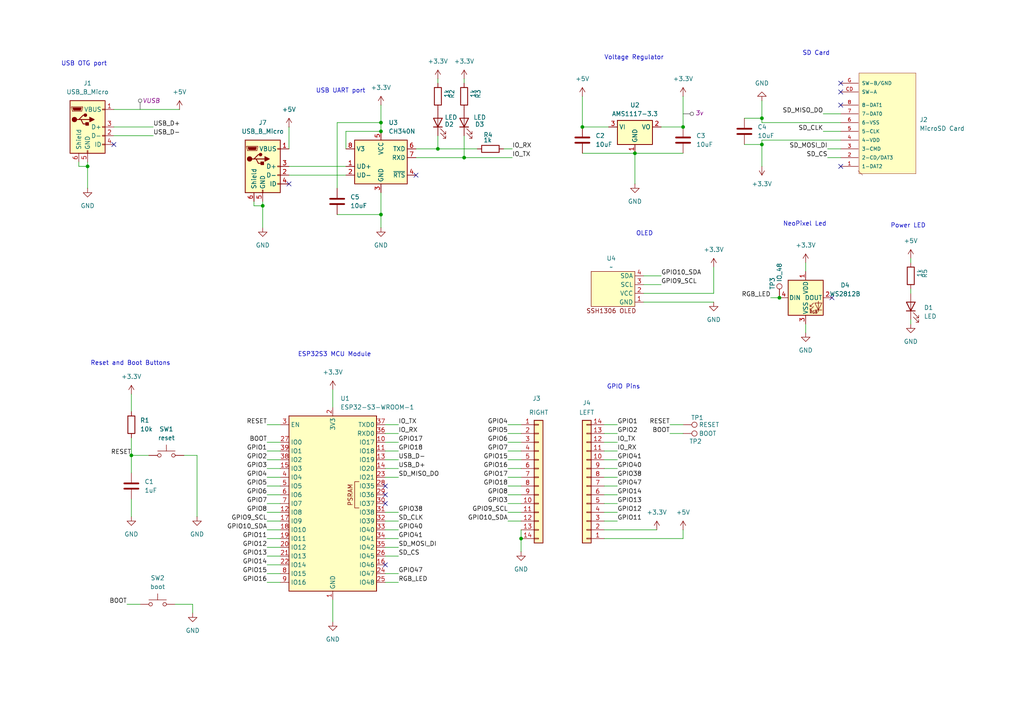
<source format=kicad_sch>
(kicad_sch
	(version 20231120)
	(generator "eeschema")
	(generator_version "8.0")
	(uuid "0bcaa04c-96c6-4c2a-ae95-a91b2f55d9db")
	(paper "A4")
	(title_block
		(title "DX32G GIZMO")
		(date "2024")
		(rev "1.3")
	)
	(lib_symbols
		(symbol "112J-TDAR-R01:112J-TDAR-R01"
			(pin_names
				(offset 1.016)
			)
			(exclude_from_sim no)
			(in_bom yes)
			(on_board yes)
			(property "Reference" "K"
				(at 0 0 0)
				(effects
					(font
						(size 1.27 1.27)
					)
					(justify bottom)
				)
			)
			(property "Value" "112J-TDAR-R01"
				(at 0 0 0)
				(effects
					(font
						(size 1.27 1.27)
					)
					(justify bottom)
				)
			)
			(property "Footprint" "112J-TDAR-R01:112J-TDAR-R01"
				(at 0 0 0)
				(effects
					(font
						(size 1.27 1.27)
					)
					(justify bottom)
					(hide yes)
				)
			)
			(property "Datasheet" ""
				(at 0 0 0)
				(effects
					(font
						(size 1.27 1.27)
					)
					(hide yes)
				)
			)
			(property "Description" ""
				(at 0 0 0)
				(effects
					(font
						(size 1.27 1.27)
					)
					(hide yes)
				)
			)
			(property "MF" "Attend"
				(at 0 0 0)
				(effects
					(font
						(size 1.27 1.27)
					)
					(justify bottom)
					(hide yes)
				)
			)
			(property "Description_1" "\n9 (8 + 1) Position Card Connector Secure Digital - microSD™ Surface Mount, Right Angle Gold\n"
				(at 0 0 0)
				(effects
					(font
						(size 1.27 1.27)
					)
					(justify bottom)
					(hide yes)
				)
			)
			(property "Package" "None"
				(at 0 0 0)
				(effects
					(font
						(size 1.27 1.27)
					)
					(justify bottom)
					(hide yes)
				)
			)
			(property "Price" "None"
				(at 0 0 0)
				(effects
					(font
						(size 1.27 1.27)
					)
					(justify bottom)
					(hide yes)
				)
			)
			(property "SnapEDA_Link" "https://www.snapeda.com/parts/112J-TDAR-R01/Attend/view-part/?ref=snap"
				(at 0 0 0)
				(effects
					(font
						(size 1.27 1.27)
					)
					(justify bottom)
					(hide yes)
				)
			)
			(property "MP" "112J-TDAR-R01"
				(at 0 0 0)
				(effects
					(font
						(size 1.27 1.27)
					)
					(justify bottom)
					(hide yes)
				)
			)
			(property "Availability" "In Stock"
				(at 0 0 0)
				(effects
					(font
						(size 1.27 1.27)
					)
					(justify bottom)
					(hide yes)
				)
			)
			(property "Check_prices" "https://www.snapeda.com/parts/112J-TDAR-R01/Attend/view-part/?ref=eda"
				(at 0 0 0)
				(effects
					(font
						(size 1.27 1.27)
					)
					(justify bottom)
					(hide yes)
				)
			)
			(symbol "112J-TDAR-R01_0_0"
				(rectangle
					(start -10.3868 -14.3782)
					(end 6.1232 14.8318)
					(stroke
						(width 0.1)
						(type default)
					)
					(fill
						(type background)
					)
				)
				(polyline
					(pts
						(xy 6.35 13.97) (xy 5.08 15.24)
					)
					(stroke
						(width 0.1)
						(type default)
					)
					(fill
						(type none)
					)
				)
				(pin bidirectional line
					(at 11.43 12.7 180)
					(length 5.08)
					(name "1-DAT2"
						(effects
							(font
								(size 1.016 1.016)
							)
						)
					)
					(number "1"
						(effects
							(font
								(size 1.016 1.016)
							)
						)
					)
				)
				(pin bidirectional line
					(at 11.43 10.16 180)
					(length 5.08)
					(name "2-CD/DAT3"
						(effects
							(font
								(size 1.016 1.016)
							)
						)
					)
					(number "2"
						(effects
							(font
								(size 1.016 1.016)
							)
						)
					)
				)
				(pin bidirectional line
					(at 11.43 7.62 180)
					(length 5.08)
					(name "3-CMD"
						(effects
							(font
								(size 1.016 1.016)
							)
						)
					)
					(number "3"
						(effects
							(font
								(size 1.016 1.016)
							)
						)
					)
				)
				(pin bidirectional line
					(at 11.43 5.08 180)
					(length 5.08)
					(name "4-VDD"
						(effects
							(font
								(size 1.016 1.016)
							)
						)
					)
					(number "4"
						(effects
							(font
								(size 1.016 1.016)
							)
						)
					)
				)
				(pin bidirectional line
					(at 11.43 2.54 180)
					(length 5.08)
					(name "5-CLK"
						(effects
							(font
								(size 1.016 1.016)
							)
						)
					)
					(number "5"
						(effects
							(font
								(size 1.016 1.016)
							)
						)
					)
				)
				(pin bidirectional line
					(at 11.43 0 180)
					(length 5.08)
					(name "6-VSS"
						(effects
							(font
								(size 1.016 1.016)
							)
						)
					)
					(number "6"
						(effects
							(font
								(size 1.016 1.016)
							)
						)
					)
				)
				(pin bidirectional line
					(at 11.43 -2.54 180)
					(length 5.08)
					(name "7-DAT0"
						(effects
							(font
								(size 1.016 1.016)
							)
						)
					)
					(number "7"
						(effects
							(font
								(size 1.016 1.016)
							)
						)
					)
				)
				(pin bidirectional line
					(at 11.43 -5.08 180)
					(length 5.08)
					(name "8-DAT1"
						(effects
							(font
								(size 1.016 1.016)
							)
						)
					)
					(number "8"
						(effects
							(font
								(size 1.016 1.016)
							)
						)
					)
				)
				(pin bidirectional line
					(at 11.43 -8.89 180)
					(length 5.08)
					(name "SW-A"
						(effects
							(font
								(size 1.016 1.016)
							)
						)
					)
					(number "CD"
						(effects
							(font
								(size 1.016 1.016)
							)
						)
					)
				)
				(pin bidirectional line
					(at 11.43 -11.43 180)
					(length 5.08)
					(name "SW-B/GND"
						(effects
							(font
								(size 1.016 1.016)
							)
						)
					)
					(number "G"
						(effects
							(font
								(size 1.016 1.016)
							)
						)
					)
				)
			)
		)
		(symbol "Connector:TestPoint"
			(pin_numbers hide)
			(pin_names
				(offset 0.762) hide)
			(exclude_from_sim no)
			(in_bom yes)
			(on_board yes)
			(property "Reference" "TP"
				(at 0 6.858 0)
				(effects
					(font
						(size 1.27 1.27)
					)
				)
			)
			(property "Value" "TestPoint"
				(at 0 5.08 0)
				(effects
					(font
						(size 1.27 1.27)
					)
				)
			)
			(property "Footprint" ""
				(at 5.08 0 0)
				(effects
					(font
						(size 1.27 1.27)
					)
					(hide yes)
				)
			)
			(property "Datasheet" "~"
				(at 5.08 0 0)
				(effects
					(font
						(size 1.27 1.27)
					)
					(hide yes)
				)
			)
			(property "Description" "test point"
				(at 0 0 0)
				(effects
					(font
						(size 1.27 1.27)
					)
					(hide yes)
				)
			)
			(property "ki_keywords" "test point tp"
				(at 0 0 0)
				(effects
					(font
						(size 1.27 1.27)
					)
					(hide yes)
				)
			)
			(property "ki_fp_filters" "Pin* Test*"
				(at 0 0 0)
				(effects
					(font
						(size 1.27 1.27)
					)
					(hide yes)
				)
			)
			(symbol "TestPoint_0_1"
				(circle
					(center 0 3.302)
					(radius 0.762)
					(stroke
						(width 0)
						(type default)
					)
					(fill
						(type none)
					)
				)
			)
			(symbol "TestPoint_1_1"
				(pin passive line
					(at 0 0 90)
					(length 2.54)
					(name "1"
						(effects
							(font
								(size 1.27 1.27)
							)
						)
					)
					(number "1"
						(effects
							(font
								(size 1.27 1.27)
							)
						)
					)
				)
			)
		)
		(symbol "Connector:USB_B_Micro"
			(pin_names
				(offset 1.016)
			)
			(exclude_from_sim no)
			(in_bom yes)
			(on_board yes)
			(property "Reference" "J"
				(at -5.08 11.43 0)
				(effects
					(font
						(size 1.27 1.27)
					)
					(justify left)
				)
			)
			(property "Value" "USB_B_Micro"
				(at -5.08 8.89 0)
				(effects
					(font
						(size 1.27 1.27)
					)
					(justify left)
				)
			)
			(property "Footprint" ""
				(at 3.81 -1.27 0)
				(effects
					(font
						(size 1.27 1.27)
					)
					(hide yes)
				)
			)
			(property "Datasheet" "~"
				(at 3.81 -1.27 0)
				(effects
					(font
						(size 1.27 1.27)
					)
					(hide yes)
				)
			)
			(property "Description" "USB Micro Type B connector"
				(at 0 0 0)
				(effects
					(font
						(size 1.27 1.27)
					)
					(hide yes)
				)
			)
			(property "ki_keywords" "connector USB micro"
				(at 0 0 0)
				(effects
					(font
						(size 1.27 1.27)
					)
					(hide yes)
				)
			)
			(property "ki_fp_filters" "USB*"
				(at 0 0 0)
				(effects
					(font
						(size 1.27 1.27)
					)
					(hide yes)
				)
			)
			(symbol "USB_B_Micro_0_1"
				(rectangle
					(start -5.08 -7.62)
					(end 5.08 7.62)
					(stroke
						(width 0.254)
						(type default)
					)
					(fill
						(type background)
					)
				)
				(circle
					(center -3.81 2.159)
					(radius 0.635)
					(stroke
						(width 0.254)
						(type default)
					)
					(fill
						(type outline)
					)
				)
				(circle
					(center -0.635 3.429)
					(radius 0.381)
					(stroke
						(width 0.254)
						(type default)
					)
					(fill
						(type outline)
					)
				)
				(rectangle
					(start -0.127 -7.62)
					(end 0.127 -6.858)
					(stroke
						(width 0)
						(type default)
					)
					(fill
						(type none)
					)
				)
				(polyline
					(pts
						(xy -1.905 2.159) (xy 0.635 2.159)
					)
					(stroke
						(width 0.254)
						(type default)
					)
					(fill
						(type none)
					)
				)
				(polyline
					(pts
						(xy -3.175 2.159) (xy -2.54 2.159) (xy -1.27 3.429) (xy -0.635 3.429)
					)
					(stroke
						(width 0.254)
						(type default)
					)
					(fill
						(type none)
					)
				)
				(polyline
					(pts
						(xy -2.54 2.159) (xy -1.905 2.159) (xy -1.27 0.889) (xy 0 0.889)
					)
					(stroke
						(width 0.254)
						(type default)
					)
					(fill
						(type none)
					)
				)
				(polyline
					(pts
						(xy 0.635 2.794) (xy 0.635 1.524) (xy 1.905 2.159) (xy 0.635 2.794)
					)
					(stroke
						(width 0.254)
						(type default)
					)
					(fill
						(type outline)
					)
				)
				(polyline
					(pts
						(xy -4.318 5.588) (xy -1.778 5.588) (xy -2.032 4.826) (xy -4.064 4.826) (xy -4.318 5.588)
					)
					(stroke
						(width 0)
						(type default)
					)
					(fill
						(type outline)
					)
				)
				(polyline
					(pts
						(xy -4.699 5.842) (xy -4.699 5.588) (xy -4.445 4.826) (xy -4.445 4.572) (xy -1.651 4.572) (xy -1.651 4.826)
						(xy -1.397 5.588) (xy -1.397 5.842) (xy -4.699 5.842)
					)
					(stroke
						(width 0)
						(type default)
					)
					(fill
						(type none)
					)
				)
				(rectangle
					(start 0.254 1.27)
					(end -0.508 0.508)
					(stroke
						(width 0.254)
						(type default)
					)
					(fill
						(type outline)
					)
				)
				(rectangle
					(start 5.08 -5.207)
					(end 4.318 -4.953)
					(stroke
						(width 0)
						(type default)
					)
					(fill
						(type none)
					)
				)
				(rectangle
					(start 5.08 -2.667)
					(end 4.318 -2.413)
					(stroke
						(width 0)
						(type default)
					)
					(fill
						(type none)
					)
				)
				(rectangle
					(start 5.08 -0.127)
					(end 4.318 0.127)
					(stroke
						(width 0)
						(type default)
					)
					(fill
						(type none)
					)
				)
				(rectangle
					(start 5.08 4.953)
					(end 4.318 5.207)
					(stroke
						(width 0)
						(type default)
					)
					(fill
						(type none)
					)
				)
			)
			(symbol "USB_B_Micro_1_1"
				(pin power_out line
					(at 7.62 5.08 180)
					(length 2.54)
					(name "VBUS"
						(effects
							(font
								(size 1.27 1.27)
							)
						)
					)
					(number "1"
						(effects
							(font
								(size 1.27 1.27)
							)
						)
					)
				)
				(pin bidirectional line
					(at 7.62 -2.54 180)
					(length 2.54)
					(name "D-"
						(effects
							(font
								(size 1.27 1.27)
							)
						)
					)
					(number "2"
						(effects
							(font
								(size 1.27 1.27)
							)
						)
					)
				)
				(pin bidirectional line
					(at 7.62 0 180)
					(length 2.54)
					(name "D+"
						(effects
							(font
								(size 1.27 1.27)
							)
						)
					)
					(number "3"
						(effects
							(font
								(size 1.27 1.27)
							)
						)
					)
				)
				(pin passive line
					(at 7.62 -5.08 180)
					(length 2.54)
					(name "ID"
						(effects
							(font
								(size 1.27 1.27)
							)
						)
					)
					(number "4"
						(effects
							(font
								(size 1.27 1.27)
							)
						)
					)
				)
				(pin power_out line
					(at 0 -10.16 90)
					(length 2.54)
					(name "GND"
						(effects
							(font
								(size 1.27 1.27)
							)
						)
					)
					(number "5"
						(effects
							(font
								(size 1.27 1.27)
							)
						)
					)
				)
				(pin passive line
					(at -2.54 -10.16 90)
					(length 2.54)
					(name "Shield"
						(effects
							(font
								(size 1.27 1.27)
							)
						)
					)
					(number "6"
						(effects
							(font
								(size 1.27 1.27)
							)
						)
					)
				)
			)
		)
		(symbol "Connector_Generic:Conn_01x14"
			(pin_names
				(offset 1.016) hide)
			(exclude_from_sim no)
			(in_bom yes)
			(on_board yes)
			(property "Reference" "J"
				(at 0 17.78 0)
				(effects
					(font
						(size 1.27 1.27)
					)
				)
			)
			(property "Value" "Conn_01x14"
				(at 0 -20.32 0)
				(effects
					(font
						(size 1.27 1.27)
					)
				)
			)
			(property "Footprint" ""
				(at 0 0 0)
				(effects
					(font
						(size 1.27 1.27)
					)
					(hide yes)
				)
			)
			(property "Datasheet" "~"
				(at 0 0 0)
				(effects
					(font
						(size 1.27 1.27)
					)
					(hide yes)
				)
			)
			(property "Description" "Generic connector, single row, 01x14, script generated (kicad-library-utils/schlib/autogen/connector/)"
				(at 0 0 0)
				(effects
					(font
						(size 1.27 1.27)
					)
					(hide yes)
				)
			)
			(property "ki_keywords" "connector"
				(at 0 0 0)
				(effects
					(font
						(size 1.27 1.27)
					)
					(hide yes)
				)
			)
			(property "ki_fp_filters" "Connector*:*_1x??_*"
				(at 0 0 0)
				(effects
					(font
						(size 1.27 1.27)
					)
					(hide yes)
				)
			)
			(symbol "Conn_01x14_1_1"
				(rectangle
					(start -1.27 -17.653)
					(end 0 -17.907)
					(stroke
						(width 0.1524)
						(type default)
					)
					(fill
						(type none)
					)
				)
				(rectangle
					(start -1.27 -15.113)
					(end 0 -15.367)
					(stroke
						(width 0.1524)
						(type default)
					)
					(fill
						(type none)
					)
				)
				(rectangle
					(start -1.27 -12.573)
					(end 0 -12.827)
					(stroke
						(width 0.1524)
						(type default)
					)
					(fill
						(type none)
					)
				)
				(rectangle
					(start -1.27 -10.033)
					(end 0 -10.287)
					(stroke
						(width 0.1524)
						(type default)
					)
					(fill
						(type none)
					)
				)
				(rectangle
					(start -1.27 -7.493)
					(end 0 -7.747)
					(stroke
						(width 0.1524)
						(type default)
					)
					(fill
						(type none)
					)
				)
				(rectangle
					(start -1.27 -4.953)
					(end 0 -5.207)
					(stroke
						(width 0.1524)
						(type default)
					)
					(fill
						(type none)
					)
				)
				(rectangle
					(start -1.27 -2.413)
					(end 0 -2.667)
					(stroke
						(width 0.1524)
						(type default)
					)
					(fill
						(type none)
					)
				)
				(rectangle
					(start -1.27 0.127)
					(end 0 -0.127)
					(stroke
						(width 0.1524)
						(type default)
					)
					(fill
						(type none)
					)
				)
				(rectangle
					(start -1.27 2.667)
					(end 0 2.413)
					(stroke
						(width 0.1524)
						(type default)
					)
					(fill
						(type none)
					)
				)
				(rectangle
					(start -1.27 5.207)
					(end 0 4.953)
					(stroke
						(width 0.1524)
						(type default)
					)
					(fill
						(type none)
					)
				)
				(rectangle
					(start -1.27 7.747)
					(end 0 7.493)
					(stroke
						(width 0.1524)
						(type default)
					)
					(fill
						(type none)
					)
				)
				(rectangle
					(start -1.27 10.287)
					(end 0 10.033)
					(stroke
						(width 0.1524)
						(type default)
					)
					(fill
						(type none)
					)
				)
				(rectangle
					(start -1.27 12.827)
					(end 0 12.573)
					(stroke
						(width 0.1524)
						(type default)
					)
					(fill
						(type none)
					)
				)
				(rectangle
					(start -1.27 15.367)
					(end 0 15.113)
					(stroke
						(width 0.1524)
						(type default)
					)
					(fill
						(type none)
					)
				)
				(rectangle
					(start -1.27 16.51)
					(end 1.27 -19.05)
					(stroke
						(width 0.254)
						(type default)
					)
					(fill
						(type background)
					)
				)
				(pin passive line
					(at -5.08 15.24 0)
					(length 3.81)
					(name "Pin_1"
						(effects
							(font
								(size 1.27 1.27)
							)
						)
					)
					(number "1"
						(effects
							(font
								(size 1.27 1.27)
							)
						)
					)
				)
				(pin passive line
					(at -5.08 -7.62 0)
					(length 3.81)
					(name "Pin_10"
						(effects
							(font
								(size 1.27 1.27)
							)
						)
					)
					(number "10"
						(effects
							(font
								(size 1.27 1.27)
							)
						)
					)
				)
				(pin passive line
					(at -5.08 -10.16 0)
					(length 3.81)
					(name "Pin_11"
						(effects
							(font
								(size 1.27 1.27)
							)
						)
					)
					(number "11"
						(effects
							(font
								(size 1.27 1.27)
							)
						)
					)
				)
				(pin passive line
					(at -5.08 -12.7 0)
					(length 3.81)
					(name "Pin_12"
						(effects
							(font
								(size 1.27 1.27)
							)
						)
					)
					(number "12"
						(effects
							(font
								(size 1.27 1.27)
							)
						)
					)
				)
				(pin passive line
					(at -5.08 -15.24 0)
					(length 3.81)
					(name "Pin_13"
						(effects
							(font
								(size 1.27 1.27)
							)
						)
					)
					(number "13"
						(effects
							(font
								(size 1.27 1.27)
							)
						)
					)
				)
				(pin passive line
					(at -5.08 -17.78 0)
					(length 3.81)
					(name "Pin_14"
						(effects
							(font
								(size 1.27 1.27)
							)
						)
					)
					(number "14"
						(effects
							(font
								(size 1.27 1.27)
							)
						)
					)
				)
				(pin passive line
					(at -5.08 12.7 0)
					(length 3.81)
					(name "Pin_2"
						(effects
							(font
								(size 1.27 1.27)
							)
						)
					)
					(number "2"
						(effects
							(font
								(size 1.27 1.27)
							)
						)
					)
				)
				(pin passive line
					(at -5.08 10.16 0)
					(length 3.81)
					(name "Pin_3"
						(effects
							(font
								(size 1.27 1.27)
							)
						)
					)
					(number "3"
						(effects
							(font
								(size 1.27 1.27)
							)
						)
					)
				)
				(pin passive line
					(at -5.08 7.62 0)
					(length 3.81)
					(name "Pin_4"
						(effects
							(font
								(size 1.27 1.27)
							)
						)
					)
					(number "4"
						(effects
							(font
								(size 1.27 1.27)
							)
						)
					)
				)
				(pin passive line
					(at -5.08 5.08 0)
					(length 3.81)
					(name "Pin_5"
						(effects
							(font
								(size 1.27 1.27)
							)
						)
					)
					(number "5"
						(effects
							(font
								(size 1.27 1.27)
							)
						)
					)
				)
				(pin passive line
					(at -5.08 2.54 0)
					(length 3.81)
					(name "Pin_6"
						(effects
							(font
								(size 1.27 1.27)
							)
						)
					)
					(number "6"
						(effects
							(font
								(size 1.27 1.27)
							)
						)
					)
				)
				(pin passive line
					(at -5.08 0 0)
					(length 3.81)
					(name "Pin_7"
						(effects
							(font
								(size 1.27 1.27)
							)
						)
					)
					(number "7"
						(effects
							(font
								(size 1.27 1.27)
							)
						)
					)
				)
				(pin passive line
					(at -5.08 -2.54 0)
					(length 3.81)
					(name "Pin_8"
						(effects
							(font
								(size 1.27 1.27)
							)
						)
					)
					(number "8"
						(effects
							(font
								(size 1.27 1.27)
							)
						)
					)
				)
				(pin passive line
					(at -5.08 -5.08 0)
					(length 3.81)
					(name "Pin_9"
						(effects
							(font
								(size 1.27 1.27)
							)
						)
					)
					(number "9"
						(effects
							(font
								(size 1.27 1.27)
							)
						)
					)
				)
			)
		)
		(symbol "Custom_Symbols:SSH1306_OLED"
			(exclude_from_sim no)
			(in_bom yes)
			(on_board yes)
			(property "Reference" "U"
				(at 0 1.27 0)
				(effects
					(font
						(size 1.27 1.27)
					)
				)
			)
			(property "Value" ""
				(at 0 1.27 0)
				(effects
					(font
						(size 1.27 1.27)
					)
				)
			)
			(property "Footprint" ""
				(at 0 1.27 0)
				(effects
					(font
						(size 1.27 1.27)
					)
					(hide yes)
				)
			)
			(property "Datasheet" ""
				(at 0 1.27 0)
				(effects
					(font
						(size 1.27 1.27)
					)
					(hide yes)
				)
			)
			(property "Description" ""
				(at 0 1.27 0)
				(effects
					(font
						(size 1.27 1.27)
					)
					(hide yes)
				)
			)
			(symbol "SSH1306_OLED_1_1"
				(rectangle
					(start -6.35 5.08)
					(end 6.35 -5.08)
					(stroke
						(width 0)
						(type default)
					)
					(fill
						(type background)
					)
				)
				(text "SSH1306 OLED"
					(at 0.508 6.35 0)
					(effects
						(font
							(size 1.27 1.27)
						)
					)
				)
				(pin input line
					(at -8.89 3.81 0)
					(length 2.54)
					(name "GND"
						(effects
							(font
								(size 1.27 1.27)
							)
						)
					)
					(number "1"
						(effects
							(font
								(size 1.27 1.27)
							)
						)
					)
				)
				(pin input line
					(at -8.89 1.27 0)
					(length 2.54)
					(name "VCC"
						(effects
							(font
								(size 1.27 1.27)
							)
						)
					)
					(number "2"
						(effects
							(font
								(size 1.27 1.27)
							)
						)
					)
				)
				(pin input line
					(at -8.89 -1.27 0)
					(length 2.54)
					(name "SCL"
						(effects
							(font
								(size 1.27 1.27)
							)
						)
					)
					(number "3"
						(effects
							(font
								(size 1.27 1.27)
							)
						)
					)
				)
				(pin input line
					(at -8.89 -3.81 0)
					(length 2.54)
					(name "SDA"
						(effects
							(font
								(size 1.27 1.27)
							)
						)
					)
					(number "4"
						(effects
							(font
								(size 1.27 1.27)
							)
						)
					)
				)
			)
		)
		(symbol "Device:C"
			(pin_numbers hide)
			(pin_names
				(offset 0.254)
			)
			(exclude_from_sim no)
			(in_bom yes)
			(on_board yes)
			(property "Reference" "C"
				(at 0.635 2.54 0)
				(effects
					(font
						(size 1.27 1.27)
					)
					(justify left)
				)
			)
			(property "Value" "C"
				(at 0.635 -2.54 0)
				(effects
					(font
						(size 1.27 1.27)
					)
					(justify left)
				)
			)
			(property "Footprint" ""
				(at 0.9652 -3.81 0)
				(effects
					(font
						(size 1.27 1.27)
					)
					(hide yes)
				)
			)
			(property "Datasheet" "~"
				(at 0 0 0)
				(effects
					(font
						(size 1.27 1.27)
					)
					(hide yes)
				)
			)
			(property "Description" "Unpolarized capacitor"
				(at 0 0 0)
				(effects
					(font
						(size 1.27 1.27)
					)
					(hide yes)
				)
			)
			(property "ki_keywords" "cap capacitor"
				(at 0 0 0)
				(effects
					(font
						(size 1.27 1.27)
					)
					(hide yes)
				)
			)
			(property "ki_fp_filters" "C_*"
				(at 0 0 0)
				(effects
					(font
						(size 1.27 1.27)
					)
					(hide yes)
				)
			)
			(symbol "C_0_1"
				(polyline
					(pts
						(xy -2.032 -0.762) (xy 2.032 -0.762)
					)
					(stroke
						(width 0.508)
						(type default)
					)
					(fill
						(type none)
					)
				)
				(polyline
					(pts
						(xy -2.032 0.762) (xy 2.032 0.762)
					)
					(stroke
						(width 0.508)
						(type default)
					)
					(fill
						(type none)
					)
				)
			)
			(symbol "C_1_1"
				(pin passive line
					(at 0 3.81 270)
					(length 2.794)
					(name "~"
						(effects
							(font
								(size 1.27 1.27)
							)
						)
					)
					(number "1"
						(effects
							(font
								(size 1.27 1.27)
							)
						)
					)
				)
				(pin passive line
					(at 0 -3.81 90)
					(length 2.794)
					(name "~"
						(effects
							(font
								(size 1.27 1.27)
							)
						)
					)
					(number "2"
						(effects
							(font
								(size 1.27 1.27)
							)
						)
					)
				)
			)
		)
		(symbol "Device:LED"
			(pin_numbers hide)
			(pin_names
				(offset 1.016) hide)
			(exclude_from_sim no)
			(in_bom yes)
			(on_board yes)
			(property "Reference" "D"
				(at 0 2.54 0)
				(effects
					(font
						(size 1.27 1.27)
					)
				)
			)
			(property "Value" "LED"
				(at 0 -2.54 0)
				(effects
					(font
						(size 1.27 1.27)
					)
				)
			)
			(property "Footprint" ""
				(at 0 0 0)
				(effects
					(font
						(size 1.27 1.27)
					)
					(hide yes)
				)
			)
			(property "Datasheet" "~"
				(at 0 0 0)
				(effects
					(font
						(size 1.27 1.27)
					)
					(hide yes)
				)
			)
			(property "Description" "Light emitting diode"
				(at 0 0 0)
				(effects
					(font
						(size 1.27 1.27)
					)
					(hide yes)
				)
			)
			(property "ki_keywords" "LED diode"
				(at 0 0 0)
				(effects
					(font
						(size 1.27 1.27)
					)
					(hide yes)
				)
			)
			(property "ki_fp_filters" "LED* LED_SMD:* LED_THT:*"
				(at 0 0 0)
				(effects
					(font
						(size 1.27 1.27)
					)
					(hide yes)
				)
			)
			(symbol "LED_0_1"
				(polyline
					(pts
						(xy -1.27 -1.27) (xy -1.27 1.27)
					)
					(stroke
						(width 0.254)
						(type default)
					)
					(fill
						(type none)
					)
				)
				(polyline
					(pts
						(xy -1.27 0) (xy 1.27 0)
					)
					(stroke
						(width 0)
						(type default)
					)
					(fill
						(type none)
					)
				)
				(polyline
					(pts
						(xy 1.27 -1.27) (xy 1.27 1.27) (xy -1.27 0) (xy 1.27 -1.27)
					)
					(stroke
						(width 0.254)
						(type default)
					)
					(fill
						(type none)
					)
				)
				(polyline
					(pts
						(xy -3.048 -0.762) (xy -4.572 -2.286) (xy -3.81 -2.286) (xy -4.572 -2.286) (xy -4.572 -1.524)
					)
					(stroke
						(width 0)
						(type default)
					)
					(fill
						(type none)
					)
				)
				(polyline
					(pts
						(xy -1.778 -0.762) (xy -3.302 -2.286) (xy -2.54 -2.286) (xy -3.302 -2.286) (xy -3.302 -1.524)
					)
					(stroke
						(width 0)
						(type default)
					)
					(fill
						(type none)
					)
				)
			)
			(symbol "LED_1_1"
				(pin passive line
					(at -3.81 0 0)
					(length 2.54)
					(name "K"
						(effects
							(font
								(size 1.27 1.27)
							)
						)
					)
					(number "1"
						(effects
							(font
								(size 1.27 1.27)
							)
						)
					)
				)
				(pin passive line
					(at 3.81 0 180)
					(length 2.54)
					(name "A"
						(effects
							(font
								(size 1.27 1.27)
							)
						)
					)
					(number "2"
						(effects
							(font
								(size 1.27 1.27)
							)
						)
					)
				)
			)
		)
		(symbol "Device:R"
			(pin_numbers hide)
			(pin_names
				(offset 0)
			)
			(exclude_from_sim no)
			(in_bom yes)
			(on_board yes)
			(property "Reference" "R"
				(at 2.032 0 90)
				(effects
					(font
						(size 1.27 1.27)
					)
				)
			)
			(property "Value" "R"
				(at 0 0 90)
				(effects
					(font
						(size 1.27 1.27)
					)
				)
			)
			(property "Footprint" ""
				(at -1.778 0 90)
				(effects
					(font
						(size 1.27 1.27)
					)
					(hide yes)
				)
			)
			(property "Datasheet" "~"
				(at 0 0 0)
				(effects
					(font
						(size 1.27 1.27)
					)
					(hide yes)
				)
			)
			(property "Description" "Resistor"
				(at 0 0 0)
				(effects
					(font
						(size 1.27 1.27)
					)
					(hide yes)
				)
			)
			(property "ki_keywords" "R res resistor"
				(at 0 0 0)
				(effects
					(font
						(size 1.27 1.27)
					)
					(hide yes)
				)
			)
			(property "ki_fp_filters" "R_*"
				(at 0 0 0)
				(effects
					(font
						(size 1.27 1.27)
					)
					(hide yes)
				)
			)
			(symbol "R_0_1"
				(rectangle
					(start -1.016 -2.54)
					(end 1.016 2.54)
					(stroke
						(width 0.254)
						(type default)
					)
					(fill
						(type none)
					)
				)
			)
			(symbol "R_1_1"
				(pin passive line
					(at 0 3.81 270)
					(length 1.27)
					(name "~"
						(effects
							(font
								(size 1.27 1.27)
							)
						)
					)
					(number "1"
						(effects
							(font
								(size 1.27 1.27)
							)
						)
					)
				)
				(pin passive line
					(at 0 -3.81 90)
					(length 1.27)
					(name "~"
						(effects
							(font
								(size 1.27 1.27)
							)
						)
					)
					(number "2"
						(effects
							(font
								(size 1.27 1.27)
							)
						)
					)
				)
			)
		)
		(symbol "Interface_USB:CH340N"
			(exclude_from_sim no)
			(in_bom yes)
			(on_board yes)
			(property "Reference" "U"
				(at -7.62 6.35 0)
				(effects
					(font
						(size 1.27 1.27)
					)
					(justify left)
				)
			)
			(property "Value" "CH340N"
				(at 7.62 6.35 0)
				(effects
					(font
						(size 1.27 1.27)
					)
					(justify right)
				)
			)
			(property "Footprint" "Package_SO:SOP-8_3.9x4.9mm_P1.27mm"
				(at -3.81 19.05 0)
				(effects
					(font
						(size 1.27 1.27)
					)
					(hide yes)
				)
			)
			(property "Datasheet" "https://aitendo3.sakura.ne.jp/aitendo_data/product_img/ic/inteface/CH340N/ch340n.pdf"
				(at -2.54 5.08 0)
				(effects
					(font
						(size 1.27 1.27)
					)
					(hide yes)
				)
			)
			(property "Description" "USB serial converter, 2Mbps, UART, SOP-8"
				(at 0 0 0)
				(effects
					(font
						(size 1.27 1.27)
					)
					(hide yes)
				)
			)
			(property "ki_keywords" "USB UART Serial Converter Interface"
				(at 0 0 0)
				(effects
					(font
						(size 1.27 1.27)
					)
					(hide yes)
				)
			)
			(property "ki_fp_filters" "SOP*3.9x4.9mm*P1.27mm*"
				(at 0 0 0)
				(effects
					(font
						(size 1.27 1.27)
					)
					(hide yes)
				)
			)
			(symbol "CH340N_0_1"
				(rectangle
					(start -7.62 5.08)
					(end 7.62 -7.62)
					(stroke
						(width 0.254)
						(type default)
					)
					(fill
						(type background)
					)
				)
			)
			(symbol "CH340N_1_1"
				(pin bidirectional line
					(at -10.16 -2.54 0)
					(length 2.54)
					(name "UD+"
						(effects
							(font
								(size 1.27 1.27)
							)
						)
					)
					(number "1"
						(effects
							(font
								(size 1.27 1.27)
							)
						)
					)
				)
				(pin bidirectional line
					(at -10.16 -5.08 0)
					(length 2.54)
					(name "UD-"
						(effects
							(font
								(size 1.27 1.27)
							)
						)
					)
					(number "2"
						(effects
							(font
								(size 1.27 1.27)
							)
						)
					)
				)
				(pin power_in line
					(at 0 -10.16 90)
					(length 2.54)
					(name "GND"
						(effects
							(font
								(size 1.27 1.27)
							)
						)
					)
					(number "3"
						(effects
							(font
								(size 1.27 1.27)
							)
						)
					)
				)
				(pin output line
					(at 10.16 -5.08 180)
					(length 2.54)
					(name "~{RTS}"
						(effects
							(font
								(size 1.27 1.27)
							)
						)
					)
					(number "4"
						(effects
							(font
								(size 1.27 1.27)
							)
						)
					)
				)
				(pin power_in line
					(at 0 7.62 270)
					(length 2.54)
					(name "VCC"
						(effects
							(font
								(size 1.27 1.27)
							)
						)
					)
					(number "5"
						(effects
							(font
								(size 1.27 1.27)
							)
						)
					)
				)
				(pin output line
					(at 10.16 2.54 180)
					(length 2.54)
					(name "TXD"
						(effects
							(font
								(size 1.27 1.27)
							)
						)
					)
					(number "6"
						(effects
							(font
								(size 1.27 1.27)
							)
						)
					)
				)
				(pin input line
					(at 10.16 0 180)
					(length 2.54)
					(name "RXD"
						(effects
							(font
								(size 1.27 1.27)
							)
						)
					)
					(number "7"
						(effects
							(font
								(size 1.27 1.27)
							)
						)
					)
				)
				(pin passive line
					(at -10.16 2.54 0)
					(length 2.54)
					(name "V3"
						(effects
							(font
								(size 1.27 1.27)
							)
						)
					)
					(number "8"
						(effects
							(font
								(size 1.27 1.27)
							)
						)
					)
				)
			)
		)
		(symbol "LED:WS2812B"
			(pin_names
				(offset 0.254)
			)
			(exclude_from_sim no)
			(in_bom yes)
			(on_board yes)
			(property "Reference" "D"
				(at 5.08 5.715 0)
				(effects
					(font
						(size 1.27 1.27)
					)
					(justify right bottom)
				)
			)
			(property "Value" "WS2812B"
				(at 1.27 -5.715 0)
				(effects
					(font
						(size 1.27 1.27)
					)
					(justify left top)
				)
			)
			(property "Footprint" "LED_SMD:LED_WS2812B_PLCC4_5.0x5.0mm_P3.2mm"
				(at 1.27 -7.62 0)
				(effects
					(font
						(size 1.27 1.27)
					)
					(justify left top)
					(hide yes)
				)
			)
			(property "Datasheet" "https://cdn-shop.adafruit.com/datasheets/WS2812B.pdf"
				(at 2.54 -9.525 0)
				(effects
					(font
						(size 1.27 1.27)
					)
					(justify left top)
					(hide yes)
				)
			)
			(property "Description" "RGB LED with integrated controller"
				(at 0 0 0)
				(effects
					(font
						(size 1.27 1.27)
					)
					(hide yes)
				)
			)
			(property "ki_keywords" "RGB LED NeoPixel addressable"
				(at 0 0 0)
				(effects
					(font
						(size 1.27 1.27)
					)
					(hide yes)
				)
			)
			(property "ki_fp_filters" "LED*WS2812*PLCC*5.0x5.0mm*P3.2mm*"
				(at 0 0 0)
				(effects
					(font
						(size 1.27 1.27)
					)
					(hide yes)
				)
			)
			(symbol "WS2812B_0_0"
				(text "RGB"
					(at 2.286 -4.191 0)
					(effects
						(font
							(size 0.762 0.762)
						)
					)
				)
			)
			(symbol "WS2812B_0_1"
				(polyline
					(pts
						(xy 1.27 -3.556) (xy 1.778 -3.556)
					)
					(stroke
						(width 0)
						(type default)
					)
					(fill
						(type none)
					)
				)
				(polyline
					(pts
						(xy 1.27 -2.54) (xy 1.778 -2.54)
					)
					(stroke
						(width 0)
						(type default)
					)
					(fill
						(type none)
					)
				)
				(polyline
					(pts
						(xy 4.699 -3.556) (xy 2.667 -3.556)
					)
					(stroke
						(width 0)
						(type default)
					)
					(fill
						(type none)
					)
				)
				(polyline
					(pts
						(xy 2.286 -2.54) (xy 1.27 -3.556) (xy 1.27 -3.048)
					)
					(stroke
						(width 0)
						(type default)
					)
					(fill
						(type none)
					)
				)
				(polyline
					(pts
						(xy 2.286 -1.524) (xy 1.27 -2.54) (xy 1.27 -2.032)
					)
					(stroke
						(width 0)
						(type default)
					)
					(fill
						(type none)
					)
				)
				(polyline
					(pts
						(xy 3.683 -1.016) (xy 3.683 -3.556) (xy 3.683 -4.064)
					)
					(stroke
						(width 0)
						(type default)
					)
					(fill
						(type none)
					)
				)
				(polyline
					(pts
						(xy 4.699 -1.524) (xy 2.667 -1.524) (xy 3.683 -3.556) (xy 4.699 -1.524)
					)
					(stroke
						(width 0)
						(type default)
					)
					(fill
						(type none)
					)
				)
				(rectangle
					(start 5.08 5.08)
					(end -5.08 -5.08)
					(stroke
						(width 0.254)
						(type default)
					)
					(fill
						(type background)
					)
				)
			)
			(symbol "WS2812B_1_1"
				(pin power_in line
					(at 0 7.62 270)
					(length 2.54)
					(name "VDD"
						(effects
							(font
								(size 1.27 1.27)
							)
						)
					)
					(number "1"
						(effects
							(font
								(size 1.27 1.27)
							)
						)
					)
				)
				(pin output line
					(at 7.62 0 180)
					(length 2.54)
					(name "DOUT"
						(effects
							(font
								(size 1.27 1.27)
							)
						)
					)
					(number "2"
						(effects
							(font
								(size 1.27 1.27)
							)
						)
					)
				)
				(pin power_in line
					(at 0 -7.62 90)
					(length 2.54)
					(name "VSS"
						(effects
							(font
								(size 1.27 1.27)
							)
						)
					)
					(number "3"
						(effects
							(font
								(size 1.27 1.27)
							)
						)
					)
				)
				(pin input line
					(at -7.62 0 0)
					(length 2.54)
					(name "DIN"
						(effects
							(font
								(size 1.27 1.27)
							)
						)
					)
					(number "4"
						(effects
							(font
								(size 1.27 1.27)
							)
						)
					)
				)
			)
		)
		(symbol "RF_Module:ESP32-S3-WROOM-1"
			(exclude_from_sim no)
			(in_bom yes)
			(on_board yes)
			(property "Reference" "U"
				(at -12.7 26.67 0)
				(effects
					(font
						(size 1.27 1.27)
					)
				)
			)
			(property "Value" "ESP32-S3-WROOM-1"
				(at 12.7 26.67 0)
				(effects
					(font
						(size 1.27 1.27)
					)
				)
			)
			(property "Footprint" "RF_Module:ESP32-S3-WROOM-1"
				(at 0 2.54 0)
				(effects
					(font
						(size 1.27 1.27)
					)
					(hide yes)
				)
			)
			(property "Datasheet" "https://www.espressif.com/sites/default/files/documentation/esp32-s3-wroom-1_wroom-1u_datasheet_en.pdf"
				(at 0 0 0)
				(effects
					(font
						(size 1.27 1.27)
					)
					(hide yes)
				)
			)
			(property "Description" "RF Module, ESP32-S3 SoC, Wi-Fi 802.11b/g/n, Bluetooth, BLE, 32-bit, 3.3V, onboard antenna, SMD"
				(at 0 0 0)
				(effects
					(font
						(size 1.27 1.27)
					)
					(hide yes)
				)
			)
			(property "ki_keywords" "RF Radio BT ESP ESP32-S3 Espressif onboard PCB antenna"
				(at 0 0 0)
				(effects
					(font
						(size 1.27 1.27)
					)
					(hide yes)
				)
			)
			(property "ki_fp_filters" "ESP32?S3?WROOM?1*"
				(at 0 0 0)
				(effects
					(font
						(size 1.27 1.27)
					)
					(hide yes)
				)
			)
			(symbol "ESP32-S3-WROOM-1_0_0"
				(rectangle
					(start -12.7 25.4)
					(end 12.7 -25.4)
					(stroke
						(width 0.254)
						(type default)
					)
					(fill
						(type background)
					)
				)
				(text "PSRAM"
					(at 5.08 2.54 900)
					(effects
						(font
							(size 1.27 1.27)
						)
					)
				)
			)
			(symbol "ESP32-S3-WROOM-1_0_1"
				(polyline
					(pts
						(xy 7.62 -1.27) (xy 6.35 -1.27) (xy 6.35 6.35) (xy 7.62 6.35)
					)
					(stroke
						(width 0)
						(type default)
					)
					(fill
						(type none)
					)
				)
			)
			(symbol "ESP32-S3-WROOM-1_1_1"
				(pin power_in line
					(at 0 -27.94 90)
					(length 2.54)
					(name "GND"
						(effects
							(font
								(size 1.27 1.27)
							)
						)
					)
					(number "1"
						(effects
							(font
								(size 1.27 1.27)
							)
						)
					)
				)
				(pin bidirectional line
					(at 15.24 17.78 180)
					(length 2.54)
					(name "IO17"
						(effects
							(font
								(size 1.27 1.27)
							)
						)
					)
					(number "10"
						(effects
							(font
								(size 1.27 1.27)
							)
						)
					)
				)
				(pin bidirectional line
					(at 15.24 15.24 180)
					(length 2.54)
					(name "IO18"
						(effects
							(font
								(size 1.27 1.27)
							)
						)
					)
					(number "11"
						(effects
							(font
								(size 1.27 1.27)
							)
						)
					)
				)
				(pin bidirectional line
					(at -15.24 -2.54 0)
					(length 2.54)
					(name "IO8"
						(effects
							(font
								(size 1.27 1.27)
							)
						)
					)
					(number "12"
						(effects
							(font
								(size 1.27 1.27)
							)
						)
					)
				)
				(pin bidirectional line
					(at 15.24 12.7 180)
					(length 2.54)
					(name "IO19"
						(effects
							(font
								(size 1.27 1.27)
							)
						)
					)
					(number "13"
						(effects
							(font
								(size 1.27 1.27)
							)
						)
					)
				)
				(pin bidirectional line
					(at 15.24 10.16 180)
					(length 2.54)
					(name "IO20"
						(effects
							(font
								(size 1.27 1.27)
							)
						)
					)
					(number "14"
						(effects
							(font
								(size 1.27 1.27)
							)
						)
					)
				)
				(pin bidirectional line
					(at -15.24 10.16 0)
					(length 2.54)
					(name "IO3"
						(effects
							(font
								(size 1.27 1.27)
							)
						)
					)
					(number "15"
						(effects
							(font
								(size 1.27 1.27)
							)
						)
					)
				)
				(pin bidirectional line
					(at 15.24 -17.78 180)
					(length 2.54)
					(name "IO46"
						(effects
							(font
								(size 1.27 1.27)
							)
						)
					)
					(number "16"
						(effects
							(font
								(size 1.27 1.27)
							)
						)
					)
				)
				(pin bidirectional line
					(at -15.24 -5.08 0)
					(length 2.54)
					(name "IO9"
						(effects
							(font
								(size 1.27 1.27)
							)
						)
					)
					(number "17"
						(effects
							(font
								(size 1.27 1.27)
							)
						)
					)
				)
				(pin bidirectional line
					(at -15.24 -7.62 0)
					(length 2.54)
					(name "IO10"
						(effects
							(font
								(size 1.27 1.27)
							)
						)
					)
					(number "18"
						(effects
							(font
								(size 1.27 1.27)
							)
						)
					)
				)
				(pin bidirectional line
					(at -15.24 -10.16 0)
					(length 2.54)
					(name "IO11"
						(effects
							(font
								(size 1.27 1.27)
							)
						)
					)
					(number "19"
						(effects
							(font
								(size 1.27 1.27)
							)
						)
					)
				)
				(pin power_in line
					(at 0 27.94 270)
					(length 2.54)
					(name "3V3"
						(effects
							(font
								(size 1.27 1.27)
							)
						)
					)
					(number "2"
						(effects
							(font
								(size 1.27 1.27)
							)
						)
					)
				)
				(pin bidirectional line
					(at -15.24 -12.7 0)
					(length 2.54)
					(name "IO12"
						(effects
							(font
								(size 1.27 1.27)
							)
						)
					)
					(number "20"
						(effects
							(font
								(size 1.27 1.27)
							)
						)
					)
				)
				(pin bidirectional line
					(at -15.24 -15.24 0)
					(length 2.54)
					(name "IO13"
						(effects
							(font
								(size 1.27 1.27)
							)
						)
					)
					(number "21"
						(effects
							(font
								(size 1.27 1.27)
							)
						)
					)
				)
				(pin bidirectional line
					(at -15.24 -17.78 0)
					(length 2.54)
					(name "IO14"
						(effects
							(font
								(size 1.27 1.27)
							)
						)
					)
					(number "22"
						(effects
							(font
								(size 1.27 1.27)
							)
						)
					)
				)
				(pin bidirectional line
					(at 15.24 7.62 180)
					(length 2.54)
					(name "IO21"
						(effects
							(font
								(size 1.27 1.27)
							)
						)
					)
					(number "23"
						(effects
							(font
								(size 1.27 1.27)
							)
						)
					)
				)
				(pin bidirectional line
					(at 15.24 -20.32 180)
					(length 2.54)
					(name "IO47"
						(effects
							(font
								(size 1.27 1.27)
							)
						)
					)
					(number "24"
						(effects
							(font
								(size 1.27 1.27)
							)
						)
					)
				)
				(pin bidirectional line
					(at 15.24 -22.86 180)
					(length 2.54)
					(name "IO48"
						(effects
							(font
								(size 1.27 1.27)
							)
						)
					)
					(number "25"
						(effects
							(font
								(size 1.27 1.27)
							)
						)
					)
				)
				(pin bidirectional line
					(at 15.24 -15.24 180)
					(length 2.54)
					(name "IO45"
						(effects
							(font
								(size 1.27 1.27)
							)
						)
					)
					(number "26"
						(effects
							(font
								(size 1.27 1.27)
							)
						)
					)
				)
				(pin bidirectional line
					(at -15.24 17.78 0)
					(length 2.54)
					(name "IO0"
						(effects
							(font
								(size 1.27 1.27)
							)
						)
					)
					(number "27"
						(effects
							(font
								(size 1.27 1.27)
							)
						)
					)
				)
				(pin bidirectional line
					(at 15.24 5.08 180)
					(length 2.54)
					(name "IO35"
						(effects
							(font
								(size 1.27 1.27)
							)
						)
					)
					(number "28"
						(effects
							(font
								(size 1.27 1.27)
							)
						)
					)
				)
				(pin bidirectional line
					(at 15.24 2.54 180)
					(length 2.54)
					(name "IO36"
						(effects
							(font
								(size 1.27 1.27)
							)
						)
					)
					(number "29"
						(effects
							(font
								(size 1.27 1.27)
							)
						)
					)
				)
				(pin input line
					(at -15.24 22.86 0)
					(length 2.54)
					(name "EN"
						(effects
							(font
								(size 1.27 1.27)
							)
						)
					)
					(number "3"
						(effects
							(font
								(size 1.27 1.27)
							)
						)
					)
				)
				(pin bidirectional line
					(at 15.24 0 180)
					(length 2.54)
					(name "IO37"
						(effects
							(font
								(size 1.27 1.27)
							)
						)
					)
					(number "30"
						(effects
							(font
								(size 1.27 1.27)
							)
						)
					)
				)
				(pin bidirectional line
					(at 15.24 -2.54 180)
					(length 2.54)
					(name "IO38"
						(effects
							(font
								(size 1.27 1.27)
							)
						)
					)
					(number "31"
						(effects
							(font
								(size 1.27 1.27)
							)
						)
					)
				)
				(pin bidirectional line
					(at 15.24 -5.08 180)
					(length 2.54)
					(name "IO39"
						(effects
							(font
								(size 1.27 1.27)
							)
						)
					)
					(number "32"
						(effects
							(font
								(size 1.27 1.27)
							)
						)
					)
				)
				(pin bidirectional line
					(at 15.24 -7.62 180)
					(length 2.54)
					(name "IO40"
						(effects
							(font
								(size 1.27 1.27)
							)
						)
					)
					(number "33"
						(effects
							(font
								(size 1.27 1.27)
							)
						)
					)
				)
				(pin bidirectional line
					(at 15.24 -10.16 180)
					(length 2.54)
					(name "IO41"
						(effects
							(font
								(size 1.27 1.27)
							)
						)
					)
					(number "34"
						(effects
							(font
								(size 1.27 1.27)
							)
						)
					)
				)
				(pin bidirectional line
					(at 15.24 -12.7 180)
					(length 2.54)
					(name "IO42"
						(effects
							(font
								(size 1.27 1.27)
							)
						)
					)
					(number "35"
						(effects
							(font
								(size 1.27 1.27)
							)
						)
					)
				)
				(pin bidirectional line
					(at 15.24 20.32 180)
					(length 2.54)
					(name "RXD0"
						(effects
							(font
								(size 1.27 1.27)
							)
						)
					)
					(number "36"
						(effects
							(font
								(size 1.27 1.27)
							)
						)
					)
				)
				(pin bidirectional line
					(at 15.24 22.86 180)
					(length 2.54)
					(name "TXD0"
						(effects
							(font
								(size 1.27 1.27)
							)
						)
					)
					(number "37"
						(effects
							(font
								(size 1.27 1.27)
							)
						)
					)
				)
				(pin bidirectional line
					(at -15.24 12.7 0)
					(length 2.54)
					(name "IO2"
						(effects
							(font
								(size 1.27 1.27)
							)
						)
					)
					(number "38"
						(effects
							(font
								(size 1.27 1.27)
							)
						)
					)
				)
				(pin bidirectional line
					(at -15.24 15.24 0)
					(length 2.54)
					(name "IO1"
						(effects
							(font
								(size 1.27 1.27)
							)
						)
					)
					(number "39"
						(effects
							(font
								(size 1.27 1.27)
							)
						)
					)
				)
				(pin bidirectional line
					(at -15.24 7.62 0)
					(length 2.54)
					(name "IO4"
						(effects
							(font
								(size 1.27 1.27)
							)
						)
					)
					(number "4"
						(effects
							(font
								(size 1.27 1.27)
							)
						)
					)
				)
				(pin passive line
					(at 0 -27.94 90)
					(length 2.54) hide
					(name "GND"
						(effects
							(font
								(size 1.27 1.27)
							)
						)
					)
					(number "40"
						(effects
							(font
								(size 1.27 1.27)
							)
						)
					)
				)
				(pin passive line
					(at 0 -27.94 90)
					(length 2.54) hide
					(name "GND"
						(effects
							(font
								(size 1.27 1.27)
							)
						)
					)
					(number "41"
						(effects
							(font
								(size 1.27 1.27)
							)
						)
					)
				)
				(pin bidirectional line
					(at -15.24 5.08 0)
					(length 2.54)
					(name "IO5"
						(effects
							(font
								(size 1.27 1.27)
							)
						)
					)
					(number "5"
						(effects
							(font
								(size 1.27 1.27)
							)
						)
					)
				)
				(pin bidirectional line
					(at -15.24 2.54 0)
					(length 2.54)
					(name "IO6"
						(effects
							(font
								(size 1.27 1.27)
							)
						)
					)
					(number "6"
						(effects
							(font
								(size 1.27 1.27)
							)
						)
					)
				)
				(pin bidirectional line
					(at -15.24 0 0)
					(length 2.54)
					(name "IO7"
						(effects
							(font
								(size 1.27 1.27)
							)
						)
					)
					(number "7"
						(effects
							(font
								(size 1.27 1.27)
							)
						)
					)
				)
				(pin bidirectional line
					(at -15.24 -20.32 0)
					(length 2.54)
					(name "IO15"
						(effects
							(font
								(size 1.27 1.27)
							)
						)
					)
					(number "8"
						(effects
							(font
								(size 1.27 1.27)
							)
						)
					)
				)
				(pin bidirectional line
					(at -15.24 -22.86 0)
					(length 2.54)
					(name "IO16"
						(effects
							(font
								(size 1.27 1.27)
							)
						)
					)
					(number "9"
						(effects
							(font
								(size 1.27 1.27)
							)
						)
					)
				)
			)
		)
		(symbol "Regulator_Linear:AMS1117-3.3"
			(exclude_from_sim no)
			(in_bom yes)
			(on_board yes)
			(property "Reference" "U"
				(at -3.81 3.175 0)
				(effects
					(font
						(size 1.27 1.27)
					)
				)
			)
			(property "Value" "AMS1117-3.3"
				(at 0 3.175 0)
				(effects
					(font
						(size 1.27 1.27)
					)
					(justify left)
				)
			)
			(property "Footprint" "Package_TO_SOT_SMD:SOT-223-3_TabPin2"
				(at 0 5.08 0)
				(effects
					(font
						(size 1.27 1.27)
					)
					(hide yes)
				)
			)
			(property "Datasheet" "http://www.advanced-monolithic.com/pdf/ds1117.pdf"
				(at 2.54 -6.35 0)
				(effects
					(font
						(size 1.27 1.27)
					)
					(hide yes)
				)
			)
			(property "Description" "1A Low Dropout regulator, positive, 3.3V fixed output, SOT-223"
				(at 0 0 0)
				(effects
					(font
						(size 1.27 1.27)
					)
					(hide yes)
				)
			)
			(property "ki_keywords" "linear regulator ldo fixed positive"
				(at 0 0 0)
				(effects
					(font
						(size 1.27 1.27)
					)
					(hide yes)
				)
			)
			(property "ki_fp_filters" "SOT?223*TabPin2*"
				(at 0 0 0)
				(effects
					(font
						(size 1.27 1.27)
					)
					(hide yes)
				)
			)
			(symbol "AMS1117-3.3_0_1"
				(rectangle
					(start -5.08 -5.08)
					(end 5.08 1.905)
					(stroke
						(width 0.254)
						(type default)
					)
					(fill
						(type background)
					)
				)
			)
			(symbol "AMS1117-3.3_1_1"
				(pin power_in line
					(at 0 -7.62 90)
					(length 2.54)
					(name "GND"
						(effects
							(font
								(size 1.27 1.27)
							)
						)
					)
					(number "1"
						(effects
							(font
								(size 1.27 1.27)
							)
						)
					)
				)
				(pin power_out line
					(at 7.62 0 180)
					(length 2.54)
					(name "VO"
						(effects
							(font
								(size 1.27 1.27)
							)
						)
					)
					(number "2"
						(effects
							(font
								(size 1.27 1.27)
							)
						)
					)
				)
				(pin power_in line
					(at -7.62 0 0)
					(length 2.54)
					(name "VI"
						(effects
							(font
								(size 1.27 1.27)
							)
						)
					)
					(number "3"
						(effects
							(font
								(size 1.27 1.27)
							)
						)
					)
				)
			)
		)
		(symbol "Switch:SW_Push"
			(pin_numbers hide)
			(pin_names
				(offset 1.016) hide)
			(exclude_from_sim no)
			(in_bom yes)
			(on_board yes)
			(property "Reference" "SW"
				(at 1.27 2.54 0)
				(effects
					(font
						(size 1.27 1.27)
					)
					(justify left)
				)
			)
			(property "Value" "SW_Push"
				(at 0 -1.524 0)
				(effects
					(font
						(size 1.27 1.27)
					)
				)
			)
			(property "Footprint" ""
				(at 0 5.08 0)
				(effects
					(font
						(size 1.27 1.27)
					)
					(hide yes)
				)
			)
			(property "Datasheet" "~"
				(at 0 5.08 0)
				(effects
					(font
						(size 1.27 1.27)
					)
					(hide yes)
				)
			)
			(property "Description" "Push button switch, generic, two pins"
				(at 0 0 0)
				(effects
					(font
						(size 1.27 1.27)
					)
					(hide yes)
				)
			)
			(property "ki_keywords" "switch normally-open pushbutton push-button"
				(at 0 0 0)
				(effects
					(font
						(size 1.27 1.27)
					)
					(hide yes)
				)
			)
			(symbol "SW_Push_0_1"
				(circle
					(center -2.032 0)
					(radius 0.508)
					(stroke
						(width 0)
						(type default)
					)
					(fill
						(type none)
					)
				)
				(polyline
					(pts
						(xy 0 1.27) (xy 0 3.048)
					)
					(stroke
						(width 0)
						(type default)
					)
					(fill
						(type none)
					)
				)
				(polyline
					(pts
						(xy 2.54 1.27) (xy -2.54 1.27)
					)
					(stroke
						(width 0)
						(type default)
					)
					(fill
						(type none)
					)
				)
				(circle
					(center 2.032 0)
					(radius 0.508)
					(stroke
						(width 0)
						(type default)
					)
					(fill
						(type none)
					)
				)
				(pin passive line
					(at -5.08 0 0)
					(length 2.54)
					(name "1"
						(effects
							(font
								(size 1.27 1.27)
							)
						)
					)
					(number "1"
						(effects
							(font
								(size 1.27 1.27)
							)
						)
					)
				)
				(pin passive line
					(at 5.08 0 180)
					(length 2.54)
					(name "2"
						(effects
							(font
								(size 1.27 1.27)
							)
						)
					)
					(number "2"
						(effects
							(font
								(size 1.27 1.27)
							)
						)
					)
				)
			)
		)
		(symbol "power:+3.3V"
			(power)
			(pin_numbers hide)
			(pin_names
				(offset 0) hide)
			(exclude_from_sim no)
			(in_bom yes)
			(on_board yes)
			(property "Reference" "#PWR"
				(at 0 -3.81 0)
				(effects
					(font
						(size 1.27 1.27)
					)
					(hide yes)
				)
			)
			(property "Value" "+3.3V"
				(at 0 3.556 0)
				(effects
					(font
						(size 1.27 1.27)
					)
				)
			)
			(property "Footprint" ""
				(at 0 0 0)
				(effects
					(font
						(size 1.27 1.27)
					)
					(hide yes)
				)
			)
			(property "Datasheet" ""
				(at 0 0 0)
				(effects
					(font
						(size 1.27 1.27)
					)
					(hide yes)
				)
			)
			(property "Description" "Power symbol creates a global label with name \"+3.3V\""
				(at 0 0 0)
				(effects
					(font
						(size 1.27 1.27)
					)
					(hide yes)
				)
			)
			(property "ki_keywords" "global power"
				(at 0 0 0)
				(effects
					(font
						(size 1.27 1.27)
					)
					(hide yes)
				)
			)
			(symbol "+3.3V_0_1"
				(polyline
					(pts
						(xy -0.762 1.27) (xy 0 2.54)
					)
					(stroke
						(width 0)
						(type default)
					)
					(fill
						(type none)
					)
				)
				(polyline
					(pts
						(xy 0 0) (xy 0 2.54)
					)
					(stroke
						(width 0)
						(type default)
					)
					(fill
						(type none)
					)
				)
				(polyline
					(pts
						(xy 0 2.54) (xy 0.762 1.27)
					)
					(stroke
						(width 0)
						(type default)
					)
					(fill
						(type none)
					)
				)
			)
			(symbol "+3.3V_1_1"
				(pin power_in line
					(at 0 0 90)
					(length 0)
					(name "~"
						(effects
							(font
								(size 1.27 1.27)
							)
						)
					)
					(number "1"
						(effects
							(font
								(size 1.27 1.27)
							)
						)
					)
				)
			)
		)
		(symbol "power:+5V"
			(power)
			(pin_numbers hide)
			(pin_names
				(offset 0) hide)
			(exclude_from_sim no)
			(in_bom yes)
			(on_board yes)
			(property "Reference" "#PWR"
				(at 0 -3.81 0)
				(effects
					(font
						(size 1.27 1.27)
					)
					(hide yes)
				)
			)
			(property "Value" "+5V"
				(at 0 3.556 0)
				(effects
					(font
						(size 1.27 1.27)
					)
				)
			)
			(property "Footprint" ""
				(at 0 0 0)
				(effects
					(font
						(size 1.27 1.27)
					)
					(hide yes)
				)
			)
			(property "Datasheet" ""
				(at 0 0 0)
				(effects
					(font
						(size 1.27 1.27)
					)
					(hide yes)
				)
			)
			(property "Description" "Power symbol creates a global label with name \"+5V\""
				(at 0 0 0)
				(effects
					(font
						(size 1.27 1.27)
					)
					(hide yes)
				)
			)
			(property "ki_keywords" "global power"
				(at 0 0 0)
				(effects
					(font
						(size 1.27 1.27)
					)
					(hide yes)
				)
			)
			(symbol "+5V_0_1"
				(polyline
					(pts
						(xy -0.762 1.27) (xy 0 2.54)
					)
					(stroke
						(width 0)
						(type default)
					)
					(fill
						(type none)
					)
				)
				(polyline
					(pts
						(xy 0 0) (xy 0 2.54)
					)
					(stroke
						(width 0)
						(type default)
					)
					(fill
						(type none)
					)
				)
				(polyline
					(pts
						(xy 0 2.54) (xy 0.762 1.27)
					)
					(stroke
						(width 0)
						(type default)
					)
					(fill
						(type none)
					)
				)
			)
			(symbol "+5V_1_1"
				(pin power_in line
					(at 0 0 90)
					(length 0)
					(name "~"
						(effects
							(font
								(size 1.27 1.27)
							)
						)
					)
					(number "1"
						(effects
							(font
								(size 1.27 1.27)
							)
						)
					)
				)
			)
		)
		(symbol "power:GND"
			(power)
			(pin_numbers hide)
			(pin_names
				(offset 0) hide)
			(exclude_from_sim no)
			(in_bom yes)
			(on_board yes)
			(property "Reference" "#PWR"
				(at 0 -6.35 0)
				(effects
					(font
						(size 1.27 1.27)
					)
					(hide yes)
				)
			)
			(property "Value" "GND"
				(at 0 -3.81 0)
				(effects
					(font
						(size 1.27 1.27)
					)
				)
			)
			(property "Footprint" ""
				(at 0 0 0)
				(effects
					(font
						(size 1.27 1.27)
					)
					(hide yes)
				)
			)
			(property "Datasheet" ""
				(at 0 0 0)
				(effects
					(font
						(size 1.27 1.27)
					)
					(hide yes)
				)
			)
			(property "Description" "Power symbol creates a global label with name \"GND\" , ground"
				(at 0 0 0)
				(effects
					(font
						(size 1.27 1.27)
					)
					(hide yes)
				)
			)
			(property "ki_keywords" "global power"
				(at 0 0 0)
				(effects
					(font
						(size 1.27 1.27)
					)
					(hide yes)
				)
			)
			(symbol "GND_0_1"
				(polyline
					(pts
						(xy 0 0) (xy 0 -1.27) (xy 1.27 -1.27) (xy 0 -2.54) (xy -1.27 -1.27) (xy 0 -1.27)
					)
					(stroke
						(width 0)
						(type default)
					)
					(fill
						(type none)
					)
				)
			)
			(symbol "GND_1_1"
				(pin power_in line
					(at 0 0 270)
					(length 0)
					(name "~"
						(effects
							(font
								(size 1.27 1.27)
							)
						)
					)
					(number "1"
						(effects
							(font
								(size 1.27 1.27)
							)
						)
					)
				)
			)
		)
	)
	(junction
		(at 110.49 38.1)
		(diameter 0)
		(color 0 0 0 0)
		(uuid "10110d5d-5625-4e06-82ba-86e7cee6c7af")
	)
	(junction
		(at 110.49 35.56)
		(diameter 0)
		(color 0 0 0 0)
		(uuid "34a5a42c-ec23-4d9c-b877-458863b787d7")
	)
	(junction
		(at 184.15 44.45)
		(diameter 0)
		(color 0 0 0 0)
		(uuid "3a5093d2-77e4-4662-85d1-cef04b4d4fed")
	)
	(junction
		(at 226.06 86.36)
		(diameter 0)
		(color 0 0 0 0)
		(uuid "532d3235-63f6-4409-8451-400e15afa596")
	)
	(junction
		(at 127 43.18)
		(diameter 0)
		(color 0 0 0 0)
		(uuid "7e7d1b38-e185-41bb-bb1a-a9dc9186a64c")
	)
	(junction
		(at 25.4 48.26)
		(diameter 0)
		(color 0 0 0 0)
		(uuid "863c3690-a0ff-4b7c-8678-94c029faafe2")
	)
	(junction
		(at 38.1 132.08)
		(diameter 0)
		(color 0 0 0 0)
		(uuid "8f4255a2-7ac6-4a59-808b-50c700e3666c")
	)
	(junction
		(at 76.2 59.69)
		(diameter 0)
		(color 0 0 0 0)
		(uuid "92474c38-2928-400b-a128-1d22b86d823b")
	)
	(junction
		(at 220.98 41.91)
		(diameter 0)
		(color 0 0 0 0)
		(uuid "967eeace-15f2-4339-9b51-b883d943985d")
	)
	(junction
		(at 110.49 62.23)
		(diameter 0)
		(color 0 0 0 0)
		(uuid "a191afbd-ea00-45b7-9aec-01306c94dcb0")
	)
	(junction
		(at 198.12 36.83)
		(diameter 0)
		(color 0 0 0 0)
		(uuid "b0f25736-47d8-4dd7-a87d-9cabe81c3049")
	)
	(junction
		(at 168.91 36.83)
		(diameter 0)
		(color 0 0 0 0)
		(uuid "cbc510c2-8b12-4f4c-bf55-4ffb861fdeed")
	)
	(junction
		(at 134.62 45.72)
		(diameter 0)
		(color 0 0 0 0)
		(uuid "ce1f2729-ca55-4a85-ac04-600223e08665")
	)
	(junction
		(at 151.13 156.21)
		(diameter 0)
		(color 0 0 0 0)
		(uuid "d7498fe1-9f55-4ddd-9256-95baabd7b08d")
	)
	(junction
		(at 220.98 34.29)
		(diameter 0)
		(color 0 0 0 0)
		(uuid "eed2ca8a-0347-4265-bac5-4d397e9b1376")
	)
	(no_connect
		(at 111.76 163.83)
		(uuid "1c879307-f319-4967-91df-a563f375b862")
	)
	(no_connect
		(at 243.84 48.26)
		(uuid "289e3d91-0b7e-4542-bb17-0bf5590f806f")
	)
	(no_connect
		(at 83.82 53.34)
		(uuid "6bba7f6d-cb10-4932-8ab6-addcb74024c7")
	)
	(no_connect
		(at 120.65 50.8)
		(uuid "81e39eb3-a422-4292-9fae-badfec4c8580")
	)
	(no_connect
		(at 318.77 71.12)
		(uuid "a9ec3d65-c3b4-49ef-951e-8c69d574e0a2")
	)
	(no_connect
		(at 243.84 26.67)
		(uuid "b4d48e0a-6a7c-43f4-bc9a-5153bc31822e")
	)
	(no_connect
		(at 111.76 146.05)
		(uuid "b97c8142-729a-40cf-bbd6-d8d6fe59f208")
	)
	(no_connect
		(at 33.02 41.91)
		(uuid "bd59cac3-6ab7-453e-a72b-1027a33b3603")
	)
	(no_connect
		(at 241.3 86.36)
		(uuid "ca937ef0-66a5-49a9-93b4-a5391a59060a")
	)
	(no_connect
		(at 111.76 140.97)
		(uuid "cf22bf63-305c-4200-90c4-da627790841d")
	)
	(no_connect
		(at 243.84 24.13)
		(uuid "e6eb94db-a041-4a14-bf46-451ef1950a11")
	)
	(no_connect
		(at 111.76 143.51)
		(uuid "f94f4af3-d8d7-4af1-9fe4-72dbd6248c3d")
	)
	(no_connect
		(at 243.84 30.48)
		(uuid "fdb44444-2af1-4ddd-b192-4035b5df18cb")
	)
	(wire
		(pts
			(xy 120.65 43.18) (xy 127 43.18)
		)
		(stroke
			(width 0)
			(type default)
		)
		(uuid "0079005b-38e0-4722-84bc-12adae6ecd7d")
	)
	(wire
		(pts
			(xy 22.86 46.99) (xy 22.86 48.26)
		)
		(stroke
			(width 0)
			(type default)
		)
		(uuid "0191b4d7-b69c-4524-bb11-cd113575fb42")
	)
	(wire
		(pts
			(xy 97.79 35.56) (xy 110.49 35.56)
		)
		(stroke
			(width 0)
			(type default)
		)
		(uuid "03c66629-3c52-4a11-9006-0ab9924875d6")
	)
	(wire
		(pts
			(xy 77.47 123.19) (xy 81.28 123.19)
		)
		(stroke
			(width 0)
			(type default)
		)
		(uuid "06ab51ad-aa03-4774-b42c-99dba74ff679")
	)
	(wire
		(pts
			(xy 77.47 168.91) (xy 81.28 168.91)
		)
		(stroke
			(width 0)
			(type default)
		)
		(uuid "094dde4d-e7af-435d-981d-04be44945385")
	)
	(wire
		(pts
			(xy 110.49 55.88) (xy 110.49 62.23)
		)
		(stroke
			(width 0)
			(type default)
		)
		(uuid "0aec9b83-dbb6-4dab-8856-091dfe8df1f7")
	)
	(wire
		(pts
			(xy 111.76 135.89) (xy 115.57 135.89)
		)
		(stroke
			(width 0)
			(type default)
		)
		(uuid "0ecb542a-dd2c-4bde-bde6-4b5f59e1a0d7")
	)
	(wire
		(pts
			(xy 194.31 125.73) (xy 198.12 125.73)
		)
		(stroke
			(width 0)
			(type default)
		)
		(uuid "0f026925-5047-4cfd-9391-9005e55b7eb2")
	)
	(wire
		(pts
			(xy 151.13 156.21) (xy 151.13 160.02)
		)
		(stroke
			(width 0)
			(type default)
		)
		(uuid "0f442fee-ad38-44e7-b635-ea076af77ad5")
	)
	(wire
		(pts
			(xy 38.1 144.78) (xy 38.1 149.86)
		)
		(stroke
			(width 0)
			(type default)
		)
		(uuid "0f4f7675-a72c-458b-990b-1a36014efe0f")
	)
	(wire
		(pts
			(xy 77.47 135.89) (xy 81.28 135.89)
		)
		(stroke
			(width 0)
			(type default)
		)
		(uuid "154e6cd3-32d9-4501-8754-c39352dbca9b")
	)
	(wire
		(pts
			(xy 33.02 31.75) (xy 52.07 31.75)
		)
		(stroke
			(width 0)
			(type default)
		)
		(uuid "18e980a0-35cb-4078-9fe5-65949d556017")
	)
	(wire
		(pts
			(xy 110.49 30.48) (xy 110.49 35.56)
		)
		(stroke
			(width 0)
			(type default)
		)
		(uuid "198ebf4f-0984-4b98-87c1-e4e2a43b1d65")
	)
	(wire
		(pts
			(xy 207.01 85.09) (xy 207.01 77.47)
		)
		(stroke
			(width 0)
			(type default)
		)
		(uuid "1a838303-c1bc-4f43-99f9-3eb33a72c078")
	)
	(wire
		(pts
			(xy 233.68 93.98) (xy 233.68 96.52)
		)
		(stroke
			(width 0)
			(type default)
		)
		(uuid "1a9693b9-9bd1-411d-b982-19e6777cf6a9")
	)
	(wire
		(pts
			(xy 55.88 175.26) (xy 55.88 177.8)
		)
		(stroke
			(width 0)
			(type default)
		)
		(uuid "1b1e8d91-c8f0-49bb-8e88-58ee7ad65b29")
	)
	(wire
		(pts
			(xy 215.9 41.91) (xy 220.98 41.91)
		)
		(stroke
			(width 0)
			(type default)
		)
		(uuid "1c2ca505-023c-4a7f-9d1d-a5519df10fcc")
	)
	(wire
		(pts
			(xy 77.47 148.59) (xy 81.28 148.59)
		)
		(stroke
			(width 0)
			(type default)
		)
		(uuid "1c53484f-15a2-4346-a30a-bb0c08f2d980")
	)
	(wire
		(pts
			(xy 77.47 143.51) (xy 81.28 143.51)
		)
		(stroke
			(width 0)
			(type default)
		)
		(uuid "1dc42397-ee3b-4316-a724-ae08fd5a80f8")
	)
	(wire
		(pts
			(xy 175.26 125.73) (xy 179.07 125.73)
		)
		(stroke
			(width 0)
			(type default)
		)
		(uuid "1ed415cc-887d-418b-bddc-b3ddbd79ecb6")
	)
	(wire
		(pts
			(xy 97.79 62.23) (xy 110.49 62.23)
		)
		(stroke
			(width 0)
			(type default)
		)
		(uuid "1f2d3af1-f25d-46ce-9685-b95d108474bf")
	)
	(wire
		(pts
			(xy 264.16 83.82) (xy 264.16 85.09)
		)
		(stroke
			(width 0)
			(type default)
		)
		(uuid "1fe2cbd4-78c8-4a84-a7b5-f32cbac8cbb9")
	)
	(wire
		(pts
			(xy 147.32 130.81) (xy 151.13 130.81)
		)
		(stroke
			(width 0)
			(type default)
		)
		(uuid "2026c6b6-a86d-4cf6-b00d-0fe3cceb99aa")
	)
	(wire
		(pts
			(xy 147.32 146.05) (xy 151.13 146.05)
		)
		(stroke
			(width 0)
			(type default)
		)
		(uuid "20cc9037-2cb8-42dc-a392-731c4e543491")
	)
	(wire
		(pts
			(xy 127 39.37) (xy 127 43.18)
		)
		(stroke
			(width 0)
			(type default)
		)
		(uuid "21e10b26-d89e-42e3-bbfc-34c073ff9962")
	)
	(wire
		(pts
			(xy 238.76 38.1) (xy 243.84 38.1)
		)
		(stroke
			(width 0)
			(type default)
		)
		(uuid "227a2bb3-d5a8-4a8d-bbf5-288a4e6df2ff")
	)
	(wire
		(pts
			(xy 186.69 85.09) (xy 207.01 85.09)
		)
		(stroke
			(width 0)
			(type default)
		)
		(uuid "238f8af4-bbc2-4536-86a5-b38ae6d3cf15")
	)
	(wire
		(pts
			(xy 147.32 151.13) (xy 151.13 151.13)
		)
		(stroke
			(width 0)
			(type default)
		)
		(uuid "264b1c4d-4c36-44b8-add3-d8b074e6a430")
	)
	(wire
		(pts
			(xy 38.1 127) (xy 38.1 132.08)
		)
		(stroke
			(width 0)
			(type default)
		)
		(uuid "2a70f5b9-e246-424e-9dbe-125e85d7c27f")
	)
	(wire
		(pts
			(xy 77.47 151.13) (xy 81.28 151.13)
		)
		(stroke
			(width 0)
			(type default)
		)
		(uuid "2cc2a92f-7140-4bc6-b20b-a4492f34661a")
	)
	(wire
		(pts
			(xy 168.91 27.94) (xy 168.91 36.83)
		)
		(stroke
			(width 0)
			(type default)
		)
		(uuid "3820cce9-bdd4-4038-a962-80d8d19ff918")
	)
	(wire
		(pts
			(xy 175.26 135.89) (xy 179.07 135.89)
		)
		(stroke
			(width 0)
			(type default)
		)
		(uuid "38407f19-3d58-45cc-924f-50f4e79a3096")
	)
	(wire
		(pts
			(xy 97.79 54.61) (xy 97.79 35.56)
		)
		(stroke
			(width 0)
			(type default)
		)
		(uuid "3ca382dc-9f75-473d-bba4-69d8f88c5acd")
	)
	(wire
		(pts
			(xy 186.69 82.55) (xy 191.77 82.55)
		)
		(stroke
			(width 0)
			(type default)
		)
		(uuid "3d37db18-7924-49e8-be30-e94b226704bc")
	)
	(wire
		(pts
			(xy 110.49 62.23) (xy 110.49 66.04)
		)
		(stroke
			(width 0)
			(type default)
		)
		(uuid "3d4cf15c-d336-4b0c-a5eb-1ec4a86f4d5e")
	)
	(wire
		(pts
			(xy 111.76 138.43) (xy 115.57 138.43)
		)
		(stroke
			(width 0)
			(type default)
		)
		(uuid "3e20b15c-b19d-4759-83ab-c83a30a924b8")
	)
	(wire
		(pts
			(xy 175.26 140.97) (xy 179.07 140.97)
		)
		(stroke
			(width 0)
			(type default)
		)
		(uuid "4057e6cb-1a3b-4ae9-8390-7c20c7780248")
	)
	(wire
		(pts
			(xy 220.98 34.29) (xy 220.98 29.21)
		)
		(stroke
			(width 0)
			(type default)
		)
		(uuid "41b8bf45-7436-43ab-b445-54322b2144bb")
	)
	(wire
		(pts
			(xy 22.86 48.26) (xy 25.4 48.26)
		)
		(stroke
			(width 0)
			(type default)
		)
		(uuid "42c1a8bb-ca58-4fd6-8ef1-5e8c021907e3")
	)
	(wire
		(pts
			(xy 111.76 133.35) (xy 115.57 133.35)
		)
		(stroke
			(width 0)
			(type default)
		)
		(uuid "43363eab-83c8-4741-8c1c-52631eb83c8b")
	)
	(wire
		(pts
			(xy 50.8 175.26) (xy 55.88 175.26)
		)
		(stroke
			(width 0)
			(type default)
		)
		(uuid "44d92719-b953-497f-a4bb-0bec41f44944")
	)
	(wire
		(pts
			(xy 111.76 151.13) (xy 115.57 151.13)
		)
		(stroke
			(width 0)
			(type default)
		)
		(uuid "4774df88-d333-45a3-ab70-f75c59b54e45")
	)
	(wire
		(pts
			(xy 83.82 36.83) (xy 83.82 43.18)
		)
		(stroke
			(width 0)
			(type default)
		)
		(uuid "47c9a2d9-dccc-4f93-b37a-cf3e897f0536")
	)
	(wire
		(pts
			(xy 111.76 148.59) (xy 115.57 148.59)
		)
		(stroke
			(width 0)
			(type default)
		)
		(uuid "4901d31b-3afe-4b15-9fa1-05546dfe2a1c")
	)
	(wire
		(pts
			(xy 111.76 161.29) (xy 115.57 161.29)
		)
		(stroke
			(width 0)
			(type default)
		)
		(uuid "4c52162e-b09b-489e-bb52-0957887c6ec2")
	)
	(wire
		(pts
			(xy 83.82 50.8) (xy 100.33 50.8)
		)
		(stroke
			(width 0)
			(type default)
		)
		(uuid "4c5ee63e-c1d4-4784-9c45-9d8730378f20")
	)
	(wire
		(pts
			(xy 53.34 132.08) (xy 57.15 132.08)
		)
		(stroke
			(width 0)
			(type default)
		)
		(uuid "4e3bb3c7-b686-484d-9008-3089c96ad659")
	)
	(wire
		(pts
			(xy 111.76 123.19) (xy 115.57 123.19)
		)
		(stroke
			(width 0)
			(type default)
		)
		(uuid "4ebedb80-ca97-436f-97c2-c514d6c4c70e")
	)
	(wire
		(pts
			(xy 77.47 163.83) (xy 81.28 163.83)
		)
		(stroke
			(width 0)
			(type default)
		)
		(uuid "4fb5d8d9-ab6c-4d2c-a7f1-da6f4e66122d")
	)
	(wire
		(pts
			(xy 134.62 22.86) (xy 134.62 24.13)
		)
		(stroke
			(width 0)
			(type default)
		)
		(uuid "50ee1590-6ff5-48fb-abaa-4b0614eb3edb")
	)
	(wire
		(pts
			(xy 38.1 114.3) (xy 38.1 119.38)
		)
		(stroke
			(width 0)
			(type default)
		)
		(uuid "5159f72d-921b-441c-8d90-a1374211b9a1")
	)
	(wire
		(pts
			(xy 111.76 125.73) (xy 115.57 125.73)
		)
		(stroke
			(width 0)
			(type default)
		)
		(uuid "51688b77-03f5-4b59-b5f2-e6c8da4f76b9")
	)
	(wire
		(pts
			(xy 175.26 123.19) (xy 179.07 123.19)
		)
		(stroke
			(width 0)
			(type default)
		)
		(uuid "5478a9a5-0672-495f-ad55-4af647f64c67")
	)
	(wire
		(pts
			(xy 38.1 132.08) (xy 38.1 137.16)
		)
		(stroke
			(width 0)
			(type default)
		)
		(uuid "56a744c1-2b1b-4499-8c73-097316bb640c")
	)
	(wire
		(pts
			(xy 96.52 113.03) (xy 96.52 118.11)
		)
		(stroke
			(width 0)
			(type default)
		)
		(uuid "56c16c2d-d45c-4cc2-a83a-400db9fa8607")
	)
	(wire
		(pts
			(xy 38.1 132.08) (xy 43.18 132.08)
		)
		(stroke
			(width 0)
			(type default)
		)
		(uuid "59dc5e48-b6fd-4d43-8dcb-e1650cf960d1")
	)
	(wire
		(pts
			(xy 175.26 130.81) (xy 179.07 130.81)
		)
		(stroke
			(width 0)
			(type default)
		)
		(uuid "5af181c2-de32-4377-818a-da2d6a454050")
	)
	(wire
		(pts
			(xy 111.76 128.27) (xy 115.57 128.27)
		)
		(stroke
			(width 0)
			(type default)
		)
		(uuid "5d849c67-77a5-49db-8d3b-ea47316b74c3")
	)
	(wire
		(pts
			(xy 175.26 143.51) (xy 179.07 143.51)
		)
		(stroke
			(width 0)
			(type default)
		)
		(uuid "5f9579ee-7e6b-4a5b-a029-96be12e00ef1")
	)
	(wire
		(pts
			(xy 111.76 156.21) (xy 115.57 156.21)
		)
		(stroke
			(width 0)
			(type default)
		)
		(uuid "64b74ebe-62ff-4a59-a1f8-64ed7c655056")
	)
	(wire
		(pts
			(xy 147.32 140.97) (xy 151.13 140.97)
		)
		(stroke
			(width 0)
			(type default)
		)
		(uuid "64f5702f-f3d7-44b6-8151-ca5086cc26d1")
	)
	(wire
		(pts
			(xy 191.77 36.83) (xy 198.12 36.83)
		)
		(stroke
			(width 0)
			(type default)
		)
		(uuid "6c607131-4495-4b18-94da-fe6c8d4b9891")
	)
	(wire
		(pts
			(xy 146.05 43.18) (xy 148.59 43.18)
		)
		(stroke
			(width 0)
			(type default)
		)
		(uuid "6c9b3d87-5e55-4502-a505-7ee45d561912")
	)
	(wire
		(pts
			(xy 134.62 39.37) (xy 134.62 45.72)
		)
		(stroke
			(width 0)
			(type default)
		)
		(uuid "6cb2d3c3-ca2d-4480-828f-0284ee78e771")
	)
	(wire
		(pts
			(xy 147.32 123.19) (xy 151.13 123.19)
		)
		(stroke
			(width 0)
			(type default)
		)
		(uuid "7209a88b-4ffc-43be-bcb4-dce95cb1ba6d")
	)
	(wire
		(pts
			(xy 175.26 128.27) (xy 179.07 128.27)
		)
		(stroke
			(width 0)
			(type default)
		)
		(uuid "728aa0a7-d216-46da-8c32-a5911bace117")
	)
	(wire
		(pts
			(xy 96.52 173.99) (xy 96.52 180.34)
		)
		(stroke
			(width 0)
			(type default)
		)
		(uuid "7922553a-e93c-42eb-a884-8c14ee33dfd1")
	)
	(wire
		(pts
			(xy 233.68 76.2) (xy 233.68 78.74)
		)
		(stroke
			(width 0)
			(type default)
		)
		(uuid "794e3a77-7af3-4471-8c67-23accb8ce157")
	)
	(wire
		(pts
			(xy 25.4 46.99) (xy 25.4 48.26)
		)
		(stroke
			(width 0)
			(type default)
		)
		(uuid "7b233927-98f2-44c1-a7fd-721c97fd26bf")
	)
	(wire
		(pts
			(xy 120.65 45.72) (xy 134.62 45.72)
		)
		(stroke
			(width 0)
			(type default)
		)
		(uuid "7b8befc6-d621-4415-b881-89d5b9f793f7")
	)
	(wire
		(pts
			(xy 111.76 153.67) (xy 115.57 153.67)
		)
		(stroke
			(width 0)
			(type default)
		)
		(uuid "7e72116e-02c5-44a5-a216-c9dc92242b97")
	)
	(wire
		(pts
			(xy 175.26 138.43) (xy 179.07 138.43)
		)
		(stroke
			(width 0)
			(type default)
		)
		(uuid "7e9f22bb-83e5-45f2-bb33-fae11195e1bc")
	)
	(wire
		(pts
			(xy 110.49 38.1) (xy 100.33 38.1)
		)
		(stroke
			(width 0)
			(type default)
		)
		(uuid "84425e1a-f25e-4933-9430-2f1851a81ccb")
	)
	(wire
		(pts
			(xy 147.32 148.59) (xy 151.13 148.59)
		)
		(stroke
			(width 0)
			(type default)
		)
		(uuid "86c0ef93-41d9-4ecb-ae49-17d878256eea")
	)
	(wire
		(pts
			(xy 77.47 156.21) (xy 81.28 156.21)
		)
		(stroke
			(width 0)
			(type default)
		)
		(uuid "8997fdb1-b87c-4a3c-b9ac-aabc2b43890b")
	)
	(wire
		(pts
			(xy 238.76 33.02) (xy 243.84 33.02)
		)
		(stroke
			(width 0)
			(type default)
		)
		(uuid "8a83ff32-51e8-4507-bbed-86f12149cbfa")
	)
	(wire
		(pts
			(xy 175.26 133.35) (xy 179.07 133.35)
		)
		(stroke
			(width 0)
			(type default)
		)
		(uuid "8bc6feac-e838-4824-86e2-0074fec79dfb")
	)
	(wire
		(pts
			(xy 77.47 140.97) (xy 81.28 140.97)
		)
		(stroke
			(width 0)
			(type default)
		)
		(uuid "8dcafe8a-86c1-4657-a910-b825cc648f75")
	)
	(wire
		(pts
			(xy 77.47 138.43) (xy 81.28 138.43)
		)
		(stroke
			(width 0)
			(type default)
		)
		(uuid "8f229fe9-8b5d-4839-a96c-ffd945de2fd5")
	)
	(wire
		(pts
			(xy 151.13 153.67) (xy 151.13 156.21)
		)
		(stroke
			(width 0)
			(type default)
		)
		(uuid "9129fbcd-f468-4bad-acb4-877b2e5b749e")
	)
	(wire
		(pts
			(xy 186.69 80.01) (xy 191.77 80.01)
		)
		(stroke
			(width 0)
			(type default)
		)
		(uuid "938be3b7-66a3-4f80-a9b4-97c055433a93")
	)
	(wire
		(pts
			(xy 77.47 128.27) (xy 81.28 128.27)
		)
		(stroke
			(width 0)
			(type default)
		)
		(uuid "946668b8-f588-4cfd-924f-120db95567dc")
	)
	(wire
		(pts
			(xy 240.03 45.72) (xy 243.84 45.72)
		)
		(stroke
			(width 0)
			(type default)
		)
		(uuid "94dddec1-ec51-4c2c-8550-40243c7839c9")
	)
	(wire
		(pts
			(xy 33.02 36.83) (xy 44.45 36.83)
		)
		(stroke
			(width 0)
			(type default)
		)
		(uuid "9a6a97ae-4a50-413c-8285-4d60075f2729")
	)
	(wire
		(pts
			(xy 175.26 153.67) (xy 190.5 153.67)
		)
		(stroke
			(width 0)
			(type default)
		)
		(uuid "9ae4d0e2-b0fc-437c-ba57-c93089b75836")
	)
	(wire
		(pts
			(xy 25.4 48.26) (xy 25.4 54.61)
		)
		(stroke
			(width 0)
			(type default)
		)
		(uuid "a1bbf0c4-0a43-476e-bea1-9350cdb58e00")
	)
	(wire
		(pts
			(xy 77.47 130.81) (xy 81.28 130.81)
		)
		(stroke
			(width 0)
			(type default)
		)
		(uuid "a65cf01a-f0c4-49ec-934e-5d507913b12d")
	)
	(wire
		(pts
			(xy 243.84 35.56) (xy 220.98 35.56)
		)
		(stroke
			(width 0)
			(type default)
		)
		(uuid "a735e7f1-ef4d-43c2-a201-d6090f908e12")
	)
	(wire
		(pts
			(xy 134.62 45.72) (xy 148.59 45.72)
		)
		(stroke
			(width 0)
			(type default)
		)
		(uuid "a8d6c479-68e9-4043-afa5-b261993f4175")
	)
	(wire
		(pts
			(xy 57.15 132.08) (xy 57.15 149.86)
		)
		(stroke
			(width 0)
			(type default)
		)
		(uuid "a8dc09b5-772f-4513-b912-2fddf91eacd3")
	)
	(wire
		(pts
			(xy 186.69 87.63) (xy 207.01 87.63)
		)
		(stroke
			(width 0)
			(type default)
		)
		(uuid "aa48f700-5e35-4ebd-995e-32cc95cde4b3")
	)
	(wire
		(pts
			(xy 220.98 35.56) (xy 220.98 34.29)
		)
		(stroke
			(width 0)
			(type default)
		)
		(uuid "aa99bcf3-1ffa-4484-9a06-c86549506ab5")
	)
	(wire
		(pts
			(xy 243.84 40.64) (xy 220.98 40.64)
		)
		(stroke
			(width 0)
			(type default)
		)
		(uuid "aaaccfe3-9a04-44cb-a1e6-40bb32aac521")
	)
	(wire
		(pts
			(xy 147.32 135.89) (xy 151.13 135.89)
		)
		(stroke
			(width 0)
			(type default)
		)
		(uuid "ab09ac21-c59b-4473-a9be-3d595c791e20")
	)
	(wire
		(pts
			(xy 77.47 146.05) (xy 81.28 146.05)
		)
		(stroke
			(width 0)
			(type default)
		)
		(uuid "af084287-ecf5-4163-b87e-5c9d390f3849")
	)
	(wire
		(pts
			(xy 111.76 158.75) (xy 115.57 158.75)
		)
		(stroke
			(width 0)
			(type default)
		)
		(uuid "b0af7f3e-67b9-4376-9519-cf422119ba06")
	)
	(wire
		(pts
			(xy 76.2 58.42) (xy 76.2 59.69)
		)
		(stroke
			(width 0)
			(type default)
		)
		(uuid "b0ccdedd-d8f7-4d5c-8602-6f47d8dc4d23")
	)
	(wire
		(pts
			(xy 264.16 92.71) (xy 264.16 93.98)
		)
		(stroke
			(width 0)
			(type default)
		)
		(uuid "b135c533-cd81-4dea-9f32-ab7e4bc728e5")
	)
	(wire
		(pts
			(xy 198.12 156.21) (xy 198.12 153.67)
		)
		(stroke
			(width 0)
			(type default)
		)
		(uuid "b44d5cc1-b797-4b7b-8d08-9bc64dd07ee3")
	)
	(wire
		(pts
			(xy 175.26 156.21) (xy 198.12 156.21)
		)
		(stroke
			(width 0)
			(type default)
		)
		(uuid "b6619e5a-d6e7-42a6-bcad-aa093047bd2d")
	)
	(wire
		(pts
			(xy 77.47 161.29) (xy 81.28 161.29)
		)
		(stroke
			(width 0)
			(type default)
		)
		(uuid "b81cba02-22ed-4c32-9a9f-d7db958da170")
	)
	(wire
		(pts
			(xy 168.91 36.83) (xy 176.53 36.83)
		)
		(stroke
			(width 0)
			(type default)
		)
		(uuid "b84cf4eb-cecf-4c99-a3ec-ade38b924bd6")
	)
	(wire
		(pts
			(xy 73.66 58.42) (xy 73.66 59.69)
		)
		(stroke
			(width 0)
			(type default)
		)
		(uuid "bacf1712-6ec4-444e-b362-c566309cf44a")
	)
	(wire
		(pts
			(xy 220.98 34.29) (xy 215.9 34.29)
		)
		(stroke
			(width 0)
			(type default)
		)
		(uuid "bebf55fe-51cb-4241-b554-2c833377d139")
	)
	(wire
		(pts
			(xy 168.91 44.45) (xy 184.15 44.45)
		)
		(stroke
			(width 0)
			(type default)
		)
		(uuid "bf1653eb-2939-4b87-97c4-3c901d5446b7")
	)
	(wire
		(pts
			(xy 147.32 128.27) (xy 151.13 128.27)
		)
		(stroke
			(width 0)
			(type default)
		)
		(uuid "c2f725e8-c204-4284-a4c4-4f595649e963")
	)
	(wire
		(pts
			(xy 100.33 38.1) (xy 100.33 43.18)
		)
		(stroke
			(width 0)
			(type default)
		)
		(uuid "c2f7f4fa-5fae-403b-8463-870ff0038028")
	)
	(wire
		(pts
			(xy 175.26 151.13) (xy 179.07 151.13)
		)
		(stroke
			(width 0)
			(type default)
		)
		(uuid "c5395b14-c422-4514-898a-5e7296850613")
	)
	(wire
		(pts
			(xy 36.83 175.26) (xy 40.64 175.26)
		)
		(stroke
			(width 0)
			(type default)
		)
		(uuid "c95aa22e-70e6-4bde-b253-87185d61cccb")
	)
	(wire
		(pts
			(xy 175.26 148.59) (xy 179.07 148.59)
		)
		(stroke
			(width 0)
			(type default)
		)
		(uuid "c97588e8-d463-47be-8539-d6dc8ec85a52")
	)
	(wire
		(pts
			(xy 184.15 44.45) (xy 198.12 44.45)
		)
		(stroke
			(width 0)
			(type default)
		)
		(uuid "cbb1ffff-e8ad-4e62-aba6-6cbead190a14")
	)
	(wire
		(pts
			(xy 127 22.86) (xy 127 24.13)
		)
		(stroke
			(width 0)
			(type default)
		)
		(uuid "cbe5fbfa-e8be-488a-aa94-fef7ff9d089b")
	)
	(wire
		(pts
			(xy 76.2 59.69) (xy 76.2 66.04)
		)
		(stroke
			(width 0)
			(type default)
		)
		(uuid "cf5a5b2e-cdf1-49eb-8f57-a82b44659723")
	)
	(wire
		(pts
			(xy 127 43.18) (xy 138.43 43.18)
		)
		(stroke
			(width 0)
			(type default)
		)
		(uuid "cf9f8252-b851-4636-b455-5d7e0a6f744d")
	)
	(wire
		(pts
			(xy 147.32 133.35) (xy 151.13 133.35)
		)
		(stroke
			(width 0)
			(type default)
		)
		(uuid "d31780d8-dccd-4d9b-8771-ea296cad680c")
	)
	(wire
		(pts
			(xy 194.31 123.19) (xy 198.12 123.19)
		)
		(stroke
			(width 0)
			(type default)
		)
		(uuid "d4772ca8-ade6-49bb-b024-6ae90f43a075")
	)
	(wire
		(pts
			(xy 147.32 138.43) (xy 151.13 138.43)
		)
		(stroke
			(width 0)
			(type default)
		)
		(uuid "d4d76880-e21a-4ea1-aae7-32ec164975c5")
	)
	(wire
		(pts
			(xy 264.16 74.93) (xy 264.16 76.2)
		)
		(stroke
			(width 0)
			(type default)
		)
		(uuid "d6490c41-d8e2-4433-88ee-b40db6866f80")
	)
	(wire
		(pts
			(xy 147.32 125.73) (xy 151.13 125.73)
		)
		(stroke
			(width 0)
			(type default)
		)
		(uuid "d90d3ecb-8a51-4b7f-9544-d3a31903bad4")
	)
	(wire
		(pts
			(xy 175.26 146.05) (xy 179.07 146.05)
		)
		(stroke
			(width 0)
			(type default)
		)
		(uuid "dcaa763d-607b-42b3-8a6d-5dd2b059df70")
	)
	(wire
		(pts
			(xy 77.47 153.67) (xy 81.28 153.67)
		)
		(stroke
			(width 0)
			(type default)
		)
		(uuid "dee8ea32-ed90-4f9f-8eae-15722c2b4cb0")
	)
	(wire
		(pts
			(xy 77.47 133.35) (xy 81.28 133.35)
		)
		(stroke
			(width 0)
			(type default)
		)
		(uuid "dfd0b982-98d8-4979-83c4-737c7655fbdd")
	)
	(wire
		(pts
			(xy 111.76 166.37) (xy 115.57 166.37)
		)
		(stroke
			(width 0)
			(type default)
		)
		(uuid "e0846e4a-a2a5-4ff4-b3a3-3beeb8a194e5")
	)
	(wire
		(pts
			(xy 77.47 158.75) (xy 81.28 158.75)
		)
		(stroke
			(width 0)
			(type default)
		)
		(uuid "e14eb222-e2df-4db4-8629-fa90a6bb395e")
	)
	(wire
		(pts
			(xy 83.82 48.26) (xy 100.33 48.26)
		)
		(stroke
			(width 0)
			(type default)
		)
		(uuid "e4606c62-39d9-431e-9718-50dd6949fb4a")
	)
	(wire
		(pts
			(xy 198.12 36.83) (xy 198.12 27.94)
		)
		(stroke
			(width 0)
			(type default)
		)
		(uuid "e516ce55-2572-4959-9f6f-c83c6072e939")
	)
	(wire
		(pts
			(xy 240.03 43.18) (xy 243.84 43.18)
		)
		(stroke
			(width 0)
			(type default)
		)
		(uuid "e554b64c-da5f-4002-90ee-de8e0e8363ac")
	)
	(wire
		(pts
			(xy 147.32 143.51) (xy 151.13 143.51)
		)
		(stroke
			(width 0)
			(type default)
		)
		(uuid "e8bed3b1-dec3-46f7-b3b9-40b9915f967d")
	)
	(wire
		(pts
			(xy 111.76 168.91) (xy 115.57 168.91)
		)
		(stroke
			(width 0)
			(type default)
		)
		(uuid "ea4997ba-7490-4353-af91-ba129bb7c897")
	)
	(wire
		(pts
			(xy 73.66 59.69) (xy 76.2 59.69)
		)
		(stroke
			(width 0)
			(type default)
		)
		(uuid "ebfc7e7d-e650-41c0-a428-bd978a3bf9dd")
	)
	(wire
		(pts
			(xy 184.15 44.45) (xy 184.15 53.34)
		)
		(stroke
			(width 0)
			(type default)
		)
		(uuid "ec9466e3-8238-4b68-ae2b-adf90d32157c")
	)
	(wire
		(pts
			(xy 223.52 86.36) (xy 226.06 86.36)
		)
		(stroke
			(width 0)
			(type default)
		)
		(uuid "f05faa8a-de01-4ed0-b4ca-0e1ce0cb7dbf")
	)
	(wire
		(pts
			(xy 220.98 41.91) (xy 220.98 48.26)
		)
		(stroke
			(width 0)
			(type default)
		)
		(uuid "f3259a0c-b581-46df-a432-1520360d51db")
	)
	(wire
		(pts
			(xy 220.98 40.64) (xy 220.98 41.91)
		)
		(stroke
			(width 0)
			(type default)
		)
		(uuid "f6a953cd-c199-44f1-8291-d01ff2dfa579")
	)
	(wire
		(pts
			(xy 111.76 130.81) (xy 115.57 130.81)
		)
		(stroke
			(width 0)
			(type default)
		)
		(uuid "f706366d-732d-4cfd-bff7-b2ed6c76eaef")
	)
	(wire
		(pts
			(xy 33.02 39.37) (xy 44.45 39.37)
		)
		(stroke
			(width 0)
			(type default)
		)
		(uuid "fa5e3019-8ebb-4c5d-9727-86cc491c8e9a")
	)
	(wire
		(pts
			(xy 110.49 35.56) (xy 110.49 38.1)
		)
		(stroke
			(width 0)
			(type default)
		)
		(uuid "fc418a75-8644-4e14-96a6-2fd86d350125")
	)
	(wire
		(pts
			(xy 77.47 166.37) (xy 81.28 166.37)
		)
		(stroke
			(width 0)
			(type default)
		)
		(uuid "fc7f74f5-695c-4be4-a196-0b4226c93a87")
	)
	(text "OLED"
		(exclude_from_sim no)
		(at 186.944 67.818 0)
		(effects
			(font
				(size 1.27 1.27)
			)
		)
		(uuid "4203a591-df6d-4d5f-8115-422052b69fef")
	)
	(text "ESP32S3 MCU Module\n"
		(exclude_from_sim no)
		(at 97.028 102.87 0)
		(effects
			(font
				(size 1.27 1.27)
			)
		)
		(uuid "51031f6e-66fd-420a-b314-a91d7d0eb9d8")
	)
	(text "Power LED"
		(exclude_from_sim no)
		(at 263.398 65.532 0)
		(effects
			(font
				(size 1.27 1.27)
			)
		)
		(uuid "522f706e-363e-4c44-9c69-a50891db2388")
	)
	(text "Voltage Regulator"
		(exclude_from_sim no)
		(at 183.896 16.764 0)
		(effects
			(font
				(size 1.27 1.27)
			)
		)
		(uuid "867ffc22-0fa5-4261-b60d-5b3d1160ec85")
	)
	(text "SD Card\n"
		(exclude_from_sim no)
		(at 236.728 15.494 0)
		(effects
			(font
				(size 1.27 1.27)
			)
		)
		(uuid "a3c6f479-143a-4470-9d02-def770a4dad6")
	)
	(text "USB UART port\n"
		(exclude_from_sim no)
		(at 98.806 26.416 0)
		(effects
			(font
				(size 1.27 1.27)
			)
		)
		(uuid "a83a1d75-0010-4de2-a339-d0eae9b6bb6a")
	)
	(text "GPIO Pins\n"
		(exclude_from_sim no)
		(at 180.848 112.268 0)
		(effects
			(font
				(size 1.27 1.27)
			)
		)
		(uuid "d032a959-8a36-4d70-8f66-fe3f4ef2f098")
	)
	(text "USB OTG port\n"
		(exclude_from_sim no)
		(at 24.384 18.542 0)
		(effects
			(font
				(size 1.27 1.27)
			)
		)
		(uuid "df66fc50-973e-4f5d-8935-8cdabaafa90f")
	)
	(text "NeoPixel Led\n"
		(exclude_from_sim no)
		(at 233.426 65.024 0)
		(effects
			(font
				(size 1.27 1.27)
			)
		)
		(uuid "e252f51c-cb15-4a8e-aa39-3faec3d7cbf6")
	)
	(text "Reset and Boot Buttons\n"
		(exclude_from_sim no)
		(at 37.846 105.41 0)
		(effects
			(font
				(size 1.27 1.27)
			)
		)
		(uuid "e94df43e-6116-41ec-852b-0b53d852f618")
	)
	(label "GPIO17"
		(at 115.57 128.27 0)
		(fields_autoplaced yes)
		(effects
			(font
				(size 1.27 1.27)
			)
			(justify left bottom)
		)
		(uuid "05078964-38a7-4b01-95ab-e3135e79f28e")
	)
	(label "GPIO3"
		(at 77.47 135.89 180)
		(fields_autoplaced yes)
		(effects
			(font
				(size 1.27 1.27)
			)
			(justify right bottom)
		)
		(uuid "0964eccc-85c7-45c6-b487-b853e5559d08")
	)
	(label "GPIO38"
		(at 179.07 138.43 0)
		(fields_autoplaced yes)
		(effects
			(font
				(size 1.27 1.27)
			)
			(justify left bottom)
		)
		(uuid "13639035-6605-4af4-b8a3-e5ef7c5dacd1")
	)
	(label "GPIO38"
		(at 115.57 148.59 0)
		(fields_autoplaced yes)
		(effects
			(font
				(size 1.27 1.27)
			)
			(justify left bottom)
		)
		(uuid "152f03ff-3f79-4e92-a5bd-1656f9ed932c")
	)
	(label "GPIO41"
		(at 115.57 156.21 0)
		(fields_autoplaced yes)
		(effects
			(font
				(size 1.27 1.27)
			)
			(justify left bottom)
		)
		(uuid "1618dfd8-2a1a-4392-9bfa-4db40aacbf5b")
	)
	(label "GPIO15"
		(at 77.47 166.37 180)
		(fields_autoplaced yes)
		(effects
			(font
				(size 1.27 1.27)
			)
			(justify right bottom)
		)
		(uuid "184dbde5-b833-4cd0-af67-750fd47bccc7")
	)
	(label "IO_TX"
		(at 179.07 128.27 0)
		(fields_autoplaced yes)
		(effects
			(font
				(size 1.27 1.27)
			)
			(justify left bottom)
		)
		(uuid "19e40c15-2072-4c28-90f7-02383baa81ef")
	)
	(label "GPIO5"
		(at 147.32 125.73 180)
		(fields_autoplaced yes)
		(effects
			(font
				(size 1.27 1.27)
			)
			(justify right bottom)
		)
		(uuid "1b097b8d-076e-470b-bc56-3ff5caf7b095")
	)
	(label "IO_RX"
		(at 179.07 130.81 0)
		(fields_autoplaced yes)
		(effects
			(font
				(size 1.27 1.27)
			)
			(justify left bottom)
		)
		(uuid "1fb6cbf2-b333-45e9-aa74-16acbe3d8a02")
	)
	(label "BOOT"
		(at 194.31 125.73 180)
		(fields_autoplaced yes)
		(effects
			(font
				(size 1.27 1.27)
			)
			(justify right bottom)
		)
		(uuid "207d2dfe-8c20-41a4-96a0-e681388209d2")
	)
	(label "GPIO12"
		(at 77.47 158.75 180)
		(fields_autoplaced yes)
		(effects
			(font
				(size 1.27 1.27)
			)
			(justify right bottom)
		)
		(uuid "212b2e13-28a1-4856-92cc-57969b43384a")
	)
	(label "GPIO1"
		(at 77.47 130.81 180)
		(fields_autoplaced yes)
		(effects
			(font
				(size 1.27 1.27)
			)
			(justify right bottom)
		)
		(uuid "2477c73a-1c70-4e55-a600-e292e0f4d881")
	)
	(label "GPIO15"
		(at 147.32 133.35 180)
		(fields_autoplaced yes)
		(effects
			(font
				(size 1.27 1.27)
			)
			(justify right bottom)
		)
		(uuid "26765e1d-a362-4a46-ad99-38912c91e28a")
	)
	(label "RGB_LED"
		(at 115.57 168.91 0)
		(fields_autoplaced yes)
		(effects
			(font
				(size 1.27 1.27)
			)
			(justify left bottom)
		)
		(uuid "28e07bad-a1cb-4218-958f-374659a6e59a")
	)
	(label "GPIO12"
		(at 179.07 148.59 0)
		(fields_autoplaced yes)
		(effects
			(font
				(size 1.27 1.27)
			)
			(justify left bottom)
		)
		(uuid "295b53d9-0a36-4073-89df-0ab0b073a1de")
	)
	(label "IO_RX"
		(at 115.57 125.73 0)
		(fields_autoplaced yes)
		(effects
			(font
				(size 1.27 1.27)
			)
			(justify left bottom)
		)
		(uuid "30e1130b-8a73-457a-b51c-c9b44bdb1f1d")
	)
	(label "USB_D+"
		(at 44.45 36.83 0)
		(fields_autoplaced yes)
		(effects
			(font
				(size 1.27 1.27)
			)
			(justify left bottom)
		)
		(uuid "3245c930-aa1f-4216-b333-2ebcf0953118")
	)
	(label "GPIO13"
		(at 179.07 146.05 0)
		(fields_autoplaced yes)
		(effects
			(font
				(size 1.27 1.27)
			)
			(justify left bottom)
		)
		(uuid "36f1e961-5ae5-4344-b38f-bbd65a9b9e3e")
	)
	(label "GPIO5"
		(at 77.47 140.97 180)
		(fields_autoplaced yes)
		(effects
			(font
				(size 1.27 1.27)
			)
			(justify right bottom)
		)
		(uuid "389577fd-98d1-40e8-a6a9-657616cf7800")
	)
	(label "SD_CS"
		(at 115.57 161.29 0)
		(fields_autoplaced yes)
		(effects
			(font
				(size 1.27 1.27)
			)
			(justify left bottom)
		)
		(uuid "4432d86b-552f-416e-9967-596e82b0e97a")
	)
	(label "IO_TX"
		(at 115.57 123.19 0)
		(fields_autoplaced yes)
		(effects
			(font
				(size 1.27 1.27)
			)
			(justify left bottom)
		)
		(uuid "49225478-29d3-410d-92df-5b09c6a97c17")
	)
	(label "GPIO17"
		(at 147.32 138.43 180)
		(fields_autoplaced yes)
		(effects
			(font
				(size 1.27 1.27)
			)
			(justify right bottom)
		)
		(uuid "4bf93b4b-fbf2-4f7c-82be-39e9367ab4c2")
	)
	(label "GPIO16"
		(at 147.32 135.89 180)
		(fields_autoplaced yes)
		(effects
			(font
				(size 1.27 1.27)
			)
			(justify right bottom)
		)
		(uuid "4dc838c3-dcf0-4f3d-b5a7-850d21bdf926")
	)
	(label "SD_MISO_DO"
		(at 115.57 138.43 0)
		(fields_autoplaced yes)
		(effects
			(font
				(size 1.27 1.27)
			)
			(justify left bottom)
		)
		(uuid "55652d72-cf3a-40b7-8915-8527125fade3")
	)
	(label "GPIO9_SCL"
		(at 147.32 148.59 180)
		(fields_autoplaced yes)
		(effects
			(font
				(size 1.27 1.27)
			)
			(justify right bottom)
		)
		(uuid "562345ea-9d53-4bc6-9479-a23ed25c2193")
	)
	(label "GPIO41"
		(at 179.07 133.35 0)
		(fields_autoplaced yes)
		(effects
			(font
				(size 1.27 1.27)
			)
			(justify left bottom)
		)
		(uuid "5d883651-94b0-4a23-8be1-6e562bdfb167")
	)
	(label "GPIO9_SCL"
		(at 191.77 82.55 0)
		(fields_autoplaced yes)
		(effects
			(font
				(size 1.27 1.27)
			)
			(justify left bottom)
		)
		(uuid "5db80a08-f471-4242-99fc-b34881e8ec93")
	)
	(label "GPIO7"
		(at 77.47 146.05 180)
		(fields_autoplaced yes)
		(effects
			(font
				(size 1.27 1.27)
			)
			(justify right bottom)
		)
		(uuid "5f1ca135-08dc-4104-91ab-fc6280188026")
	)
	(label "SD_MOSI_DI"
		(at 115.57 158.75 0)
		(fields_autoplaced yes)
		(effects
			(font
				(size 1.27 1.27)
			)
			(justify left bottom)
		)
		(uuid "5f3becf7-46b1-48a8-bce0-b08c31de4c65")
	)
	(label "GPIO18"
		(at 147.32 140.97 180)
		(fields_autoplaced yes)
		(effects
			(font
				(size 1.27 1.27)
			)
			(justify right bottom)
		)
		(uuid "66a79424-6099-4234-b9ee-16b63e797f97")
	)
	(label "GPIO3"
		(at 147.32 146.05 180)
		(fields_autoplaced yes)
		(effects
			(font
				(size 1.27 1.27)
			)
			(justify right bottom)
		)
		(uuid "66ec4241-dbfd-4e4f-a8c8-dba345fb479c")
	)
	(label "RESET"
		(at 38.1 132.08 180)
		(fields_autoplaced yes)
		(effects
			(font
				(size 1.27 1.27)
			)
			(justify right bottom)
		)
		(uuid "683fbc19-0e82-4f25-83b6-eb8948ddb4b7")
	)
	(label "SD_CLK"
		(at 238.76 38.1 180)
		(fields_autoplaced yes)
		(effects
			(font
				(size 1.27 1.27)
			)
			(justify right bottom)
		)
		(uuid "69fc7a99-0f5f-48f8-883b-fe427a5dc554")
	)
	(label "GPIO4"
		(at 147.32 123.19 180)
		(fields_autoplaced yes)
		(effects
			(font
				(size 1.27 1.27)
			)
			(justify right bottom)
		)
		(uuid "6d10d42d-4f45-4713-882e-8208f0378b72")
	)
	(label "USB_D-"
		(at 115.57 133.35 0)
		(fields_autoplaced yes)
		(effects
			(font
				(size 1.27 1.27)
			)
			(justify left bottom)
		)
		(uuid "6f7428fe-84ce-4b72-98d1-7ab1a21a3fe8")
	)
	(label "GPIO16"
		(at 77.47 168.91 180)
		(fields_autoplaced yes)
		(effects
			(font
				(size 1.27 1.27)
			)
			(justify right bottom)
		)
		(uuid "75eff4ec-5bde-4235-b37f-7560c8a4b7be")
	)
	(label "SD_MISO_DO"
		(at 238.76 33.02 180)
		(fields_autoplaced yes)
		(effects
			(font
				(size 1.27 1.27)
			)
			(justify right bottom)
		)
		(uuid "851b31ab-e8ae-4343-a500-883df2aa9b59")
	)
	(label "GPIO4"
		(at 77.47 138.43 180)
		(fields_autoplaced yes)
		(effects
			(font
				(size 1.27 1.27)
			)
			(justify right bottom)
		)
		(uuid "869c40a4-7bc0-45f1-a3bc-0662c3ea2d56")
	)
	(label "RESET"
		(at 77.47 123.19 180)
		(fields_autoplaced yes)
		(effects
			(font
				(size 1.27 1.27)
			)
			(justify right bottom)
		)
		(uuid "87c044cd-ca3f-4525-9dfa-7891eac309f4")
	)
	(label "GPIO8"
		(at 147.32 143.51 180)
		(fields_autoplaced yes)
		(effects
			(font
				(size 1.27 1.27)
			)
			(justify right bottom)
		)
		(uuid "8c28cc3e-5201-496b-a495-baa9d900211c")
	)
	(label "SD_CLK"
		(at 115.57 151.13 0)
		(fields_autoplaced yes)
		(effects
			(font
				(size 1.27 1.27)
			)
			(justify left bottom)
		)
		(uuid "8fa87f96-f47a-43e1-a6ef-6ff987c9f65e")
	)
	(label "IO_RX"
		(at 148.59 43.18 0)
		(fields_autoplaced yes)
		(effects
			(font
				(size 1.27 1.27)
			)
			(justify left bottom)
		)
		(uuid "95af51a1-ebcd-4ab1-863b-41fc1dcb5b1d")
	)
	(label "GPIO10_SDA"
		(at 191.77 80.01 0)
		(fields_autoplaced yes)
		(effects
			(font
				(size 1.27 1.27)
			)
			(justify left bottom)
		)
		(uuid "9b9c4c4b-38b0-431e-85a4-efdbe1d06463")
	)
	(label "GPIO1"
		(at 179.07 123.19 0)
		(fields_autoplaced yes)
		(effects
			(font
				(size 1.27 1.27)
			)
			(justify left bottom)
		)
		(uuid "a1aecf16-a2ab-475a-9eb2-14719c669d83")
	)
	(label "RGB_LED"
		(at 223.52 86.36 180)
		(fields_autoplaced yes)
		(effects
			(font
				(size 1.27 1.27)
			)
			(justify right bottom)
		)
		(uuid "a2815b37-da97-4cb3-8900-838c9aa9cf38")
	)
	(label "GPIO6"
		(at 147.32 128.27 180)
		(fields_autoplaced yes)
		(effects
			(font
				(size 1.27 1.27)
			)
			(justify right bottom)
		)
		(uuid "a53da500-c4ab-482d-a1f7-ed0fc0f52ba2")
	)
	(label "GPIO13"
		(at 77.47 161.29 180)
		(fields_autoplaced yes)
		(effects
			(font
				(size 1.27 1.27)
			)
			(justify right bottom)
		)
		(uuid "a54883fc-ec8f-4cbb-bd37-1e74cdddd493")
	)
	(label "IO_TX"
		(at 148.59 45.72 0)
		(fields_autoplaced yes)
		(effects
			(font
				(size 1.27 1.27)
			)
			(justify left bottom)
		)
		(uuid "a88a3de7-8f26-42af-b160-74a74e80b8ce")
	)
	(label "GPIO47"
		(at 179.07 140.97 0)
		(fields_autoplaced yes)
		(effects
			(font
				(size 1.27 1.27)
			)
			(justify left bottom)
		)
		(uuid "a903b013-4ea3-4bce-a880-c9b74195fff3")
	)
	(label "GPIO18"
		(at 115.57 130.81 0)
		(fields_autoplaced yes)
		(effects
			(font
				(size 1.27 1.27)
			)
			(justify left bottom)
		)
		(uuid "a9ae0eea-758c-447c-81e5-929d25ff995b")
	)
	(label "BOOT"
		(at 36.83 175.26 180)
		(fields_autoplaced yes)
		(effects
			(font
				(size 1.27 1.27)
			)
			(justify right bottom)
		)
		(uuid "ae4867e6-f73c-433b-8086-f313d609be31")
	)
	(label "GPIO7"
		(at 147.32 130.81 180)
		(fields_autoplaced yes)
		(effects
			(font
				(size 1.27 1.27)
			)
			(justify right bottom)
		)
		(uuid "b043dfde-4bfc-4cf9-821b-f2002c01bff5")
	)
	(label "GPIO11"
		(at 77.47 156.21 180)
		(fields_autoplaced yes)
		(effects
			(font
				(size 1.27 1.27)
			)
			(justify right bottom)
		)
		(uuid "b252aa77-cb04-4b13-b0d6-cfa977bf6d4e")
	)
	(label "USB_D-"
		(at 44.45 39.37 0)
		(fields_autoplaced yes)
		(effects
			(font
				(size 1.27 1.27)
			)
			(justify left bottom)
		)
		(uuid "b317f130-9b71-418c-849e-2d04cadea2cd")
	)
	(label "GPIO40"
		(at 179.07 135.89 0)
		(fields_autoplaced yes)
		(effects
			(font
				(size 1.27 1.27)
			)
			(justify left bottom)
		)
		(uuid "b7289c38-136f-4400-a7ff-c7914a8ccb53")
	)
	(label "GPIO10_SDA"
		(at 77.47 153.67 180)
		(fields_autoplaced yes)
		(effects
			(font
				(size 1.27 1.27)
			)
			(justify right bottom)
		)
		(uuid "b8ce5ca9-bb8d-49d7-8822-2e47d2c5bfdb")
	)
	(label "BOOT"
		(at 77.47 128.27 180)
		(fields_autoplaced yes)
		(effects
			(font
				(size 1.27 1.27)
			)
			(justify right bottom)
		)
		(uuid "bed2dada-958e-4150-8b08-cdfd1a0862a2")
	)
	(label "GPIO2"
		(at 179.07 125.73 0)
		(fields_autoplaced yes)
		(effects
			(font
				(size 1.27 1.27)
			)
			(justify left bottom)
		)
		(uuid "bee6659c-c43b-4667-a99c-bed5ac30dc51")
	)
	(label "SD_MOSI_DI"
		(at 240.03 43.18 180)
		(fields_autoplaced yes)
		(effects
			(font
				(size 1.27 1.27)
			)
			(justify right bottom)
		)
		(uuid "c4f19585-dc04-4a92-9c4c-5b19c167fcb0")
	)
	(label "GPIO9_SCL"
		(at 77.47 151.13 180)
		(fields_autoplaced yes)
		(effects
			(font
				(size 1.27 1.27)
			)
			(justify right bottom)
		)
		(uuid "ca3d2568-c34f-45f5-b29d-88afb84729fb")
	)
	(label "GPIO14"
		(at 77.47 163.83 180)
		(fields_autoplaced yes)
		(effects
			(font
				(size 1.27 1.27)
			)
			(justify right bottom)
		)
		(uuid "d2df78af-c43d-4173-b39e-c52c0aaad43b")
	)
	(label "SD_CS"
		(at 240.03 45.72 180)
		(fields_autoplaced yes)
		(effects
			(font
				(size 1.27 1.27)
			)
			(justify right bottom)
		)
		(uuid "dcf979d0-0c9f-4a8a-8bfb-1a6439a2d83e")
	)
	(label "GPIO6"
		(at 77.47 143.51 180)
		(fields_autoplaced yes)
		(effects
			(font
				(size 1.27 1.27)
			)
			(justify right bottom)
		)
		(uuid "ddd6bc28-4159-4d50-b238-0856f1007476")
	)
	(label "RESET"
		(at 194.31 123.19 180)
		(fields_autoplaced yes)
		(effects
			(font
				(size 1.27 1.27)
			)
			(justify right bottom)
		)
		(uuid "dfb6ac38-819d-46ce-8ffa-23bcbfebe5cc")
	)
	(label "USB_D+"
		(at 115.57 135.89 0)
		(fields_autoplaced yes)
		(effects
			(font
				(size 1.27 1.27)
			)
			(justify left bottom)
		)
		(uuid "ea6b98ce-61be-4605-b23b-4d7480c37848")
	)
	(label "GPIO14"
		(at 179.07 143.51 0)
		(fields_autoplaced yes)
		(effects
			(font
				(size 1.27 1.27)
			)
			(justify left bottom)
		)
		(uuid "f1c117c2-3795-4b02-b9b3-6d6a9243e802")
	)
	(label "GPIO10_SDA"
		(at 147.32 151.13 180)
		(fields_autoplaced yes)
		(effects
			(font
				(size 1.27 1.27)
			)
			(justify right bottom)
		)
		(uuid "f1fc6fc2-448a-4a04-9c14-d89f2d060252")
	)
	(label "GPIO2"
		(at 77.47 133.35 180)
		(fields_autoplaced yes)
		(effects
			(font
				(size 1.27 1.27)
			)
			(justify right bottom)
		)
		(uuid "f5d749f6-96f7-4a11-9b3a-887964f8f539")
	)
	(label "GPIO40"
		(at 115.57 153.67 0)
		(fields_autoplaced yes)
		(effects
			(font
				(size 1.27 1.27)
			)
			(justify left bottom)
		)
		(uuid "f8fcb3e0-9fb5-40b4-abba-84f4711838f1")
	)
	(label "GPIO8"
		(at 77.47 148.59 180)
		(fields_autoplaced yes)
		(effects
			(font
				(size 1.27 1.27)
			)
			(justify right bottom)
		)
		(uuid "fb414ebf-8133-43d0-98bc-0efdb0d95b85")
	)
	(label "GPIO11"
		(at 179.07 151.13 0)
		(fields_autoplaced yes)
		(effects
			(font
				(size 1.27 1.27)
			)
			(justify left bottom)
		)
		(uuid "fe4e66cc-a763-42fb-a6a3-c4c68413da46")
	)
	(label "GPIO47"
		(at 115.57 166.37 0)
		(fields_autoplaced yes)
		(effects
			(font
				(size 1.27 1.27)
			)
			(justify left bottom)
		)
		(uuid "ffcf6cc1-d1b9-4fc8-a874-f13fa7b30664")
	)
	(netclass_flag ""
		(length 2.54)
		(shape round)
		(at 198.12 33.02 270)
		(effects
			(font
				(size 1.27 1.27)
			)
			(justify right bottom)
		)
		(uuid "0b1c0b08-3be8-40df-8c73-83cadb5c760a")
		(property "Netclass" "3v"
			(at 201.676 32.766 0)
			(effects
				(font
					(size 1.27 1.27)
					(italic yes)
				)
				(justify left)
			)
		)
	)
	(netclass_flag ""
		(length 2.54)
		(shape round)
		(at 40.64 31.75 0)
		(fields_autoplaced yes)
		(effects
			(font
				(size 1.27 1.27)
			)
			(justify left bottom)
		)
		(uuid "e7733cef-a837-4542-91f4-ae7ffe5ac3c5")
		(property "Netclass" "VUSB"
			(at 41.3385 29.21 0)
			(effects
				(font
					(size 1.27 1.27)
					(italic yes)
				)
				(justify left)
			)
		)
	)
	(symbol
		(lib_id "RF_Module:ESP32-S3-WROOM-1")
		(at 96.52 146.05 0)
		(unit 1)
		(exclude_from_sim no)
		(in_bom yes)
		(on_board yes)
		(dnp no)
		(fields_autoplaced yes)
		(uuid "0cae86c4-3ae9-418b-973d-33a046f4e2af")
		(property "Reference" "U1"
			(at 98.7141 115.57 0)
			(effects
				(font
					(size 1.27 1.27)
				)
				(justify left)
			)
		)
		(property "Value" "ESP32-S3-WROOM-1"
			(at 98.7141 118.11 0)
			(effects
				(font
					(size 1.27 1.27)
				)
				(justify left)
			)
		)
		(property "Footprint" "RF_Module:ESP32-S3-WROOM-1"
			(at 96.52 143.51 0)
			(effects
				(font
					(size 1.27 1.27)
				)
				(hide yes)
			)
		)
		(property "Datasheet" "https://www.espressif.com/sites/default/files/documentation/esp32-s3-wroom-1_wroom-1u_datasheet_en.pdf"
			(at 96.52 146.05 0)
			(effects
				(font
					(size 1.27 1.27)
				)
				(hide yes)
			)
		)
		(property "Description" "RF Module, ESP32-S3 SoC, Wi-Fi 802.11b/g/n, Bluetooth, BLE, 32-bit, 3.3V, onboard antenna, SMD"
			(at 96.52 146.05 0)
			(effects
				(font
					(size 1.27 1.27)
				)
				(hide yes)
			)
		)
		(pin "32"
			(uuid "549ba17d-b9f0-46cb-9ba9-00879b6f9869")
		)
		(pin "4"
			(uuid "8cc565cc-1194-4ef1-8ccc-ee0a93d030ac")
		)
		(pin "6"
			(uuid "ebcc3af3-266c-4c55-aae2-58fb7065a80a")
		)
		(pin "26"
			(uuid "ff842227-f56e-4007-9703-ac4e43c97bf3")
		)
		(pin "35"
			(uuid "47038dd3-e1b0-4ec0-9207-eb45a44e19f9")
		)
		(pin "28"
			(uuid "5cc32d74-46e5-48e6-8048-ce07c46c7237")
		)
		(pin "8"
			(uuid "fc8a1058-6e06-447f-b154-4e482e38f5a0")
		)
		(pin "14"
			(uuid "2928bb40-5683-4472-8837-2762b887c67d")
		)
		(pin "17"
			(uuid "0e798fc6-e458-414e-88bc-9f1e554994fc")
		)
		(pin "24"
			(uuid "7c8d8545-c43f-41a2-96cc-aae53063f7d8")
		)
		(pin "41"
			(uuid "f2f0953d-61f2-43a0-84c9-f5186d60afc4")
		)
		(pin "12"
			(uuid "6d81ddef-526c-4b99-96bb-29108fba8148")
		)
		(pin "36"
			(uuid "6d6c2a54-462a-405a-85d5-a7d8cf622e31")
		)
		(pin "29"
			(uuid "82ef299d-9acc-4afb-bff1-dd63fcecde07")
		)
		(pin "27"
			(uuid "7457559a-95f3-497b-9afb-c174447e3560")
		)
		(pin "15"
			(uuid "69c7bfc0-bdce-499c-8e1f-2a518318f3c1")
		)
		(pin "25"
			(uuid "4800e741-2dfd-4120-b701-3890f13f6510")
		)
		(pin "9"
			(uuid "97e1bdce-e719-4eae-acc4-c7623899b299")
		)
		(pin "33"
			(uuid "a0c68490-b93a-4b27-ab7a-8c7f5a918fc4")
		)
		(pin "38"
			(uuid "1fbefe24-13ef-46a4-9970-ddef9bb3bd20")
		)
		(pin "21"
			(uuid "9708bbed-5583-479b-88ec-0a6ba7f1957d")
		)
		(pin "11"
			(uuid "0a5f5070-50fd-4980-bedb-260d989852ba")
		)
		(pin "1"
			(uuid "7c429f01-746d-4fa8-a77f-70729091514a")
		)
		(pin "3"
			(uuid "cac2bff9-f43e-44d3-a783-89350a87246e")
		)
		(pin "34"
			(uuid "eebcbd7d-ddc2-422f-8e23-6609bf12cdf9")
		)
		(pin "13"
			(uuid "3da28bd0-617e-493a-a11d-60029fc167b6")
		)
		(pin "10"
			(uuid "17c33b91-cba1-41e8-9757-cbf505da55f2")
		)
		(pin "20"
			(uuid "f60ce0df-636f-42a6-8bf6-53df85225877")
		)
		(pin "30"
			(uuid "a39f17f0-e0f6-49f7-9c22-b75f34bf0ec6")
		)
		(pin "31"
			(uuid "4ea26905-6ff8-4b79-9e12-fbd9953ee084")
		)
		(pin "40"
			(uuid "f0ea54d3-1324-4630-999c-5ef4b4553f68")
		)
		(pin "5"
			(uuid "a9006a47-5eca-47a7-90c2-9ab15abf9ac1")
		)
		(pin "19"
			(uuid "f4750887-561f-45cb-8772-9f27fd6e4d0c")
		)
		(pin "7"
			(uuid "ea4e7080-21b4-4238-a696-c22cf8c4ad0a")
		)
		(pin "39"
			(uuid "a8876335-7b08-4d56-8d83-509bd77db7bc")
		)
		(pin "23"
			(uuid "eeb6f380-dcbf-4933-a248-448e36815142")
		)
		(pin "16"
			(uuid "77e32756-6794-46cb-a17a-9315cafc082a")
		)
		(pin "18"
			(uuid "aab304eb-e6de-4972-9e27-e8ff5298db53")
		)
		(pin "2"
			(uuid "feedf002-8938-440c-93e5-c0afdd87dd7e")
		)
		(pin "22"
			(uuid "e54d5438-bfe0-4c15-bd03-9174854e61c8")
		)
		(pin "37"
			(uuid "3971cf8a-7246-44bd-bea2-07063ff2cbe3")
		)
		(instances
			(project "DX32G"
				(path "/0bcaa04c-96c6-4c2a-ae95-a91b2f55d9db"
					(reference "U1")
					(unit 1)
				)
			)
		)
	)
	(symbol
		(lib_id "power:+3.3V")
		(at 220.98 48.26 180)
		(unit 1)
		(exclude_from_sim no)
		(in_bom yes)
		(on_board yes)
		(dnp no)
		(fields_autoplaced yes)
		(uuid "1070a7b6-c18f-4f08-82ee-a0dd8b0d44a3")
		(property "Reference" "#PWR021"
			(at 220.98 44.45 0)
			(effects
				(font
					(size 1.27 1.27)
				)
				(hide yes)
			)
		)
		(property "Value" "+3.3V"
			(at 220.98 53.34 0)
			(effects
				(font
					(size 1.27 1.27)
				)
			)
		)
		(property "Footprint" ""
			(at 220.98 48.26 0)
			(effects
				(font
					(size 1.27 1.27)
				)
				(hide yes)
			)
		)
		(property "Datasheet" ""
			(at 220.98 48.26 0)
			(effects
				(font
					(size 1.27 1.27)
				)
				(hide yes)
			)
		)
		(property "Description" "Power symbol creates a global label with name \"+3.3V\""
			(at 220.98 48.26 0)
			(effects
				(font
					(size 1.27 1.27)
				)
				(hide yes)
			)
		)
		(pin "1"
			(uuid "a36832d7-a0a9-486d-86b3-6635213369ca")
		)
		(instances
			(project "DX32G"
				(path "/0bcaa04c-96c6-4c2a-ae95-a91b2f55d9db"
					(reference "#PWR021")
					(unit 1)
				)
			)
		)
	)
	(symbol
		(lib_id "112J-TDAR-R01:112J-TDAR-R01")
		(at 255.27 35.56 180)
		(unit 1)
		(exclude_from_sim no)
		(in_bom yes)
		(on_board yes)
		(dnp no)
		(fields_autoplaced yes)
		(uuid "15da682c-2f0b-4191-8234-bfdff276577e")
		(property "Reference" "J2"
			(at 266.7 34.7208 0)
			(effects
				(font
					(size 1.27 1.27)
				)
				(justify right)
			)
		)
		(property "Value" "MicroSD Card"
			(at 266.7 37.2608 0)
			(effects
				(font
					(size 1.27 1.27)
				)
				(justify right)
			)
		)
		(property "Footprint" "112J-TDAR-R01:112J-TDAR-R01"
			(at 255.27 35.56 0)
			(effects
				(font
					(size 1.27 1.27)
				)
				(justify bottom)
				(hide yes)
			)
		)
		(property "Datasheet" ""
			(at 255.27 35.56 0)
			(effects
				(font
					(size 1.27 1.27)
				)
				(hide yes)
			)
		)
		(property "Description" ""
			(at 255.27 35.56 0)
			(effects
				(font
					(size 1.27 1.27)
				)
				(hide yes)
			)
		)
		(property "MF" "Attend"
			(at 255.27 35.56 0)
			(effects
				(font
					(size 1.27 1.27)
				)
				(justify bottom)
				(hide yes)
			)
		)
		(property "Description_1" "\n9 (8 + 1) Position Card Connector Secure Digital - microSD™ Surface Mount, Right Angle Gold\n"
			(at 255.27 35.56 0)
			(effects
				(font
					(size 1.27 1.27)
				)
				(justify bottom)
				(hide yes)
			)
		)
		(property "Package" "None"
			(at 255.27 35.56 0)
			(effects
				(font
					(size 1.27 1.27)
				)
				(justify bottom)
				(hide yes)
			)
		)
		(property "Price" "None"
			(at 255.27 35.56 0)
			(effects
				(font
					(size 1.27 1.27)
				)
				(justify bottom)
				(hide yes)
			)
		)
		(property "SnapEDA_Link" "https://www.snapeda.com/parts/112J-TDAR-R01/Attend/view-part/?ref=snap"
			(at 255.27 35.56 0)
			(effects
				(font
					(size 1.27 1.27)
				)
				(justify bottom)
				(hide yes)
			)
		)
		(property "MP" "112J-TDAR-R01"
			(at 255.27 35.56 0)
			(effects
				(font
					(size 1.27 1.27)
				)
				(justify bottom)
				(hide yes)
			)
		)
		(property "Availability" "In Stock"
			(at 255.27 35.56 0)
			(effects
				(font
					(size 1.27 1.27)
				)
				(justify bottom)
				(hide yes)
			)
		)
		(property "Check_prices" "https://www.snapeda.com/parts/112J-TDAR-R01/Attend/view-part/?ref=eda"
			(at 255.27 35.56 0)
			(effects
				(font
					(size 1.27 1.27)
				)
				(justify bottom)
				(hide yes)
			)
		)
		(pin "1"
			(uuid "d2c4992f-72ac-486a-b5b8-afe7777d669f")
		)
		(pin "8"
			(uuid "f8591662-d908-4cfa-bcb3-5ec5d52f0f45")
		)
		(pin "4"
			(uuid "e993aef2-e43c-443b-944b-349c23cceb7d")
		)
		(pin "2"
			(uuid "dbc53e9e-02bc-4a46-9854-c31d9f65eb59")
		)
		(pin "6"
			(uuid "bed6c2d9-b00c-4328-993e-df23c3ef576f")
		)
		(pin "7"
			(uuid "e8d0f72c-c7d9-489c-815e-a74fc3cb8159")
		)
		(pin "G"
			(uuid "3be384f9-6bbc-4048-acc4-0dc59f758fe7")
		)
		(pin "3"
			(uuid "0541890d-2781-4d29-b8d4-75353df9586f")
		)
		(pin "CD"
			(uuid "5f8a65a8-23bb-4f0e-b1c4-9709e587168f")
		)
		(pin "5"
			(uuid "1a4de9ee-67a2-4f10-8694-3cd680912fa1")
		)
		(instances
			(project "DX32G"
				(path "/0bcaa04c-96c6-4c2a-ae95-a91b2f55d9db"
					(reference "J2")
					(unit 1)
				)
			)
		)
	)
	(symbol
		(lib_id "power:GND")
		(at 233.68 96.52 0)
		(unit 1)
		(exclude_from_sim no)
		(in_bom yes)
		(on_board yes)
		(dnp no)
		(fields_autoplaced yes)
		(uuid "22fdf50b-9a79-45ec-a6d9-61b73068049d")
		(property "Reference" "#PWR016"
			(at 233.68 102.87 0)
			(effects
				(font
					(size 1.27 1.27)
				)
				(hide yes)
			)
		)
		(property "Value" "GND"
			(at 233.68 101.6 0)
			(effects
				(font
					(size 1.27 1.27)
				)
			)
		)
		(property "Footprint" ""
			(at 233.68 96.52 0)
			(effects
				(font
					(size 1.27 1.27)
				)
				(hide yes)
			)
		)
		(property "Datasheet" ""
			(at 233.68 96.52 0)
			(effects
				(font
					(size 1.27 1.27)
				)
				(hide yes)
			)
		)
		(property "Description" "Power symbol creates a global label with name \"GND\" , ground"
			(at 233.68 96.52 0)
			(effects
				(font
					(size 1.27 1.27)
				)
				(hide yes)
			)
		)
		(pin "1"
			(uuid "bdd9cfdb-ac26-4b8f-aae6-b3a8d4ba0ea6")
		)
		(instances
			(project "DX32G"
				(path "/0bcaa04c-96c6-4c2a-ae95-a91b2f55d9db"
					(reference "#PWR016")
					(unit 1)
				)
			)
		)
	)
	(symbol
		(lib_id "Connector:TestPoint")
		(at 198.12 123.19 270)
		(unit 1)
		(exclude_from_sim no)
		(in_bom yes)
		(on_board yes)
		(dnp no)
		(uuid "24efa959-1ed1-44d3-b240-6108a6122bf0")
		(property "Reference" "TP1"
			(at 200.406 121.158 90)
			(effects
				(font
					(size 1.27 1.27)
				)
				(justify left)
			)
		)
		(property "Value" "RESET"
			(at 202.692 123.19 90)
			(effects
				(font
					(size 1.27 1.27)
				)
				(justify left)
			)
		)
		(property "Footprint" "TestPoint:TestPoint_Pad_1.5x1.5mm"
			(at 198.12 128.27 0)
			(effects
				(font
					(size 1.27 1.27)
				)
				(hide yes)
			)
		)
		(property "Datasheet" "~"
			(at 198.12 128.27 0)
			(effects
				(font
					(size 1.27 1.27)
				)
				(hide yes)
			)
		)
		(property "Description" "test point"
			(at 198.12 123.19 0)
			(effects
				(font
					(size 1.27 1.27)
				)
				(hide yes)
			)
		)
		(pin "1"
			(uuid "7640b972-041f-4116-a748-5af2225ba0cc")
		)
		(instances
			(project "DX32G"
				(path "/0bcaa04c-96c6-4c2a-ae95-a91b2f55d9db"
					(reference "TP1")
					(unit 1)
				)
			)
		)
	)
	(symbol
		(lib_id "power:+5V")
		(at 264.16 74.93 0)
		(unit 1)
		(exclude_from_sim no)
		(in_bom yes)
		(on_board yes)
		(dnp no)
		(fields_autoplaced yes)
		(uuid "2e002482-e621-4572-a597-555c37990c78")
		(property "Reference" "#PWR030"
			(at 264.16 78.74 0)
			(effects
				(font
					(size 1.27 1.27)
				)
				(hide yes)
			)
		)
		(property "Value" "+5V"
			(at 264.16 69.85 0)
			(effects
				(font
					(size 1.27 1.27)
				)
			)
		)
		(property "Footprint" ""
			(at 264.16 74.93 0)
			(effects
				(font
					(size 1.27 1.27)
				)
				(hide yes)
			)
		)
		(property "Datasheet" ""
			(at 264.16 74.93 0)
			(effects
				(font
					(size 1.27 1.27)
				)
				(hide yes)
			)
		)
		(property "Description" "Power symbol creates a global label with name \"+5V\""
			(at 264.16 74.93 0)
			(effects
				(font
					(size 1.27 1.27)
				)
				(hide yes)
			)
		)
		(pin "1"
			(uuid "9489048e-bd56-4713-b27b-28928a1dd99e")
		)
		(instances
			(project "DX32G"
				(path "/0bcaa04c-96c6-4c2a-ae95-a91b2f55d9db"
					(reference "#PWR030")
					(unit 1)
				)
			)
		)
	)
	(symbol
		(lib_id "power:+3.3V")
		(at 96.52 113.03 0)
		(unit 1)
		(exclude_from_sim no)
		(in_bom yes)
		(on_board yes)
		(dnp no)
		(fields_autoplaced yes)
		(uuid "2e4ac937-3d6d-47e7-a70d-eaef9d7af24d")
		(property "Reference" "#PWR03"
			(at 96.52 116.84 0)
			(effects
				(font
					(size 1.27 1.27)
				)
				(hide yes)
			)
		)
		(property "Value" "+3.3V"
			(at 96.52 107.95 0)
			(effects
				(font
					(size 1.27 1.27)
				)
			)
		)
		(property "Footprint" ""
			(at 96.52 113.03 0)
			(effects
				(font
					(size 1.27 1.27)
				)
				(hide yes)
			)
		)
		(property "Datasheet" ""
			(at 96.52 113.03 0)
			(effects
				(font
					(size 1.27 1.27)
				)
				(hide yes)
			)
		)
		(property "Description" "Power symbol creates a global label with name \"+3.3V\""
			(at 96.52 113.03 0)
			(effects
				(font
					(size 1.27 1.27)
				)
				(hide yes)
			)
		)
		(pin "1"
			(uuid "1994dc74-cdb0-4201-bc31-ef3203763f10")
		)
		(instances
			(project "DX32G"
				(path "/0bcaa04c-96c6-4c2a-ae95-a91b2f55d9db"
					(reference "#PWR03")
					(unit 1)
				)
			)
		)
	)
	(symbol
		(lib_id "Connector_Generic:Conn_01x14")
		(at 170.18 140.97 180)
		(unit 1)
		(exclude_from_sim no)
		(in_bom yes)
		(on_board yes)
		(dnp no)
		(uuid "2f7ac615-38a0-4c65-b385-c0e01f4d08ca")
		(property "Reference" "J4"
			(at 170.18 116.84 0)
			(effects
				(font
					(size 1.27 1.27)
				)
			)
		)
		(property "Value" "LEFT"
			(at 170.18 119.634 0)
			(effects
				(font
					(size 1.27 1.27)
				)
			)
		)
		(property "Footprint" "Connector_PinHeader_2.54mm:PinHeader_1x14_P2.54mm_Vertical"
			(at 170.18 140.97 0)
			(effects
				(font
					(size 1.27 1.27)
				)
				(hide yes)
			)
		)
		(property "Datasheet" "~"
			(at 170.18 140.97 0)
			(effects
				(font
					(size 1.27 1.27)
				)
				(hide yes)
			)
		)
		(property "Description" "Generic connector, single row, 01x14, script generated (kicad-library-utils/schlib/autogen/connector/)"
			(at 170.18 140.97 0)
			(effects
				(font
					(size 1.27 1.27)
				)
				(hide yes)
			)
		)
		(pin "14"
			(uuid "311d5120-206e-4bad-8847-08828069f4bb")
		)
		(pin "6"
			(uuid "40a687b3-81e5-46a9-b82b-f3f430a5c8ce")
		)
		(pin "11"
			(uuid "117fb359-b4d1-425f-ab2b-ad8b4b256a2d")
		)
		(pin "9"
			(uuid "913313a8-68f8-4cde-940d-8129beae6684")
		)
		(pin "1"
			(uuid "de5a254f-11c1-4a0b-99d5-b1fa844d0068")
		)
		(pin "13"
			(uuid "24607f7e-b103-43a6-b0b3-dc92cc16782f")
		)
		(pin "12"
			(uuid "39761a22-2786-4f59-a511-21887150c0e8")
		)
		(pin "2"
			(uuid "f377ada2-dc9b-4c9d-a210-797cf4893933")
		)
		(pin "5"
			(uuid "a05dc27a-7287-4b0e-a34e-e918babf19cc")
		)
		(pin "10"
			(uuid "9ebd4bdd-1f9c-4a85-ac72-5f2fb701d18c")
		)
		(pin "3"
			(uuid "aa35e538-d323-4c22-b2b3-8b50f1b851aa")
		)
		(pin "8"
			(uuid "011ac0d5-ebaa-469f-9047-26613e5a2a04")
		)
		(pin "7"
			(uuid "5de35d84-36a1-4be6-87c4-2ade272e84a2")
		)
		(pin "4"
			(uuid "6c81f22b-bf0e-4e06-bdc5-09ff3f074204")
		)
		(instances
			(project "DX32G"
				(path "/0bcaa04c-96c6-4c2a-ae95-a91b2f55d9db"
					(reference "J4")
					(unit 1)
				)
			)
		)
	)
	(symbol
		(lib_id "power:+5V")
		(at 83.82 36.83 0)
		(unit 1)
		(exclude_from_sim no)
		(in_bom yes)
		(on_board yes)
		(dnp no)
		(fields_autoplaced yes)
		(uuid "386a6c01-550a-4e8e-af85-a4ec5adc1cd6")
		(property "Reference" "#PWR024"
			(at 83.82 40.64 0)
			(effects
				(font
					(size 1.27 1.27)
				)
				(hide yes)
			)
		)
		(property "Value" "+5V"
			(at 83.82 31.75 0)
			(effects
				(font
					(size 1.27 1.27)
				)
			)
		)
		(property "Footprint" ""
			(at 83.82 36.83 0)
			(effects
				(font
					(size 1.27 1.27)
				)
				(hide yes)
			)
		)
		(property "Datasheet" ""
			(at 83.82 36.83 0)
			(effects
				(font
					(size 1.27 1.27)
				)
				(hide yes)
			)
		)
		(property "Description" "Power symbol creates a global label with name \"+5V\""
			(at 83.82 36.83 0)
			(effects
				(font
					(size 1.27 1.27)
				)
				(hide yes)
			)
		)
		(pin "1"
			(uuid "dc7af10d-bb22-4695-8f9b-a1bc9363d099")
		)
		(instances
			(project "DX32G"
				(path "/0bcaa04c-96c6-4c2a-ae95-a91b2f55d9db"
					(reference "#PWR024")
					(unit 1)
				)
			)
		)
	)
	(symbol
		(lib_id "Connector_Generic:Conn_01x14")
		(at 156.21 138.43 0)
		(unit 1)
		(exclude_from_sim no)
		(in_bom yes)
		(on_board yes)
		(dnp no)
		(uuid "38f3162a-49af-48c2-bf3c-0f7cba7d530d")
		(property "Reference" "J3"
			(at 154.432 115.57 0)
			(effects
				(font
					(size 1.27 1.27)
				)
				(justify left)
			)
		)
		(property "Value" "RIGHT"
			(at 153.416 119.634 0)
			(effects
				(font
					(size 1.27 1.27)
				)
				(justify left)
			)
		)
		(property "Footprint" "Connector_PinHeader_2.54mm:PinHeader_1x14_P2.54mm_Vertical"
			(at 156.21 138.43 0)
			(effects
				(font
					(size 1.27 1.27)
				)
				(hide yes)
			)
		)
		(property "Datasheet" "~"
			(at 156.21 138.43 0)
			(effects
				(font
					(size 1.27 1.27)
				)
				(hide yes)
			)
		)
		(property "Description" "Generic connector, single row, 01x14, script generated (kicad-library-utils/schlib/autogen/connector/)"
			(at 156.21 138.43 0)
			(effects
				(font
					(size 1.27 1.27)
				)
				(hide yes)
			)
		)
		(pin "14"
			(uuid "f427a550-5a0c-46e5-9888-4e0a8a6dda4e")
		)
		(pin "6"
			(uuid "333fddfb-e64d-407e-990b-6f895500d221")
		)
		(pin "11"
			(uuid "618aff68-7822-461d-b381-0ca6a6cf1c21")
		)
		(pin "9"
			(uuid "1ff2d944-1723-4f3e-b770-b80c89249c47")
		)
		(pin "1"
			(uuid "b940deaa-9ba8-4868-a7b0-96c22fc08609")
		)
		(pin "13"
			(uuid "6d475df8-96a2-4e7d-9ab4-cfd6fd93c2e1")
		)
		(pin "12"
			(uuid "02300499-5790-424a-b44d-6ebb9c64158d")
		)
		(pin "2"
			(uuid "03900036-ed7c-4318-9273-dd7e08422060")
		)
		(pin "5"
			(uuid "7a1c071e-515f-45db-a445-f1d0c9006327")
		)
		(pin "10"
			(uuid "6429cbed-0bd7-400d-8763-53057eff9daa")
		)
		(pin "3"
			(uuid "2b714391-fbbb-431e-b9f5-de52285bf6cd")
		)
		(pin "8"
			(uuid "c638dd10-191b-4185-9b78-3a282f5b9a53")
		)
		(pin "7"
			(uuid "ff6467ca-f1cb-4be1-8143-79decf4a2f7f")
		)
		(pin "4"
			(uuid "58d28f9a-11ab-4d94-9030-12469a0b572f")
		)
		(instances
			(project "DX32G"
				(path "/0bcaa04c-96c6-4c2a-ae95-a91b2f55d9db"
					(reference "J3")
					(unit 1)
				)
			)
		)
	)
	(symbol
		(lib_id "Custom_Symbols:SSH1306_OLED")
		(at 177.8 83.82 180)
		(unit 1)
		(exclude_from_sim no)
		(in_bom yes)
		(on_board yes)
		(dnp no)
		(fields_autoplaced yes)
		(uuid "3b77d3f3-17bd-4c97-815b-97d3fff12d63")
		(property "Reference" "U4"
			(at 177.2919 74.93 0)
			(effects
				(font
					(size 1.27 1.27)
				)
			)
		)
		(property "Value" "~"
			(at 177.2919 77.47 0)
			(effects
				(font
					(size 1.27 1.27)
				)
			)
		)
		(property "Footprint" "Custom_Symbols:SSD1306_OLED"
			(at 177.8 85.09 0)
			(effects
				(font
					(size 1.27 1.27)
				)
				(hide yes)
			)
		)
		(property "Datasheet" ""
			(at 177.8 85.09 0)
			(effects
				(font
					(size 1.27 1.27)
				)
				(hide yes)
			)
		)
		(property "Description" ""
			(at 177.8 85.09 0)
			(effects
				(font
					(size 1.27 1.27)
				)
				(hide yes)
			)
		)
		(pin "4"
			(uuid "cb8f4986-0788-4524-aef4-e740c1e7110d")
		)
		(pin "2"
			(uuid "4ccfe09b-00a0-4e33-9a97-3f7a8291550d")
		)
		(pin "1"
			(uuid "6bc2ea8c-b6b8-4978-a15e-05028677c75a")
		)
		(pin "3"
			(uuid "b8c1e9dc-38d9-47de-919b-750f772ea13f")
		)
		(instances
			(project "DX32G"
				(path "/0bcaa04c-96c6-4c2a-ae95-a91b2f55d9db"
					(reference "U4")
					(unit 1)
				)
			)
		)
	)
	(symbol
		(lib_id "power:GND")
		(at 184.15 53.34 0)
		(unit 1)
		(exclude_from_sim no)
		(in_bom yes)
		(on_board yes)
		(dnp no)
		(fields_autoplaced yes)
		(uuid "3da61136-1c3f-4e10-9924-6b45e3e4801e")
		(property "Reference" "#PWR014"
			(at 184.15 59.69 0)
			(effects
				(font
					(size 1.27 1.27)
				)
				(hide yes)
			)
		)
		(property "Value" "GND"
			(at 184.15 58.42 0)
			(effects
				(font
					(size 1.27 1.27)
				)
			)
		)
		(property "Footprint" ""
			(at 184.15 53.34 0)
			(effects
				(font
					(size 1.27 1.27)
				)
				(hide yes)
			)
		)
		(property "Datasheet" ""
			(at 184.15 53.34 0)
			(effects
				(font
					(size 1.27 1.27)
				)
				(hide yes)
			)
		)
		(property "Description" "Power symbol creates a global label with name \"GND\" , ground"
			(at 184.15 53.34 0)
			(effects
				(font
					(size 1.27 1.27)
				)
				(hide yes)
			)
		)
		(pin "1"
			(uuid "d38c4426-9f49-4e57-9714-9ae501119234")
		)
		(instances
			(project "DX32G"
				(path "/0bcaa04c-96c6-4c2a-ae95-a91b2f55d9db"
					(reference "#PWR014")
					(unit 1)
				)
			)
		)
	)
	(symbol
		(lib_id "Connector:USB_B_Micro")
		(at 76.2 48.26 0)
		(unit 1)
		(exclude_from_sim no)
		(in_bom yes)
		(on_board yes)
		(dnp no)
		(fields_autoplaced yes)
		(uuid "45085842-5f1c-4a65-8f0d-985267dd4901")
		(property "Reference" "J7"
			(at 76.2 35.56 0)
			(effects
				(font
					(size 1.27 1.27)
				)
			)
		)
		(property "Value" "USB_B_Micro"
			(at 76.2 38.1 0)
			(effects
				(font
					(size 1.27 1.27)
				)
			)
		)
		(property "Footprint" "Connector_USB:USB_Micro-B_Molex-105017-0001"
			(at 80.01 49.53 0)
			(effects
				(font
					(size 1.27 1.27)
				)
				(hide yes)
			)
		)
		(property "Datasheet" "~"
			(at 80.01 49.53 0)
			(effects
				(font
					(size 1.27 1.27)
				)
				(hide yes)
			)
		)
		(property "Description" "USB Micro Type B connector"
			(at 76.2 48.26 0)
			(effects
				(font
					(size 1.27 1.27)
				)
				(hide yes)
			)
		)
		(pin "2"
			(uuid "55d098b0-fb58-426a-bf56-69754e95dac6")
		)
		(pin "1"
			(uuid "ae95b98a-ac00-4022-b7ca-714af5898e0c")
		)
		(pin "6"
			(uuid "360e9983-ed94-461d-9262-4754e3f380b1")
		)
		(pin "5"
			(uuid "72765ebb-aebe-4fd1-ae89-472ebaa43da3")
		)
		(pin "3"
			(uuid "f4a7aac2-1266-4c59-843a-e8b4b6f1927e")
		)
		(pin "4"
			(uuid "88de289c-099f-4783-8a7d-f1e6b3a4489e")
		)
		(instances
			(project "DX32G"
				(path "/0bcaa04c-96c6-4c2a-ae95-a91b2f55d9db"
					(reference "J7")
					(unit 1)
				)
			)
		)
	)
	(symbol
		(lib_id "Device:R")
		(at 127 27.94 180)
		(unit 1)
		(exclude_from_sim no)
		(in_bom yes)
		(on_board yes)
		(dnp no)
		(uuid "48a37532-8529-4310-ae5c-c88094a55feb")
		(property "Reference" "R2"
			(at 131.064 25.908 90)
			(effects
				(font
					(size 1.27 1.27)
				)
				(justify left)
			)
		)
		(property "Value" "1k"
			(at 129.54 25.908 90)
			(effects
				(font
					(size 1.27 1.27)
				)
				(justify left)
			)
		)
		(property "Footprint" "Resistor_SMD:R_0805_2012Metric_Pad1.20x1.40mm_HandSolder"
			(at 128.778 27.94 90)
			(effects
				(font
					(size 1.27 1.27)
				)
				(hide yes)
			)
		)
		(property "Datasheet" "~"
			(at 127 27.94 0)
			(effects
				(font
					(size 1.27 1.27)
				)
				(hide yes)
			)
		)
		(property "Description" "Resistor"
			(at 127 27.94 0)
			(effects
				(font
					(size 1.27 1.27)
				)
				(hide yes)
			)
		)
		(pin "2"
			(uuid "6b7d0fb2-8cb9-4c01-8c37-4bfe682f93df")
		)
		(pin "1"
			(uuid "e581e82b-e734-4226-baba-b9c6f013b489")
		)
		(instances
			(project "DX32G"
				(path "/0bcaa04c-96c6-4c2a-ae95-a91b2f55d9db"
					(reference "R2")
					(unit 1)
				)
			)
		)
	)
	(symbol
		(lib_id "power:+3.3V")
		(at 38.1 114.3 0)
		(unit 1)
		(exclude_from_sim no)
		(in_bom yes)
		(on_board yes)
		(dnp no)
		(fields_autoplaced yes)
		(uuid "4b35c6ce-469d-413a-b6c2-cdc0fe20fa31")
		(property "Reference" "#PWR07"
			(at 38.1 118.11 0)
			(effects
				(font
					(size 1.27 1.27)
				)
				(hide yes)
			)
		)
		(property "Value" "+3.3V"
			(at 38.1 109.22 0)
			(effects
				(font
					(size 1.27 1.27)
				)
			)
		)
		(property "Footprint" ""
			(at 38.1 114.3 0)
			(effects
				(font
					(size 1.27 1.27)
				)
				(hide yes)
			)
		)
		(property "Datasheet" ""
			(at 38.1 114.3 0)
			(effects
				(font
					(size 1.27 1.27)
				)
				(hide yes)
			)
		)
		(property "Description" "Power symbol creates a global label with name \"+3.3V\""
			(at 38.1 114.3 0)
			(effects
				(font
					(size 1.27 1.27)
				)
				(hide yes)
			)
		)
		(pin "1"
			(uuid "7e1edfe5-1817-4b55-945c-1534b49cfbca")
		)
		(instances
			(project "DX32G"
				(path "/0bcaa04c-96c6-4c2a-ae95-a91b2f55d9db"
					(reference "#PWR07")
					(unit 1)
				)
			)
		)
	)
	(symbol
		(lib_id "Device:R")
		(at 142.24 43.18 270)
		(unit 1)
		(exclude_from_sim no)
		(in_bom yes)
		(on_board yes)
		(dnp no)
		(uuid "4c85cf40-07f3-433f-b59c-5d2cca5fae4a")
		(property "Reference" "R4"
			(at 140.208 39.116 90)
			(effects
				(font
					(size 1.27 1.27)
				)
				(justify left)
			)
		)
		(property "Value" "1k"
			(at 140.208 40.64 90)
			(effects
				(font
					(size 1.27 1.27)
				)
				(justify left)
			)
		)
		(property "Footprint" "Resistor_SMD:R_0805_2012Metric_Pad1.20x1.40mm_HandSolder"
			(at 142.24 41.402 90)
			(effects
				(font
					(size 1.27 1.27)
				)
				(hide yes)
			)
		)
		(property "Datasheet" "~"
			(at 142.24 43.18 0)
			(effects
				(font
					(size 1.27 1.27)
				)
				(hide yes)
			)
		)
		(property "Description" "Resistor"
			(at 142.24 43.18 0)
			(effects
				(font
					(size 1.27 1.27)
				)
				(hide yes)
			)
		)
		(pin "2"
			(uuid "8285a728-c519-428b-929b-b9639b308f2d")
		)
		(pin "1"
			(uuid "9fd3e2c9-3c07-408a-b2c3-dfacefe69c9d")
		)
		(instances
			(project "DX32G"
				(path "/0bcaa04c-96c6-4c2a-ae95-a91b2f55d9db"
					(reference "R4")
					(unit 1)
				)
			)
		)
	)
	(symbol
		(lib_id "power:+3.3V")
		(at 190.5 153.67 0)
		(unit 1)
		(exclude_from_sim no)
		(in_bom yes)
		(on_board yes)
		(dnp no)
		(fields_autoplaced yes)
		(uuid "4cd707d7-2e1a-4965-a277-55f2ee75b9f1")
		(property "Reference" "#PWR018"
			(at 190.5 157.48 0)
			(effects
				(font
					(size 1.27 1.27)
				)
				(hide yes)
			)
		)
		(property "Value" "+3.3V"
			(at 190.5 148.59 0)
			(effects
				(font
					(size 1.27 1.27)
				)
			)
		)
		(property "Footprint" ""
			(at 190.5 153.67 0)
			(effects
				(font
					(size 1.27 1.27)
				)
				(hide yes)
			)
		)
		(property "Datasheet" ""
			(at 190.5 153.67 0)
			(effects
				(font
					(size 1.27 1.27)
				)
				(hide yes)
			)
		)
		(property "Description" "Power symbol creates a global label with name \"+3.3V\""
			(at 190.5 153.67 0)
			(effects
				(font
					(size 1.27 1.27)
				)
				(hide yes)
			)
		)
		(pin "1"
			(uuid "4fa12589-da5a-441a-993f-378204adf51d")
		)
		(instances
			(project "DX32G"
				(path "/0bcaa04c-96c6-4c2a-ae95-a91b2f55d9db"
					(reference "#PWR018")
					(unit 1)
				)
			)
		)
	)
	(symbol
		(lib_id "Connector:TestPoint")
		(at 198.12 125.73 270)
		(unit 1)
		(exclude_from_sim no)
		(in_bom yes)
		(on_board yes)
		(dnp no)
		(uuid "606a2bfd-7507-4808-bb8b-66f7ae2a1aef")
		(property "Reference" "TP2"
			(at 199.898 128.016 90)
			(effects
				(font
					(size 1.27 1.27)
				)
				(justify left)
			)
		)
		(property "Value" "BOOT"
			(at 202.692 125.73 90)
			(effects
				(font
					(size 1.27 1.27)
				)
				(justify left)
			)
		)
		(property "Footprint" "TestPoint:TestPoint_Pad_1.5x1.5mm"
			(at 198.12 130.81 0)
			(effects
				(font
					(size 1.27 1.27)
				)
				(hide yes)
			)
		)
		(property "Datasheet" "~"
			(at 198.12 130.81 0)
			(effects
				(font
					(size 1.27 1.27)
				)
				(hide yes)
			)
		)
		(property "Description" "test point"
			(at 198.12 125.73 0)
			(effects
				(font
					(size 1.27 1.27)
				)
				(hide yes)
			)
		)
		(pin "1"
			(uuid "18ce45a8-a360-4d81-9e0a-bb8d9efb20b7")
		)
		(instances
			(project "DX32G"
				(path "/0bcaa04c-96c6-4c2a-ae95-a91b2f55d9db"
					(reference "TP2")
					(unit 1)
				)
			)
		)
	)
	(symbol
		(lib_id "power:+3.3V")
		(at 110.49 30.48 0)
		(unit 1)
		(exclude_from_sim no)
		(in_bom yes)
		(on_board yes)
		(dnp no)
		(fields_autoplaced yes)
		(uuid "640e0c94-e68a-4100-b9d9-f088789783b8")
		(property "Reference" "#PWR025"
			(at 110.49 34.29 0)
			(effects
				(font
					(size 1.27 1.27)
				)
				(hide yes)
			)
		)
		(property "Value" "+3.3V"
			(at 110.49 25.4 0)
			(effects
				(font
					(size 1.27 1.27)
				)
			)
		)
		(property "Footprint" ""
			(at 110.49 30.48 0)
			(effects
				(font
					(size 1.27 1.27)
				)
				(hide yes)
			)
		)
		(property "Datasheet" ""
			(at 110.49 30.48 0)
			(effects
				(font
					(size 1.27 1.27)
				)
				(hide yes)
			)
		)
		(property "Description" "Power symbol creates a global label with name \"+3.3V\""
			(at 110.49 30.48 0)
			(effects
				(font
					(size 1.27 1.27)
				)
				(hide yes)
			)
		)
		(pin "1"
			(uuid "2f0d68d5-619a-4bb2-914c-6bc2ddfd856c")
		)
		(instances
			(project "DX32G"
				(path "/0bcaa04c-96c6-4c2a-ae95-a91b2f55d9db"
					(reference "#PWR025")
					(unit 1)
				)
			)
		)
	)
	(symbol
		(lib_id "power:GND")
		(at 57.15 149.86 0)
		(unit 1)
		(exclude_from_sim no)
		(in_bom yes)
		(on_board yes)
		(dnp no)
		(fields_autoplaced yes)
		(uuid "6a630db6-cadd-41cb-b6e8-4fdeb89287b6")
		(property "Reference" "#PWR06"
			(at 57.15 156.21 0)
			(effects
				(font
					(size 1.27 1.27)
				)
				(hide yes)
			)
		)
		(property "Value" "GND"
			(at 57.15 154.94 0)
			(effects
				(font
					(size 1.27 1.27)
				)
			)
		)
		(property "Footprint" ""
			(at 57.15 149.86 0)
			(effects
				(font
					(size 1.27 1.27)
				)
				(hide yes)
			)
		)
		(property "Datasheet" ""
			(at 57.15 149.86 0)
			(effects
				(font
					(size 1.27 1.27)
				)
				(hide yes)
			)
		)
		(property "Description" "Power symbol creates a global label with name \"GND\" , ground"
			(at 57.15 149.86 0)
			(effects
				(font
					(size 1.27 1.27)
				)
				(hide yes)
			)
		)
		(pin "1"
			(uuid "0ae1ef57-703f-4d83-94e9-5a9abacf9005")
		)
		(instances
			(project "DX32G"
				(path "/0bcaa04c-96c6-4c2a-ae95-a91b2f55d9db"
					(reference "#PWR06")
					(unit 1)
				)
			)
		)
	)
	(symbol
		(lib_id "Device:C")
		(at 215.9 38.1 0)
		(unit 1)
		(exclude_from_sim no)
		(in_bom yes)
		(on_board yes)
		(dnp no)
		(fields_autoplaced yes)
		(uuid "6f56edb7-402f-4e3b-8467-45ef3a2609b1")
		(property "Reference" "C4"
			(at 219.71 36.8299 0)
			(effects
				(font
					(size 1.27 1.27)
				)
				(justify left)
			)
		)
		(property "Value" "10uF"
			(at 219.71 39.3699 0)
			(effects
				(font
					(size 1.27 1.27)
				)
				(justify left)
			)
		)
		(property "Footprint" "Capacitor_SMD:C_0805_2012Metric_Pad1.18x1.45mm_HandSolder"
			(at 216.8652 41.91 0)
			(effects
				(font
					(size 1.27 1.27)
				)
				(hide yes)
			)
		)
		(property "Datasheet" "~"
			(at 215.9 38.1 0)
			(effects
				(font
					(size 1.27 1.27)
				)
				(hide yes)
			)
		)
		(property "Description" "Unpolarized capacitor"
			(at 215.9 38.1 0)
			(effects
				(font
					(size 1.27 1.27)
				)
				(hide yes)
			)
		)
		(pin "2"
			(uuid "84c5c41c-f7bd-4198-8c35-d57bc204e13e")
		)
		(pin "1"
			(uuid "f3e5130e-ace6-41a6-a188-97428ad55c7c")
		)
		(instances
			(project "DX32G"
				(path "/0bcaa04c-96c6-4c2a-ae95-a91b2f55d9db"
					(reference "C4")
					(unit 1)
				)
			)
		)
	)
	(symbol
		(lib_id "Device:R")
		(at 264.16 80.01 180)
		(unit 1)
		(exclude_from_sim no)
		(in_bom yes)
		(on_board yes)
		(dnp no)
		(uuid "754aaf04-5bfb-4b33-a6f9-48c1f0ce70df")
		(property "Reference" "R5"
			(at 268.224 77.978 90)
			(effects
				(font
					(size 1.27 1.27)
				)
				(justify left)
			)
		)
		(property "Value" "1k"
			(at 266.7 77.978 90)
			(effects
				(font
					(size 1.27 1.27)
				)
				(justify left)
			)
		)
		(property "Footprint" "Resistor_SMD:R_0805_2012Metric_Pad1.20x1.40mm_HandSolder"
			(at 265.938 80.01 90)
			(effects
				(font
					(size 1.27 1.27)
				)
				(hide yes)
			)
		)
		(property "Datasheet" "~"
			(at 264.16 80.01 0)
			(effects
				(font
					(size 1.27 1.27)
				)
				(hide yes)
			)
		)
		(property "Description" "Resistor"
			(at 264.16 80.01 0)
			(effects
				(font
					(size 1.27 1.27)
				)
				(hide yes)
			)
		)
		(pin "2"
			(uuid "9fd61ef1-2933-4ebf-990c-6d484e5a5ecd")
		)
		(pin "1"
			(uuid "6e357cbc-76dc-4639-86f7-54eddaa8a826")
		)
		(instances
			(project "DX32G"
				(path "/0bcaa04c-96c6-4c2a-ae95-a91b2f55d9db"
					(reference "R5")
					(unit 1)
				)
			)
		)
	)
	(symbol
		(lib_id "LED:WS2812B")
		(at 233.68 86.36 0)
		(unit 1)
		(exclude_from_sim no)
		(in_bom yes)
		(on_board yes)
		(dnp no)
		(uuid "7667ed76-02a2-40ad-9024-4da3fc2bdc45")
		(property "Reference" "D4"
			(at 245.11 82.712 0)
			(effects
				(font
					(size 1.27 1.27)
				)
			)
		)
		(property "Value" "WS2812B"
			(at 245.11 85.252 0)
			(effects
				(font
					(size 1.27 1.27)
				)
			)
		)
		(property "Footprint" "LED_SMD:LED_WS2812B_PLCC4_5.0x5.0mm_P3.2mm"
			(at 234.95 93.98 0)
			(effects
				(font
					(size 1.27 1.27)
				)
				(justify left top)
				(hide yes)
			)
		)
		(property "Datasheet" "https://cdn-shop.adafruit.com/datasheets/WS2812B.pdf"
			(at 236.22 95.885 0)
			(effects
				(font
					(size 1.27 1.27)
				)
				(justify left top)
				(hide yes)
			)
		)
		(property "Description" "RGB LED with integrated controller"
			(at 233.68 86.36 0)
			(effects
				(font
					(size 1.27 1.27)
				)
				(hide yes)
			)
		)
		(pin "4"
			(uuid "68bcbd1b-913d-47b7-b878-2074f1b1a1b7")
		)
		(pin "1"
			(uuid "983031f5-e2cd-4b42-bd3f-d2bf2f5749e3")
		)
		(pin "2"
			(uuid "d0d0403e-e55e-4c51-8b35-953bf939591c")
		)
		(pin "3"
			(uuid "cd87fb7f-73af-4c69-bde4-e1e92a670e51")
		)
		(instances
			(project "DX32G"
				(path "/0bcaa04c-96c6-4c2a-ae95-a91b2f55d9db"
					(reference "D4")
					(unit 1)
				)
			)
		)
	)
	(symbol
		(lib_id "Device:C")
		(at 97.79 58.42 180)
		(unit 1)
		(exclude_from_sim no)
		(in_bom yes)
		(on_board yes)
		(dnp no)
		(fields_autoplaced yes)
		(uuid "79111b6d-03ac-4cb8-a73c-139865480d6b")
		(property "Reference" "C5"
			(at 101.6 57.1499 0)
			(effects
				(font
					(size 1.27 1.27)
				)
				(justify right)
			)
		)
		(property "Value" "10uF"
			(at 101.6 59.6899 0)
			(effects
				(font
					(size 1.27 1.27)
				)
				(justify right)
			)
		)
		(property "Footprint" "Capacitor_SMD:C_0805_2012Metric_Pad1.18x1.45mm_HandSolder"
			(at 96.8248 54.61 0)
			(effects
				(font
					(size 1.27 1.27)
				)
				(hide yes)
			)
		)
		(property "Datasheet" "~"
			(at 97.79 58.42 0)
			(effects
				(font
					(size 1.27 1.27)
				)
				(hide yes)
			)
		)
		(property "Description" "Unpolarized capacitor"
			(at 97.79 58.42 0)
			(effects
				(font
					(size 1.27 1.27)
				)
				(hide yes)
			)
		)
		(pin "2"
			(uuid "9e9efcac-efb9-478c-b909-3db70a6bb387")
		)
		(pin "1"
			(uuid "4ee104c6-2ae7-4b09-ada6-e351ea103f7d")
		)
		(instances
			(project "DX32G"
				(path "/0bcaa04c-96c6-4c2a-ae95-a91b2f55d9db"
					(reference "C5")
					(unit 1)
				)
			)
		)
	)
	(symbol
		(lib_id "power:GND")
		(at 55.88 177.8 0)
		(unit 1)
		(exclude_from_sim no)
		(in_bom yes)
		(on_board yes)
		(dnp no)
		(fields_autoplaced yes)
		(uuid "7d3b29de-736f-45c6-b715-85493df833a7")
		(property "Reference" "#PWR08"
			(at 55.88 184.15 0)
			(effects
				(font
					(size 1.27 1.27)
				)
				(hide yes)
			)
		)
		(property "Value" "GND"
			(at 55.88 182.88 0)
			(effects
				(font
					(size 1.27 1.27)
				)
			)
		)
		(property "Footprint" ""
			(at 55.88 177.8 0)
			(effects
				(font
					(size 1.27 1.27)
				)
				(hide yes)
			)
		)
		(property "Datasheet" ""
			(at 55.88 177.8 0)
			(effects
				(font
					(size 1.27 1.27)
				)
				(hide yes)
			)
		)
		(property "Description" "Power symbol creates a global label with name \"GND\" , ground"
			(at 55.88 177.8 0)
			(effects
				(font
					(size 1.27 1.27)
				)
				(hide yes)
			)
		)
		(pin "1"
			(uuid "765d4c97-bd6c-459c-8f0b-250943bcfdb3")
		)
		(instances
			(project "DX32G"
				(path "/0bcaa04c-96c6-4c2a-ae95-a91b2f55d9db"
					(reference "#PWR08")
					(unit 1)
				)
			)
		)
	)
	(symbol
		(lib_id "Switch:SW_Push")
		(at 48.26 132.08 0)
		(unit 1)
		(exclude_from_sim no)
		(in_bom yes)
		(on_board yes)
		(dnp no)
		(fields_autoplaced yes)
		(uuid "82ea850f-da9f-42b0-bec3-7e2bc0a24136")
		(property "Reference" "SW1"
			(at 48.26 124.46 0)
			(effects
				(font
					(size 1.27 1.27)
				)
			)
		)
		(property "Value" "reset"
			(at 48.26 127 0)
			(effects
				(font
					(size 1.27 1.27)
				)
			)
		)
		(property "Footprint" "Button_Switch_SMD:SW_Push_SPST_NO_Alps_SKRK"
			(at 48.26 127 0)
			(effects
				(font
					(size 1.27 1.27)
				)
				(hide yes)
			)
		)
		(property "Datasheet" "~"
			(at 48.26 127 0)
			(effects
				(font
					(size 1.27 1.27)
				)
				(hide yes)
			)
		)
		(property "Description" "Push button switch, generic, two pins"
			(at 48.26 132.08 0)
			(effects
				(font
					(size 1.27 1.27)
				)
				(hide yes)
			)
		)
		(pin "1"
			(uuid "0b3e9eb6-262f-4a86-b2dd-da0de517a067")
		)
		(pin "2"
			(uuid "990b81cc-8cda-41e2-ac20-cea8ccf6da51")
		)
		(instances
			(project "DX32G"
				(path "/0bcaa04c-96c6-4c2a-ae95-a91b2f55d9db"
					(reference "SW1")
					(unit 1)
				)
			)
		)
	)
	(symbol
		(lib_id "Connector:USB_B_Micro")
		(at 25.4 36.83 0)
		(unit 1)
		(exclude_from_sim no)
		(in_bom yes)
		(on_board yes)
		(dnp no)
		(fields_autoplaced yes)
		(uuid "88322b0a-2f34-48cc-895f-f139afb16cd9")
		(property "Reference" "J1"
			(at 25.4 24.13 0)
			(effects
				(font
					(size 1.27 1.27)
				)
			)
		)
		(property "Value" "USB_B_Micro"
			(at 25.4 26.67 0)
			(effects
				(font
					(size 1.27 1.27)
				)
			)
		)
		(property "Footprint" "Connector_USB:USB_Micro-B_Molex-105017-0001"
			(at 29.21 38.1 0)
			(effects
				(font
					(size 1.27 1.27)
				)
				(hide yes)
			)
		)
		(property "Datasheet" "~"
			(at 29.21 38.1 0)
			(effects
				(font
					(size 1.27 1.27)
				)
				(hide yes)
			)
		)
		(property "Description" "USB Micro Type B connector"
			(at 25.4 36.83 0)
			(effects
				(font
					(size 1.27 1.27)
				)
				(hide yes)
			)
		)
		(pin "2"
			(uuid "7398afdc-df6b-429c-963b-828b9d96fa70")
		)
		(pin "1"
			(uuid "7a39a55e-e516-44dd-8b6d-0d19ed096ac4")
		)
		(pin "6"
			(uuid "c14192d1-8880-40d0-a4a1-a821fec3483d")
		)
		(pin "5"
			(uuid "75e27457-6748-482d-b2c2-0797596a083d")
		)
		(pin "3"
			(uuid "3b4a734a-20ac-41a5-a10a-2d5034bab736")
		)
		(pin "4"
			(uuid "d0cd0e48-66ac-4fba-9f6d-b111f21fffc2")
		)
		(instances
			(project "DX32G"
				(path "/0bcaa04c-96c6-4c2a-ae95-a91b2f55d9db"
					(reference "J1")
					(unit 1)
				)
			)
		)
	)
	(symbol
		(lib_id "Device:C")
		(at 168.91 40.64 0)
		(unit 1)
		(exclude_from_sim no)
		(in_bom yes)
		(on_board yes)
		(dnp no)
		(fields_autoplaced yes)
		(uuid "88515a87-cfef-47c8-a7dc-68ea57d13026")
		(property "Reference" "C2"
			(at 172.72 39.3699 0)
			(effects
				(font
					(size 1.27 1.27)
				)
				(justify left)
			)
		)
		(property "Value" "10uF"
			(at 172.72 41.9099 0)
			(effects
				(font
					(size 1.27 1.27)
				)
				(justify left)
			)
		)
		(property "Footprint" "Capacitor_SMD:C_0805_2012Metric_Pad1.18x1.45mm_HandSolder"
			(at 169.8752 44.45 0)
			(effects
				(font
					(size 1.27 1.27)
				)
				(hide yes)
			)
		)
		(property "Datasheet" "~"
			(at 168.91 40.64 0)
			(effects
				(font
					(size 1.27 1.27)
				)
				(hide yes)
			)
		)
		(property "Description" "Unpolarized capacitor"
			(at 168.91 40.64 0)
			(effects
				(font
					(size 1.27 1.27)
				)
				(hide yes)
			)
		)
		(pin "2"
			(uuid "58171519-2b85-4b6c-a521-aea1902c83e1")
		)
		(pin "1"
			(uuid "60a95a11-58ea-4efd-bb66-54ae5aa7814f")
		)
		(instances
			(project "DX32G"
				(path "/0bcaa04c-96c6-4c2a-ae95-a91b2f55d9db"
					(reference "C2")
					(unit 1)
				)
			)
		)
	)
	(symbol
		(lib_id "Device:C")
		(at 198.12 40.64 0)
		(unit 1)
		(exclude_from_sim no)
		(in_bom yes)
		(on_board yes)
		(dnp no)
		(fields_autoplaced yes)
		(uuid "9ebf3786-ff8d-44c8-924c-6f614cca0224")
		(property "Reference" "C3"
			(at 201.93 39.3699 0)
			(effects
				(font
					(size 1.27 1.27)
				)
				(justify left)
			)
		)
		(property "Value" "10uF"
			(at 201.93 41.9099 0)
			(effects
				(font
					(size 1.27 1.27)
				)
				(justify left)
			)
		)
		(property "Footprint" "Capacitor_SMD:C_0805_2012Metric_Pad1.18x1.45mm_HandSolder"
			(at 199.0852 44.45 0)
			(effects
				(font
					(size 1.27 1.27)
				)
				(hide yes)
			)
		)
		(property "Datasheet" "~"
			(at 198.12 40.64 0)
			(effects
				(font
					(size 1.27 1.27)
				)
				(hide yes)
			)
		)
		(property "Description" "Unpolarized capacitor"
			(at 198.12 40.64 0)
			(effects
				(font
					(size 1.27 1.27)
				)
				(hide yes)
			)
		)
		(pin "2"
			(uuid "557bff05-da24-4bd3-b38f-84154a9d7c8a")
		)
		(pin "1"
			(uuid "f1f394c6-2669-4ad9-9924-37ea624a2f2a")
		)
		(instances
			(project "DX32G"
				(path "/0bcaa04c-96c6-4c2a-ae95-a91b2f55d9db"
					(reference "C3")
					(unit 1)
				)
			)
		)
	)
	(symbol
		(lib_id "power:GND")
		(at 207.01 87.63 0)
		(unit 1)
		(exclude_from_sim no)
		(in_bom yes)
		(on_board yes)
		(dnp no)
		(fields_autoplaced yes)
		(uuid "a4a10f09-3cba-457b-9617-a0526a04cf9b")
		(property "Reference" "#PWR032"
			(at 207.01 93.98 0)
			(effects
				(font
					(size 1.27 1.27)
				)
				(hide yes)
			)
		)
		(property "Value" "GND"
			(at 207.01 92.71 0)
			(effects
				(font
					(size 1.27 1.27)
				)
			)
		)
		(property "Footprint" ""
			(at 207.01 87.63 0)
			(effects
				(font
					(size 1.27 1.27)
				)
				(hide yes)
			)
		)
		(property "Datasheet" ""
			(at 207.01 87.63 0)
			(effects
				(font
					(size 1.27 1.27)
				)
				(hide yes)
			)
		)
		(property "Description" "Power symbol creates a global label with name \"GND\" , ground"
			(at 207.01 87.63 0)
			(effects
				(font
					(size 1.27 1.27)
				)
				(hide yes)
			)
		)
		(pin "1"
			(uuid "7ffc9a54-cf56-49f9-9d0b-aa8b884d4081")
		)
		(instances
			(project "DX32G"
				(path "/0bcaa04c-96c6-4c2a-ae95-a91b2f55d9db"
					(reference "#PWR032")
					(unit 1)
				)
			)
		)
	)
	(symbol
		(lib_id "Device:R")
		(at 134.62 27.94 180)
		(unit 1)
		(exclude_from_sim no)
		(in_bom yes)
		(on_board yes)
		(dnp no)
		(uuid "a4d186a8-aeec-4534-b010-7f5bff17ac69")
		(property "Reference" "R3"
			(at 138.684 25.908 90)
			(effects
				(font
					(size 1.27 1.27)
				)
				(justify left)
			)
		)
		(property "Value" "1k"
			(at 137.16 25.908 90)
			(effects
				(font
					(size 1.27 1.27)
				)
				(justify left)
			)
		)
		(property "Footprint" "Resistor_SMD:R_0805_2012Metric_Pad1.20x1.40mm_HandSolder"
			(at 136.398 27.94 90)
			(effects
				(font
					(size 1.27 1.27)
				)
				(hide yes)
			)
		)
		(property "Datasheet" "~"
			(at 134.62 27.94 0)
			(effects
				(font
					(size 1.27 1.27)
				)
				(hide yes)
			)
		)
		(property "Description" "Resistor"
			(at 134.62 27.94 0)
			(effects
				(font
					(size 1.27 1.27)
				)
				(hide yes)
			)
		)
		(pin "2"
			(uuid "397a4e55-61d6-4c24-8cad-81a27d0baba3")
		)
		(pin "1"
			(uuid "00bf374a-04a7-4bd0-a077-a827fac5b8ca")
		)
		(instances
			(project "DX32G"
				(path "/0bcaa04c-96c6-4c2a-ae95-a91b2f55d9db"
					(reference "R3")
					(unit 1)
				)
			)
		)
	)
	(symbol
		(lib_id "Device:LED")
		(at 127 35.56 90)
		(unit 1)
		(exclude_from_sim no)
		(in_bom yes)
		(on_board yes)
		(dnp no)
		(uuid "a8788cb8-74f2-4481-b7fe-b1ba895e75cc")
		(property "Reference" "D2"
			(at 130.302 36.068 90)
			(effects
				(font
					(size 1.27 1.27)
				)
			)
		)
		(property "Value" "LED"
			(at 130.81 34.036 90)
			(effects
				(font
					(size 1.27 1.27)
				)
			)
		)
		(property "Footprint" "LED_SMD:LED_0805_2012Metric_Pad1.15x1.40mm_HandSolder"
			(at 127 35.56 0)
			(effects
				(font
					(size 1.27 1.27)
				)
				(hide yes)
			)
		)
		(property "Datasheet" "~"
			(at 127 35.56 0)
			(effects
				(font
					(size 1.27 1.27)
				)
				(hide yes)
			)
		)
		(property "Description" "Light emitting diode"
			(at 127 35.56 0)
			(effects
				(font
					(size 1.27 1.27)
				)
				(hide yes)
			)
		)
		(pin "2"
			(uuid "38111444-0caa-418e-97ec-9d6a88edd2bb")
		)
		(pin "1"
			(uuid "c9ec8f82-234b-4c12-916e-9b2530b9b18d")
		)
		(instances
			(project "DX32G"
				(path "/0bcaa04c-96c6-4c2a-ae95-a91b2f55d9db"
					(reference "D2")
					(unit 1)
				)
			)
		)
	)
	(symbol
		(lib_id "power:+5V")
		(at 198.12 153.67 0)
		(unit 1)
		(exclude_from_sim no)
		(in_bom yes)
		(on_board yes)
		(dnp no)
		(fields_autoplaced yes)
		(uuid "ae70e3be-c9f4-4e8c-8b2c-a46d160970ef")
		(property "Reference" "#PWR019"
			(at 198.12 157.48 0)
			(effects
				(font
					(size 1.27 1.27)
				)
				(hide yes)
			)
		)
		(property "Value" "+5V"
			(at 198.12 148.59 0)
			(effects
				(font
					(size 1.27 1.27)
				)
			)
		)
		(property "Footprint" ""
			(at 198.12 153.67 0)
			(effects
				(font
					(size 1.27 1.27)
				)
				(hide yes)
			)
		)
		(property "Datasheet" ""
			(at 198.12 153.67 0)
			(effects
				(font
					(size 1.27 1.27)
				)
				(hide yes)
			)
		)
		(property "Description" "Power symbol creates a global label with name \"+5V\""
			(at 198.12 153.67 0)
			(effects
				(font
					(size 1.27 1.27)
				)
				(hide yes)
			)
		)
		(pin "1"
			(uuid "36b31915-3f66-4354-ab10-c8b57ff90005")
		)
		(instances
			(project "DX32G"
				(path "/0bcaa04c-96c6-4c2a-ae95-a91b2f55d9db"
					(reference "#PWR019")
					(unit 1)
				)
			)
		)
	)
	(symbol
		(lib_id "power:GND")
		(at 25.4 54.61 0)
		(unit 1)
		(exclude_from_sim no)
		(in_bom yes)
		(on_board yes)
		(dnp no)
		(fields_autoplaced yes)
		(uuid "aebef2ba-c9b2-4dcf-8dc1-18d53bf12bdd")
		(property "Reference" "#PWR01"
			(at 25.4 60.96 0)
			(effects
				(font
					(size 1.27 1.27)
				)
				(hide yes)
			)
		)
		(property "Value" "GND"
			(at 25.4 59.69 0)
			(effects
				(font
					(size 1.27 1.27)
				)
			)
		)
		(property "Footprint" ""
			(at 25.4 54.61 0)
			(effects
				(font
					(size 1.27 1.27)
				)
				(hide yes)
			)
		)
		(property "Datasheet" ""
			(at 25.4 54.61 0)
			(effects
				(font
					(size 1.27 1.27)
				)
				(hide yes)
			)
		)
		(property "Description" "Power symbol creates a global label with name \"GND\" , ground"
			(at 25.4 54.61 0)
			(effects
				(font
					(size 1.27 1.27)
				)
				(hide yes)
			)
		)
		(pin "1"
			(uuid "84b39503-7359-4d9f-be6c-173ad1d1b799")
		)
		(instances
			(project "DX32G"
				(path "/0bcaa04c-96c6-4c2a-ae95-a91b2f55d9db"
					(reference "#PWR01")
					(unit 1)
				)
			)
		)
	)
	(symbol
		(lib_id "power:GND")
		(at 151.13 160.02 0)
		(unit 1)
		(exclude_from_sim no)
		(in_bom yes)
		(on_board yes)
		(dnp no)
		(fields_autoplaced yes)
		(uuid "b0171e79-82ab-45e7-a5f8-9a467b10dfef")
		(property "Reference" "#PWR017"
			(at 151.13 166.37 0)
			(effects
				(font
					(size 1.27 1.27)
				)
				(hide yes)
			)
		)
		(property "Value" "GND"
			(at 151.13 165.1 0)
			(effects
				(font
					(size 1.27 1.27)
				)
			)
		)
		(property "Footprint" ""
			(at 151.13 160.02 0)
			(effects
				(font
					(size 1.27 1.27)
				)
				(hide yes)
			)
		)
		(property "Datasheet" ""
			(at 151.13 160.02 0)
			(effects
				(font
					(size 1.27 1.27)
				)
				(hide yes)
			)
		)
		(property "Description" "Power symbol creates a global label with name \"GND\" , ground"
			(at 151.13 160.02 0)
			(effects
				(font
					(size 1.27 1.27)
				)
				(hide yes)
			)
		)
		(pin "1"
			(uuid "5c075de4-43e5-43cb-beb5-702e170377b5")
		)
		(instances
			(project "DX32G"
				(path "/0bcaa04c-96c6-4c2a-ae95-a91b2f55d9db"
					(reference "#PWR017")
					(unit 1)
				)
			)
		)
	)
	(symbol
		(lib_id "power:+3.3V")
		(at 134.62 22.86 0)
		(unit 1)
		(exclude_from_sim no)
		(in_bom yes)
		(on_board yes)
		(dnp no)
		(fields_autoplaced yes)
		(uuid "b8bcceb1-c1df-4629-8839-586d44a23738")
		(property "Reference" "#PWR028"
			(at 134.62 26.67 0)
			(effects
				(font
					(size 1.27 1.27)
				)
				(hide yes)
			)
		)
		(property "Value" "+3.3V"
			(at 134.62 17.78 0)
			(effects
				(font
					(size 1.27 1.27)
				)
			)
		)
		(property "Footprint" ""
			(at 134.62 22.86 0)
			(effects
				(font
					(size 1.27 1.27)
				)
				(hide yes)
			)
		)
		(property "Datasheet" ""
			(at 134.62 22.86 0)
			(effects
				(font
					(size 1.27 1.27)
				)
				(hide yes)
			)
		)
		(property "Description" "Power symbol creates a global label with name \"+3.3V\""
			(at 134.62 22.86 0)
			(effects
				(font
					(size 1.27 1.27)
				)
				(hide yes)
			)
		)
		(pin "1"
			(uuid "b3dbec1e-6473-4e62-919b-14642dae5c7e")
		)
		(instances
			(project "DX32G"
				(path "/0bcaa04c-96c6-4c2a-ae95-a91b2f55d9db"
					(reference "#PWR028")
					(unit 1)
				)
			)
		)
	)
	(symbol
		(lib_id "Device:R")
		(at 38.1 123.19 0)
		(unit 1)
		(exclude_from_sim no)
		(in_bom yes)
		(on_board yes)
		(dnp no)
		(fields_autoplaced yes)
		(uuid "bde1e492-d3bc-4525-8ee3-5e987df63ce8")
		(property "Reference" "R1"
			(at 40.64 121.9199 0)
			(effects
				(font
					(size 1.27 1.27)
				)
				(justify left)
			)
		)
		(property "Value" "10k"
			(at 40.64 124.4599 0)
			(effects
				(font
					(size 1.27 1.27)
				)
				(justify left)
			)
		)
		(property "Footprint" "Resistor_SMD:R_0805_2012Metric_Pad1.20x1.40mm_HandSolder"
			(at 36.322 123.19 90)
			(effects
				(font
					(size 1.27 1.27)
				)
				(hide yes)
			)
		)
		(property "Datasheet" "~"
			(at 38.1 123.19 0)
			(effects
				(font
					(size 1.27 1.27)
				)
				(hide yes)
			)
		)
		(property "Description" "Resistor"
			(at 38.1 123.19 0)
			(effects
				(font
					(size 1.27 1.27)
				)
				(hide yes)
			)
		)
		(pin "2"
			(uuid "b5945055-9cf4-4faf-bab1-c617c332d406")
		)
		(pin "1"
			(uuid "9040fe3a-3e77-4306-b63a-2b9c1d28d6ef")
		)
		(instances
			(project "DX32G"
				(path "/0bcaa04c-96c6-4c2a-ae95-a91b2f55d9db"
					(reference "R1")
					(unit 1)
				)
			)
		)
	)
	(symbol
		(lib_id "power:+3.3V")
		(at 207.01 77.47 0)
		(unit 1)
		(exclude_from_sim no)
		(in_bom yes)
		(on_board yes)
		(dnp no)
		(fields_autoplaced yes)
		(uuid "bef3210f-3c2b-4180-9f88-cf6c59ea0905")
		(property "Reference" "#PWR031"
			(at 207.01 81.28 0)
			(effects
				(font
					(size 1.27 1.27)
				)
				(hide yes)
			)
		)
		(property "Value" "+3.3V"
			(at 207.01 72.39 0)
			(effects
				(font
					(size 1.27 1.27)
				)
			)
		)
		(property "Footprint" ""
			(at 207.01 77.47 0)
			(effects
				(font
					(size 1.27 1.27)
				)
				(hide yes)
			)
		)
		(property "Datasheet" ""
			(at 207.01 77.47 0)
			(effects
				(font
					(size 1.27 1.27)
				)
				(hide yes)
			)
		)
		(property "Description" "Power symbol creates a global label with name \"+3.3V\""
			(at 207.01 77.47 0)
			(effects
				(font
					(size 1.27 1.27)
				)
				(hide yes)
			)
		)
		(pin "1"
			(uuid "b37fb1f6-4a96-4b59-b7c2-632d492f9415")
		)
		(instances
			(project "DX32G"
				(path "/0bcaa04c-96c6-4c2a-ae95-a91b2f55d9db"
					(reference "#PWR031")
					(unit 1)
				)
			)
		)
	)
	(symbol
		(lib_id "Interface_USB:CH340N")
		(at 110.49 45.72 0)
		(unit 1)
		(exclude_from_sim no)
		(in_bom yes)
		(on_board yes)
		(dnp no)
		(fields_autoplaced yes)
		(uuid "bf067224-550f-4119-8fcb-0e36bcf42055")
		(property "Reference" "U3"
			(at 112.6841 35.56 0)
			(effects
				(font
					(size 1.27 1.27)
				)
				(justify left)
			)
		)
		(property "Value" "CH340N"
			(at 112.6841 38.1 0)
			(effects
				(font
					(size 1.27 1.27)
				)
				(justify left)
			)
		)
		(property "Footprint" "Package_SO:SOP-8_3.9x4.9mm_P1.27mm"
			(at 106.68 26.67 0)
			(effects
				(font
					(size 1.27 1.27)
				)
				(hide yes)
			)
		)
		(property "Datasheet" "https://aitendo3.sakura.ne.jp/aitendo_data/product_img/ic/inteface/CH340N/ch340n.pdf"
			(at 107.95 40.64 0)
			(effects
				(font
					(size 1.27 1.27)
				)
				(hide yes)
			)
		)
		(property "Description" "USB serial converter, 2Mbps, UART, SOP-8"
			(at 110.49 45.72 0)
			(effects
				(font
					(size 1.27 1.27)
				)
				(hide yes)
			)
		)
		(pin "8"
			(uuid "9b0e7616-d3a2-4b95-8d2c-956080bd6934")
		)
		(pin "2"
			(uuid "94ca941d-b482-46fe-a4fc-0a6313995179")
		)
		(pin "1"
			(uuid "8f89dbc4-3d66-4845-9542-a74c3f02145e")
		)
		(pin "6"
			(uuid "b09589e1-56ad-49c9-b1d7-1bcdf4c5a280")
		)
		(pin "4"
			(uuid "3d3c2738-4d06-4409-b743-685a72dc8eaf")
		)
		(pin "5"
			(uuid "9b3eaa5d-859c-47d0-a1b4-230494a897e7")
		)
		(pin "7"
			(uuid "8446b909-ff1c-4337-9ab6-165136ff8a38")
		)
		(pin "3"
			(uuid "34071140-8191-4506-af3f-e9d1d6eff588")
		)
		(instances
			(project "DX32G"
				(path "/0bcaa04c-96c6-4c2a-ae95-a91b2f55d9db"
					(reference "U3")
					(unit 1)
				)
			)
		)
	)
	(symbol
		(lib_id "power:+5V")
		(at 168.91 27.94 0)
		(unit 1)
		(exclude_from_sim no)
		(in_bom yes)
		(on_board yes)
		(dnp no)
		(fields_autoplaced yes)
		(uuid "c086cf43-d280-474e-a269-c1e32672f927")
		(property "Reference" "#PWR012"
			(at 168.91 31.75 0)
			(effects
				(font
					(size 1.27 1.27)
				)
				(hide yes)
			)
		)
		(property "Value" "+5V"
			(at 168.91 22.86 0)
			(effects
				(font
					(size 1.27 1.27)
				)
			)
		)
		(property "Footprint" ""
			(at 168.91 27.94 0)
			(effects
				(font
					(size 1.27 1.27)
				)
				(hide yes)
			)
		)
		(property "Datasheet" ""
			(at 168.91 27.94 0)
			(effects
				(font
					(size 1.27 1.27)
				)
				(hide yes)
			)
		)
		(property "Description" "Power symbol creates a global label with name \"+5V\""
			(at 168.91 27.94 0)
			(effects
				(font
					(size 1.27 1.27)
				)
				(hide yes)
			)
		)
		(pin "1"
			(uuid "3fcd196e-013c-4e72-a04a-07cd82052ea7")
		)
		(instances
			(project "DX32G"
				(path "/0bcaa04c-96c6-4c2a-ae95-a91b2f55d9db"
					(reference "#PWR012")
					(unit 1)
				)
			)
		)
	)
	(symbol
		(lib_id "Device:C")
		(at 38.1 140.97 0)
		(unit 1)
		(exclude_from_sim no)
		(in_bom yes)
		(on_board yes)
		(dnp no)
		(fields_autoplaced yes)
		(uuid "c66ad7a4-784f-4cf7-8823-0a54f0ef8dce")
		(property "Reference" "C1"
			(at 41.91 139.6999 0)
			(effects
				(font
					(size 1.27 1.27)
				)
				(justify left)
			)
		)
		(property "Value" "1uF"
			(at 41.91 142.2399 0)
			(effects
				(font
					(size 1.27 1.27)
				)
				(justify left)
			)
		)
		(property "Footprint" "Capacitor_SMD:C_0805_2012Metric_Pad1.18x1.45mm_HandSolder"
			(at 39.0652 144.78 0)
			(effects
				(font
					(size 1.27 1.27)
				)
				(hide yes)
			)
		)
		(property "Datasheet" "~"
			(at 38.1 140.97 0)
			(effects
				(font
					(size 1.27 1.27)
				)
				(hide yes)
			)
		)
		(property "Description" "Unpolarized capacitor"
			(at 38.1 140.97 0)
			(effects
				(font
					(size 1.27 1.27)
				)
				(hide yes)
			)
		)
		(pin "1"
			(uuid "a413dea9-4979-464c-9526-659ff5614612")
		)
		(pin "2"
			(uuid "72615590-bf84-4df1-b547-4327c5c312a8")
		)
		(instances
			(project "DX32G"
				(path "/0bcaa04c-96c6-4c2a-ae95-a91b2f55d9db"
					(reference "C1")
					(unit 1)
				)
			)
		)
	)
	(symbol
		(lib_id "Device:LED")
		(at 134.62 35.56 90)
		(unit 1)
		(exclude_from_sim no)
		(in_bom yes)
		(on_board yes)
		(dnp no)
		(uuid "c6dd5c54-2f08-4698-a9cb-264a0b097acb")
		(property "Reference" "D3"
			(at 140.462 36.068 90)
			(effects
				(font
					(size 1.27 1.27)
				)
				(justify left)
			)
		)
		(property "Value" "LED"
			(at 140.97 34.036 90)
			(effects
				(font
					(size 1.27 1.27)
				)
				(justify left)
			)
		)
		(property "Footprint" "LED_SMD:LED_0805_2012Metric_Pad1.15x1.40mm_HandSolder"
			(at 134.62 35.56 0)
			(effects
				(font
					(size 1.27 1.27)
				)
				(hide yes)
			)
		)
		(property "Datasheet" "~"
			(at 134.62 35.56 0)
			(effects
				(font
					(size 1.27 1.27)
				)
				(hide yes)
			)
		)
		(property "Description" "Light emitting diode"
			(at 134.62 35.56 0)
			(effects
				(font
					(size 1.27 1.27)
				)
				(hide yes)
			)
		)
		(pin "2"
			(uuid "515a172d-d652-4e71-a827-91dcd4461e93")
		)
		(pin "1"
			(uuid "487d709a-b937-4e9a-9b32-8b4f39694f94")
		)
		(instances
			(project "DX32G"
				(path "/0bcaa04c-96c6-4c2a-ae95-a91b2f55d9db"
					(reference "D3")
					(unit 1)
				)
			)
		)
	)
	(symbol
		(lib_id "power:GND")
		(at 220.98 29.21 180)
		(unit 1)
		(exclude_from_sim no)
		(in_bom yes)
		(on_board yes)
		(dnp no)
		(fields_autoplaced yes)
		(uuid "cd3c5fd6-dea4-4c41-a0e1-32bc419265b3")
		(property "Reference" "#PWR020"
			(at 220.98 22.86 0)
			(effects
				(font
					(size 1.27 1.27)
				)
				(hide yes)
			)
		)
		(property "Value" "GND"
			(at 220.98 24.13 0)
			(effects
				(font
					(size 1.27 1.27)
				)
			)
		)
		(property "Footprint" ""
			(at 220.98 29.21 0)
			(effects
				(font
					(size 1.27 1.27)
				)
				(hide yes)
			)
		)
		(property "Datasheet" ""
			(at 220.98 29.21 0)
			(effects
				(font
					(size 1.27 1.27)
				)
				(hide yes)
			)
		)
		(property "Description" "Power symbol creates a global label with name \"GND\" , ground"
			(at 220.98 29.21 0)
			(effects
				(font
					(size 1.27 1.27)
				)
				(hide yes)
			)
		)
		(pin "1"
			(uuid "f9b90ac0-4716-415f-9bf4-cc0dddc9933e")
		)
		(instances
			(project "DX32G"
				(path "/0bcaa04c-96c6-4c2a-ae95-a91b2f55d9db"
					(reference "#PWR020")
					(unit 1)
				)
			)
		)
	)
	(symbol
		(lib_id "power:GND")
		(at 264.16 93.98 0)
		(unit 1)
		(exclude_from_sim no)
		(in_bom yes)
		(on_board yes)
		(dnp no)
		(fields_autoplaced yes)
		(uuid "cd85b751-5330-41f5-ae9b-f3da7c34b769")
		(property "Reference" "#PWR029"
			(at 264.16 100.33 0)
			(effects
				(font
					(size 1.27 1.27)
				)
				(hide yes)
			)
		)
		(property "Value" "GND"
			(at 264.16 99.06 0)
			(effects
				(font
					(size 1.27 1.27)
				)
			)
		)
		(property "Footprint" ""
			(at 264.16 93.98 0)
			(effects
				(font
					(size 1.27 1.27)
				)
				(hide yes)
			)
		)
		(property "Datasheet" ""
			(at 264.16 93.98 0)
			(effects
				(font
					(size 1.27 1.27)
				)
				(hide yes)
			)
		)
		(property "Description" "Power symbol creates a global label with name \"GND\" , ground"
			(at 264.16 93.98 0)
			(effects
				(font
					(size 1.27 1.27)
				)
				(hide yes)
			)
		)
		(pin "1"
			(uuid "de26cd80-d15b-4932-9584-519ef98b1329")
		)
		(instances
			(project "DX32G"
				(path "/0bcaa04c-96c6-4c2a-ae95-a91b2f55d9db"
					(reference "#PWR029")
					(unit 1)
				)
			)
		)
	)
	(symbol
		(lib_id "Device:LED")
		(at 264.16 88.9 90)
		(unit 1)
		(exclude_from_sim no)
		(in_bom yes)
		(on_board yes)
		(dnp no)
		(fields_autoplaced yes)
		(uuid "cf16ff0d-9f19-4607-b2a1-9ef369ab4c8d")
		(property "Reference" "D1"
			(at 267.97 89.2174 90)
			(effects
				(font
					(size 1.27 1.27)
				)
				(justify right)
			)
		)
		(property "Value" "LED"
			(at 267.97 91.7574 90)
			(effects
				(font
					(size 1.27 1.27)
				)
				(justify right)
			)
		)
		(property "Footprint" "LED_SMD:LED_0805_2012Metric_Pad1.15x1.40mm_HandSolder"
			(at 264.16 88.9 0)
			(effects
				(font
					(size 1.27 1.27)
				)
				(hide yes)
			)
		)
		(property "Datasheet" "~"
			(at 264.16 88.9 0)
			(effects
				(font
					(size 1.27 1.27)
				)
				(hide yes)
			)
		)
		(property "Description" "Light emitting diode"
			(at 264.16 88.9 0)
			(effects
				(font
					(size 1.27 1.27)
				)
				(hide yes)
			)
		)
		(pin "2"
			(uuid "835c5cf9-76b1-46eb-85ef-15f7eaff5fef")
		)
		(pin "1"
			(uuid "744db793-c068-401c-af1d-89dac53f749b")
		)
		(instances
			(project "DX32G"
				(path "/0bcaa04c-96c6-4c2a-ae95-a91b2f55d9db"
					(reference "D1")
					(unit 1)
				)
			)
		)
	)
	(symbol
		(lib_id "Switch:SW_Push")
		(at 45.72 175.26 0)
		(unit 1)
		(exclude_from_sim no)
		(in_bom yes)
		(on_board yes)
		(dnp no)
		(fields_autoplaced yes)
		(uuid "cf7eaf55-a37f-4f5d-a11b-d86ef0840994")
		(property "Reference" "SW2"
			(at 45.72 167.64 0)
			(effects
				(font
					(size 1.27 1.27)
				)
			)
		)
		(property "Value" "boot"
			(at 45.72 170.18 0)
			(effects
				(font
					(size 1.27 1.27)
				)
			)
		)
		(property "Footprint" "Button_Switch_SMD:SW_Push_SPST_NO_Alps_SKRK"
			(at 45.72 170.18 0)
			(effects
				(font
					(size 1.27 1.27)
				)
				(hide yes)
			)
		)
		(property "Datasheet" "~"
			(at 45.72 170.18 0)
			(effects
				(font
					(size 1.27 1.27)
				)
				(hide yes)
			)
		)
		(property "Description" "Push button switch, generic, two pins"
			(at 45.72 175.26 0)
			(effects
				(font
					(size 1.27 1.27)
				)
				(hide yes)
			)
		)
		(pin "1"
			(uuid "acdd817c-6a25-4b47-8308-3e14af6c55e2")
		)
		(pin "2"
			(uuid "3247c7ab-e351-4e76-88da-67b96a76ab3a")
		)
		(instances
			(project "DX32G"
				(path "/0bcaa04c-96c6-4c2a-ae95-a91b2f55d9db"
					(reference "SW2")
					(unit 1)
				)
			)
		)
	)
	(symbol
		(lib_id "power:+3.3V")
		(at 233.68 76.2 0)
		(unit 1)
		(exclude_from_sim no)
		(in_bom yes)
		(on_board yes)
		(dnp no)
		(fields_autoplaced yes)
		(uuid "d6c59ce4-9b7c-41d6-9f5b-6f3a55e6a508")
		(property "Reference" "#PWR015"
			(at 233.68 80.01 0)
			(effects
				(font
					(size 1.27 1.27)
				)
				(hide yes)
			)
		)
		(property "Value" "+3.3V"
			(at 233.68 71.12 0)
			(effects
				(font
					(size 1.27 1.27)
				)
			)
		)
		(property "Footprint" ""
			(at 233.68 76.2 0)
			(effects
				(font
					(size 1.27 1.27)
				)
				(hide yes)
			)
		)
		(property "Datasheet" ""
			(at 233.68 76.2 0)
			(effects
				(font
					(size 1.27 1.27)
				)
				(hide yes)
			)
		)
		(property "Description" "Power symbol creates a global label with name \"+3.3V\""
			(at 233.68 76.2 0)
			(effects
				(font
					(size 1.27 1.27)
				)
				(hide yes)
			)
		)
		(pin "1"
			(uuid "d9040aaa-028c-4375-ab1c-0e1d0fc58a8c")
		)
		(instances
			(project "DX32G"
				(path "/0bcaa04c-96c6-4c2a-ae95-a91b2f55d9db"
					(reference "#PWR015")
					(unit 1)
				)
			)
		)
	)
	(symbol
		(lib_id "power:GND")
		(at 110.49 66.04 0)
		(unit 1)
		(exclude_from_sim no)
		(in_bom yes)
		(on_board yes)
		(dnp no)
		(fields_autoplaced yes)
		(uuid "da6e7257-2c91-4bbe-ba34-8630fc2a5126")
		(property "Reference" "#PWR026"
			(at 110.49 72.39 0)
			(effects
				(font
					(size 1.27 1.27)
				)
				(hide yes)
			)
		)
		(property "Value" "GND"
			(at 110.49 71.12 0)
			(effects
				(font
					(size 1.27 1.27)
				)
			)
		)
		(property "Footprint" ""
			(at 110.49 66.04 0)
			(effects
				(font
					(size 1.27 1.27)
				)
				(hide yes)
			)
		)
		(property "Datasheet" ""
			(at 110.49 66.04 0)
			(effects
				(font
					(size 1.27 1.27)
				)
				(hide yes)
			)
		)
		(property "Description" "Power symbol creates a global label with name \"GND\" , ground"
			(at 110.49 66.04 0)
			(effects
				(font
					(size 1.27 1.27)
				)
				(hide yes)
			)
		)
		(pin "1"
			(uuid "608d1ae9-5bf2-4d44-ab8f-8bfa648d2bf2")
		)
		(instances
			(project "DX32G"
				(path "/0bcaa04c-96c6-4c2a-ae95-a91b2f55d9db"
					(reference "#PWR026")
					(unit 1)
				)
			)
		)
	)
	(symbol
		(lib_id "power:GND")
		(at 76.2 66.04 0)
		(unit 1)
		(exclude_from_sim no)
		(in_bom yes)
		(on_board yes)
		(dnp no)
		(fields_autoplaced yes)
		(uuid "da804a7b-b2bf-41c2-9d7c-db1f4b45b683")
		(property "Reference" "#PWR023"
			(at 76.2 72.39 0)
			(effects
				(font
					(size 1.27 1.27)
				)
				(hide yes)
			)
		)
		(property "Value" "GND"
			(at 76.2 71.12 0)
			(effects
				(font
					(size 1.27 1.27)
				)
			)
		)
		(property "Footprint" ""
			(at 76.2 66.04 0)
			(effects
				(font
					(size 1.27 1.27)
				)
				(hide yes)
			)
		)
		(property "Datasheet" ""
			(at 76.2 66.04 0)
			(effects
				(font
					(size 1.27 1.27)
				)
				(hide yes)
			)
		)
		(property "Description" "Power symbol creates a global label with name \"GND\" , ground"
			(at 76.2 66.04 0)
			(effects
				(font
					(size 1.27 1.27)
				)
				(hide yes)
			)
		)
		(pin "1"
			(uuid "4e995a52-a201-478e-8eb4-fce12657898d")
		)
		(instances
			(project "DX32G"
				(path "/0bcaa04c-96c6-4c2a-ae95-a91b2f55d9db"
					(reference "#PWR023")
					(unit 1)
				)
			)
		)
	)
	(symbol
		(lib_id "power:GND")
		(at 38.1 149.86 0)
		(unit 1)
		(exclude_from_sim no)
		(in_bom yes)
		(on_board yes)
		(dnp no)
		(fields_autoplaced yes)
		(uuid "df085ff4-9069-4ea0-a2bb-5cfb9be96101")
		(property "Reference" "#PWR05"
			(at 38.1 156.21 0)
			(effects
				(font
					(size 1.27 1.27)
				)
				(hide yes)
			)
		)
		(property "Value" "GND"
			(at 38.1 154.94 0)
			(effects
				(font
					(size 1.27 1.27)
				)
			)
		)
		(property "Footprint" ""
			(at 38.1 149.86 0)
			(effects
				(font
					(size 1.27 1.27)
				)
				(hide yes)
			)
		)
		(property "Datasheet" ""
			(at 38.1 149.86 0)
			(effects
				(font
					(size 1.27 1.27)
				)
				(hide yes)
			)
		)
		(property "Description" "Power symbol creates a global label with name \"GND\" , ground"
			(at 38.1 149.86 0)
			(effects
				(font
					(size 1.27 1.27)
				)
				(hide yes)
			)
		)
		(pin "1"
			(uuid "68fe5fea-0996-45e7-96a8-56be3c4ce7a0")
		)
		(instances
			(project "DX32G"
				(path "/0bcaa04c-96c6-4c2a-ae95-a91b2f55d9db"
					(reference "#PWR05")
					(unit 1)
				)
			)
		)
	)
	(symbol
		(lib_id "power:GND")
		(at 96.52 180.34 0)
		(unit 1)
		(exclude_from_sim no)
		(in_bom yes)
		(on_board yes)
		(dnp no)
		(fields_autoplaced yes)
		(uuid "df8c23e8-a825-4bfd-adf8-f07949c44f44")
		(property "Reference" "#PWR04"
			(at 96.52 186.69 0)
			(effects
				(font
					(size 1.27 1.27)
				)
				(hide yes)
			)
		)
		(property "Value" "GND"
			(at 96.52 185.42 0)
			(effects
				(font
					(size 1.27 1.27)
				)
			)
		)
		(property "Footprint" ""
			(at 96.52 180.34 0)
			(effects
				(font
					(size 1.27 1.27)
				)
				(hide yes)
			)
		)
		(property "Datasheet" ""
			(at 96.52 180.34 0)
			(effects
				(font
					(size 1.27 1.27)
				)
				(hide yes)
			)
		)
		(property "Description" "Power symbol creates a global label with name \"GND\" , ground"
			(at 96.52 180.34 0)
			(effects
				(font
					(size 1.27 1.27)
				)
				(hide yes)
			)
		)
		(pin "1"
			(uuid "a7bac4ea-6673-432d-a2c4-e73caa14ceec")
		)
		(instances
			(project "DX32G"
				(path "/0bcaa04c-96c6-4c2a-ae95-a91b2f55d9db"
					(reference "#PWR04")
					(unit 1)
				)
			)
		)
	)
	(symbol
		(lib_id "Connector:TestPoint")
		(at 226.06 86.36 0)
		(unit 1)
		(exclude_from_sim no)
		(in_bom yes)
		(on_board yes)
		(dnp no)
		(uuid "eba30ce0-28ea-46d2-a678-b4ce7b84094c")
		(property "Reference" "TP3"
			(at 224.028 84.074 90)
			(effects
				(font
					(size 1.27 1.27)
				)
				(justify left)
			)
		)
		(property "Value" "IO_48"
			(at 226.06 81.788 90)
			(effects
				(font
					(size 1.27 1.27)
				)
				(justify left)
			)
		)
		(property "Footprint" "TestPoint:TestPoint_Pad_1.5x1.5mm"
			(at 231.14 86.36 0)
			(effects
				(font
					(size 1.27 1.27)
				)
				(hide yes)
			)
		)
		(property "Datasheet" "~"
			(at 231.14 86.36 0)
			(effects
				(font
					(size 1.27 1.27)
				)
				(hide yes)
			)
		)
		(property "Description" "test point"
			(at 226.06 86.36 0)
			(effects
				(font
					(size 1.27 1.27)
				)
				(hide yes)
			)
		)
		(pin "1"
			(uuid "cf1a8016-ac26-4ad1-baf3-88725b2552b8")
		)
		(instances
			(project "DX32G"
				(path "/0bcaa04c-96c6-4c2a-ae95-a91b2f55d9db"
					(reference "TP3")
					(unit 1)
				)
			)
		)
	)
	(symbol
		(lib_id "power:+5V")
		(at 52.07 31.75 0)
		(unit 1)
		(exclude_from_sim no)
		(in_bom yes)
		(on_board yes)
		(dnp no)
		(fields_autoplaced yes)
		(uuid "ee43e7b1-cdcd-469e-ac0b-f342d367a92d")
		(property "Reference" "#PWR02"
			(at 52.07 35.56 0)
			(effects
				(font
					(size 1.27 1.27)
				)
				(hide yes)
			)
		)
		(property "Value" "+5V"
			(at 52.07 26.67 0)
			(effects
				(font
					(size 1.27 1.27)
				)
			)
		)
		(property "Footprint" ""
			(at 52.07 31.75 0)
			(effects
				(font
					(size 1.27 1.27)
				)
				(hide yes)
			)
		)
		(property "Datasheet" ""
			(at 52.07 31.75 0)
			(effects
				(font
					(size 1.27 1.27)
				)
				(hide yes)
			)
		)
		(property "Description" "Power symbol creates a global label with name \"+5V\""
			(at 52.07 31.75 0)
			(effects
				(font
					(size 1.27 1.27)
				)
				(hide yes)
			)
		)
		(pin "1"
			(uuid "96ead825-1280-49b8-99cc-ebd3252aa47c")
		)
		(instances
			(project "DX32G"
				(path "/0bcaa04c-96c6-4c2a-ae95-a91b2f55d9db"
					(reference "#PWR02")
					(unit 1)
				)
			)
		)
	)
	(symbol
		(lib_id "power:+3.3V")
		(at 127 22.86 0)
		(unit 1)
		(exclude_from_sim no)
		(in_bom yes)
		(on_board yes)
		(dnp no)
		(fields_autoplaced yes)
		(uuid "f0c3bd1c-439c-426d-a5f3-3b48848c672e")
		(property "Reference" "#PWR027"
			(at 127 26.67 0)
			(effects
				(font
					(size 1.27 1.27)
				)
				(hide yes)
			)
		)
		(property "Value" "+3.3V"
			(at 127 17.78 0)
			(effects
				(font
					(size 1.27 1.27)
				)
			)
		)
		(property "Footprint" ""
			(at 127 22.86 0)
			(effects
				(font
					(size 1.27 1.27)
				)
				(hide yes)
			)
		)
		(property "Datasheet" ""
			(at 127 22.86 0)
			(effects
				(font
					(size 1.27 1.27)
				)
				(hide yes)
			)
		)
		(property "Description" "Power symbol creates a global label with name \"+3.3V\""
			(at 127 22.86 0)
			(effects
				(font
					(size 1.27 1.27)
				)
				(hide yes)
			)
		)
		(pin "1"
			(uuid "094c3c59-db72-4bdb-9c93-b5daf41bbaea")
		)
		(instances
			(project "DX32G"
				(path "/0bcaa04c-96c6-4c2a-ae95-a91b2f55d9db"
					(reference "#PWR027")
					(unit 1)
				)
			)
		)
	)
	(symbol
		(lib_id "Regulator_Linear:AMS1117-3.3")
		(at 184.15 36.83 0)
		(unit 1)
		(exclude_from_sim no)
		(in_bom yes)
		(on_board yes)
		(dnp no)
		(fields_autoplaced yes)
		(uuid "f2a79278-c5c2-400f-b362-30645708aada")
		(property "Reference" "U2"
			(at 184.15 30.48 0)
			(effects
				(font
					(size 1.27 1.27)
				)
			)
		)
		(property "Value" "AMS1117-3.3"
			(at 184.15 33.02 0)
			(effects
				(font
					(size 1.27 1.27)
				)
			)
		)
		(property "Footprint" "Package_TO_SOT_SMD:SOT-223-3_TabPin2"
			(at 184.15 31.75 0)
			(effects
				(font
					(size 1.27 1.27)
				)
				(hide yes)
			)
		)
		(property "Datasheet" "http://www.advanced-monolithic.com/pdf/ds1117.pdf"
			(at 186.69 43.18 0)
			(effects
				(font
					(size 1.27 1.27)
				)
				(hide yes)
			)
		)
		(property "Description" "1A Low Dropout regulator, positive, 3.3V fixed output, SOT-223"
			(at 184.15 36.83 0)
			(effects
				(font
					(size 1.27 1.27)
				)
				(hide yes)
			)
		)
		(pin "2"
			(uuid "0870b39a-b790-4abd-99b2-aebf9634cdd8")
		)
		(pin "1"
			(uuid "744e66cd-ce43-41a6-9cc1-ec0f3517056e")
		)
		(pin "3"
			(uuid "411a6208-b8ac-4b07-bd27-3c7d62e9eebd")
		)
		(instances
			(project "DX32G"
				(path "/0bcaa04c-96c6-4c2a-ae95-a91b2f55d9db"
					(reference "U2")
					(unit 1)
				)
			)
		)
	)
	(symbol
		(lib_id "power:+3.3V")
		(at 198.12 27.94 0)
		(unit 1)
		(exclude_from_sim no)
		(in_bom yes)
		(on_board yes)
		(dnp no)
		(fields_autoplaced yes)
		(uuid "ffcb424e-da5e-446c-a5b3-43c51ad08cdb")
		(property "Reference" "#PWR013"
			(at 198.12 31.75 0)
			(effects
				(font
					(size 1.27 1.27)
				)
				(hide yes)
			)
		)
		(property "Value" "+3.3V"
			(at 198.12 22.86 0)
			(effects
				(font
					(size 1.27 1.27)
				)
			)
		)
		(property "Footprint" ""
			(at 198.12 27.94 0)
			(effects
				(font
					(size 1.27 1.27)
				)
				(hide yes)
			)
		)
		(property "Datasheet" ""
			(at 198.12 27.94 0)
			(effects
				(font
					(size 1.27 1.27)
				)
				(hide yes)
			)
		)
		(property "Description" "Power symbol creates a global label with name \"+3.3V\""
			(at 198.12 27.94 0)
			(effects
				(font
					(size 1.27 1.27)
				)
				(hide yes)
			)
		)
		(pin "1"
			(uuid "d8503c47-bf0e-46d3-8151-d43e4c849afe")
		)
		(instances
			(project "DX32G"
				(path "/0bcaa04c-96c6-4c2a-ae95-a91b2f55d9db"
					(reference "#PWR013")
					(unit 1)
				)
			)
		)
	)
	(sheet_instances
		(path "/"
			(page "1")
		)
	)
)
</source>
